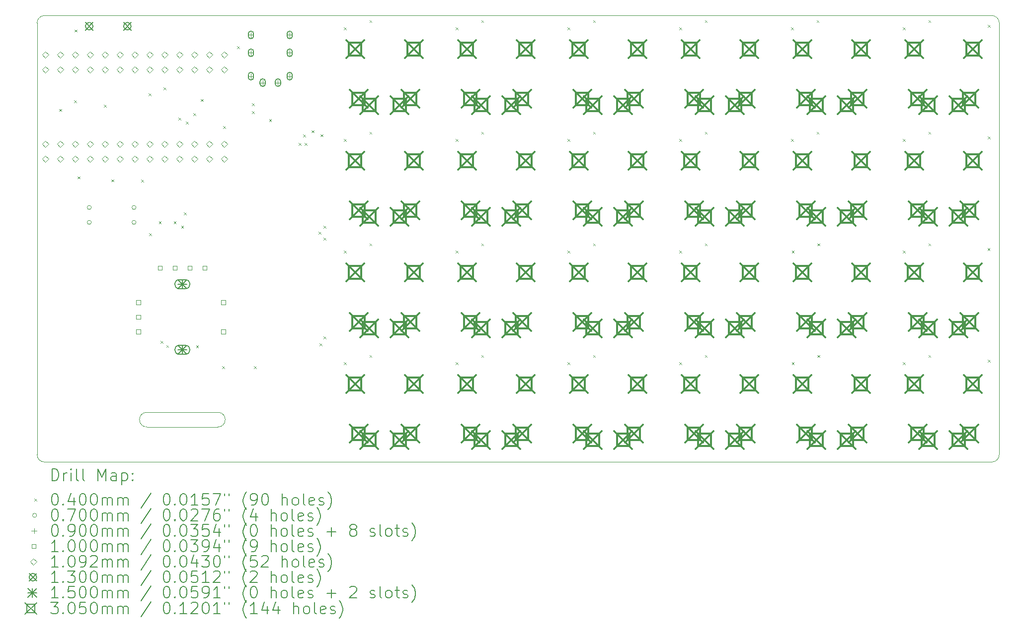
<source format=gbr>
%TF.GenerationSoftware,KiCad,Pcbnew,7.0.5*%
%TF.CreationDate,2024-08-02T09:59:57+08:00*%
%TF.ProjectId,TPS,5450532e-6b69-4636-9164-5f7063625858,rev?*%
%TF.SameCoordinates,Original*%
%TF.FileFunction,Drillmap*%
%TF.FilePolarity,Positive*%
%FSLAX45Y45*%
G04 Gerber Fmt 4.5, Leading zero omitted, Abs format (unit mm)*
G04 Created by KiCad (PCBNEW 7.0.5) date 2024-08-02 09:59:57*
%MOMM*%
%LPD*%
G01*
G04 APERTURE LIST*
%ADD10C,0.100000*%
%ADD11C,0.120000*%
%ADD12C,0.200000*%
%ADD13C,0.040000*%
%ADD14C,0.070000*%
%ADD15C,0.090000*%
%ADD16C,0.109220*%
%ADD17C,0.130000*%
%ADD18C,0.150000*%
%ADD19C,0.305000*%
G04 APERTURE END LIST*
D10*
X6927100Y-9921300D02*
X5716800Y-9921300D01*
D11*
X20115500Y-2900000D02*
X3973100Y-2900000D01*
X3846100Y-10393000D02*
G75*
G03*
X3973100Y-10520000I127000J0D01*
G01*
X3973100Y-2900000D02*
G75*
G03*
X3846100Y-3027000I0J-127000D01*
G01*
X20242500Y-10393000D02*
X20242500Y-3027000D01*
D10*
X6927100Y-9921300D02*
G75*
G03*
X6927100Y-9671300I0J125000D01*
G01*
D11*
X20115500Y-10520000D02*
X3973100Y-10520000D01*
X3846100Y-3027000D02*
X3846100Y-10393000D01*
X20115500Y-10520000D02*
G75*
G03*
X20242500Y-10393000I0J127000D01*
G01*
D10*
X5716800Y-9671300D02*
G75*
G03*
X5716800Y-9921300I0J-125000D01*
G01*
D11*
X20242500Y-3027000D02*
G75*
G03*
X20115500Y-2900000I-127000J0D01*
G01*
D10*
X6927100Y-9671300D02*
X5716800Y-9671300D01*
D12*
D13*
X4222100Y-4495000D02*
X4262100Y-4535000D01*
X4262100Y-4495000D02*
X4222100Y-4535000D01*
X4476100Y-4344000D02*
X4516100Y-4384000D01*
X4516100Y-4344000D02*
X4476100Y-4384000D01*
X4483000Y-3141000D02*
X4523000Y-3181000D01*
X4523000Y-3141000D02*
X4483000Y-3181000D01*
X4539000Y-5645000D02*
X4579000Y-5685000D01*
X4579000Y-5645000D02*
X4539000Y-5685000D01*
X4984100Y-4421000D02*
X5024100Y-4461000D01*
X5024100Y-4421000D02*
X4984100Y-4461000D01*
X5112000Y-5697000D02*
X5152000Y-5737000D01*
X5152000Y-5697000D02*
X5112000Y-5737000D01*
X5618000Y-5699000D02*
X5658000Y-5739000D01*
X5658000Y-5699000D02*
X5618000Y-5739000D01*
X5746100Y-4225000D02*
X5786100Y-4265000D01*
X5786100Y-4225000D02*
X5746100Y-4265000D01*
X5754000Y-6614000D02*
X5794000Y-6654000D01*
X5794000Y-6614000D02*
X5754000Y-6654000D01*
X5920750Y-6409300D02*
X5960750Y-6449300D01*
X5960750Y-6409300D02*
X5920750Y-6449300D01*
X5952000Y-8452000D02*
X5992000Y-8492000D01*
X5992000Y-8452000D02*
X5952000Y-8492000D01*
X6000100Y-4126000D02*
X6040100Y-4166000D01*
X6040100Y-4126000D02*
X6000100Y-4166000D01*
X6047000Y-8525000D02*
X6087000Y-8565000D01*
X6087000Y-8525000D02*
X6047000Y-8565000D01*
X6174750Y-6409300D02*
X6214750Y-6449300D01*
X6214750Y-6409300D02*
X6174750Y-6449300D01*
X6254100Y-4641000D02*
X6294100Y-4681000D01*
X6294100Y-4641000D02*
X6254100Y-4681000D01*
X6302000Y-6486000D02*
X6342000Y-6526000D01*
X6342000Y-6486000D02*
X6302000Y-6526000D01*
X6348000Y-6262000D02*
X6388000Y-6302000D01*
X6388000Y-6262000D02*
X6348000Y-6302000D01*
X6381000Y-4713450D02*
X6421000Y-4753450D01*
X6421000Y-4713450D02*
X6381000Y-4753450D01*
X6508100Y-4568000D02*
X6548100Y-4608000D01*
X6548100Y-4568000D02*
X6508100Y-4608000D01*
X6556000Y-8526000D02*
X6596000Y-8566000D01*
X6596000Y-8526000D02*
X6556000Y-8566000D01*
X6634000Y-4325000D02*
X6674000Y-4365000D01*
X6674000Y-4325000D02*
X6634000Y-4365000D01*
X7001800Y-8887500D02*
X7041800Y-8927500D01*
X7041800Y-8887500D02*
X7001800Y-8927500D01*
X7016100Y-4787000D02*
X7056100Y-4827000D01*
X7056100Y-4787000D02*
X7016100Y-4827000D01*
X7253000Y-3421000D02*
X7293000Y-3461000D01*
X7293000Y-3421000D02*
X7253000Y-3461000D01*
X7508000Y-4400000D02*
X7548000Y-4440000D01*
X7548000Y-4400000D02*
X7508000Y-4440000D01*
X7508000Y-4530000D02*
X7548000Y-4570000D01*
X7548000Y-4530000D02*
X7508000Y-4570000D01*
X7542100Y-8887500D02*
X7582100Y-8927500D01*
X7582100Y-8887500D02*
X7542100Y-8927500D01*
X7801400Y-4671000D02*
X7841400Y-4711000D01*
X7841400Y-4671000D02*
X7801400Y-4711000D01*
X8303000Y-5072000D02*
X8343000Y-5112000D01*
X8343000Y-5072000D02*
X8303000Y-5112000D01*
X8378000Y-4931450D02*
X8418000Y-4971450D01*
X8418000Y-4931450D02*
X8378000Y-4971450D01*
X8406000Y-5072000D02*
X8446000Y-5112000D01*
X8446000Y-5072000D02*
X8406000Y-5112000D01*
X8526000Y-4859000D02*
X8566000Y-4899000D01*
X8566000Y-4859000D02*
X8526000Y-4899000D01*
X8644000Y-6592000D02*
X8684000Y-6632000D01*
X8684000Y-6592000D02*
X8644000Y-6632000D01*
X8661000Y-8497000D02*
X8701000Y-8537000D01*
X8701000Y-8497000D02*
X8661000Y-8537000D01*
X8679000Y-4926000D02*
X8719000Y-4966000D01*
X8719000Y-4926000D02*
X8679000Y-4966000D01*
X8725500Y-8379500D02*
X8765500Y-8419500D01*
X8765500Y-8379500D02*
X8725500Y-8419500D01*
X8728000Y-6488000D02*
X8768000Y-6528000D01*
X8768000Y-6488000D02*
X8728000Y-6528000D01*
X8728000Y-6690000D02*
X8768000Y-6730000D01*
X8768000Y-6690000D02*
X8728000Y-6730000D01*
X9075000Y-3100000D02*
X9115000Y-3140000D01*
X9115000Y-3100000D02*
X9075000Y-3140000D01*
X9075000Y-5005000D02*
X9115000Y-5045000D01*
X9115000Y-5005000D02*
X9075000Y-5045000D01*
X9075000Y-6910000D02*
X9115000Y-6950000D01*
X9115000Y-6910000D02*
X9075000Y-6950000D01*
X9075000Y-8815000D02*
X9115000Y-8855000D01*
X9115000Y-8815000D02*
X9075000Y-8855000D01*
X9510000Y-2980000D02*
X9550000Y-3020000D01*
X9550000Y-2980000D02*
X9510000Y-3020000D01*
X9510000Y-4885000D02*
X9550000Y-4925000D01*
X9550000Y-4885000D02*
X9510000Y-4925000D01*
X9510000Y-6790000D02*
X9550000Y-6830000D01*
X9550000Y-6790000D02*
X9510000Y-6830000D01*
X9510000Y-8695000D02*
X9550000Y-8735000D01*
X9550000Y-8695000D02*
X9510000Y-8735000D01*
X10980000Y-3100000D02*
X11020000Y-3140000D01*
X11020000Y-3100000D02*
X10980000Y-3140000D01*
X10980000Y-5005000D02*
X11020000Y-5045000D01*
X11020000Y-5005000D02*
X10980000Y-5045000D01*
X10980000Y-6910000D02*
X11020000Y-6950000D01*
X11020000Y-6910000D02*
X10980000Y-6950000D01*
X10980000Y-8815000D02*
X11020000Y-8855000D01*
X11020000Y-8815000D02*
X10980000Y-8855000D01*
X11415000Y-2980000D02*
X11455000Y-3020000D01*
X11455000Y-2980000D02*
X11415000Y-3020000D01*
X11415000Y-4885000D02*
X11455000Y-4925000D01*
X11455000Y-4885000D02*
X11415000Y-4925000D01*
X11415000Y-6790000D02*
X11455000Y-6830000D01*
X11455000Y-6790000D02*
X11415000Y-6830000D01*
X11415000Y-8695000D02*
X11455000Y-8735000D01*
X11455000Y-8695000D02*
X11415000Y-8735000D01*
X12885000Y-3101000D02*
X12925000Y-3141000D01*
X12925000Y-3101000D02*
X12885000Y-3141000D01*
X12885000Y-5005000D02*
X12925000Y-5045000D01*
X12925000Y-5005000D02*
X12885000Y-5045000D01*
X12885000Y-6910000D02*
X12925000Y-6950000D01*
X12925000Y-6910000D02*
X12885000Y-6950000D01*
X12885000Y-8815000D02*
X12925000Y-8855000D01*
X12925000Y-8815000D02*
X12885000Y-8855000D01*
X13320000Y-2980000D02*
X13360000Y-3020000D01*
X13360000Y-2980000D02*
X13320000Y-3020000D01*
X13320000Y-4885000D02*
X13360000Y-4925000D01*
X13360000Y-4885000D02*
X13320000Y-4925000D01*
X13320000Y-6790000D02*
X13360000Y-6830000D01*
X13360000Y-6790000D02*
X13320000Y-6830000D01*
X13320000Y-8695000D02*
X13360000Y-8735000D01*
X13360000Y-8695000D02*
X13320000Y-8735000D01*
X14789000Y-5005000D02*
X14829000Y-5045000D01*
X14829000Y-5005000D02*
X14789000Y-5045000D01*
X14790000Y-3100000D02*
X14830000Y-3140000D01*
X14830000Y-3100000D02*
X14790000Y-3140000D01*
X14790000Y-6910000D02*
X14830000Y-6950000D01*
X14830000Y-6910000D02*
X14790000Y-6950000D01*
X14790000Y-8815000D02*
X14830000Y-8855000D01*
X14830000Y-8815000D02*
X14790000Y-8855000D01*
X15225000Y-2980000D02*
X15265000Y-3020000D01*
X15265000Y-2980000D02*
X15225000Y-3020000D01*
X15225000Y-4885000D02*
X15265000Y-4925000D01*
X15265000Y-4885000D02*
X15225000Y-4925000D01*
X15225000Y-6790000D02*
X15265000Y-6830000D01*
X15265000Y-6790000D02*
X15225000Y-6830000D01*
X15225000Y-8695000D02*
X15265000Y-8735000D01*
X15265000Y-8695000D02*
X15225000Y-8735000D01*
X16695000Y-3100000D02*
X16735000Y-3140000D01*
X16735000Y-3100000D02*
X16695000Y-3140000D01*
X16695000Y-5005000D02*
X16735000Y-5045000D01*
X16735000Y-5005000D02*
X16695000Y-5045000D01*
X16708000Y-6910000D02*
X16748000Y-6950000D01*
X16748000Y-6910000D02*
X16708000Y-6950000D01*
X16708000Y-8815000D02*
X16748000Y-8855000D01*
X16748000Y-8815000D02*
X16708000Y-8855000D01*
X17130000Y-2980000D02*
X17170000Y-3020000D01*
X17170000Y-2980000D02*
X17130000Y-3020000D01*
X17130000Y-4885000D02*
X17170000Y-4925000D01*
X17170000Y-4885000D02*
X17130000Y-4925000D01*
X17143000Y-6790000D02*
X17183000Y-6830000D01*
X17183000Y-6790000D02*
X17143000Y-6830000D01*
X17143000Y-8695000D02*
X17183000Y-8735000D01*
X17183000Y-8695000D02*
X17143000Y-8735000D01*
X18600000Y-3100000D02*
X18640000Y-3140000D01*
X18640000Y-3100000D02*
X18600000Y-3140000D01*
X18600000Y-5005000D02*
X18640000Y-5045000D01*
X18640000Y-5005000D02*
X18600000Y-5045000D01*
X18600000Y-6910000D02*
X18640000Y-6950000D01*
X18640000Y-6910000D02*
X18600000Y-6950000D01*
X18600000Y-8815000D02*
X18640000Y-8855000D01*
X18640000Y-8815000D02*
X18600000Y-8855000D01*
X19035000Y-2980000D02*
X19075000Y-3020000D01*
X19075000Y-2980000D02*
X19035000Y-3020000D01*
X19035000Y-4885000D02*
X19075000Y-4925000D01*
X19075000Y-4885000D02*
X19035000Y-4925000D01*
X19035000Y-6790000D02*
X19075000Y-6830000D01*
X19075000Y-6790000D02*
X19035000Y-6830000D01*
X19035000Y-8695000D02*
X19075000Y-8735000D01*
X19075000Y-8695000D02*
X19035000Y-8735000D01*
X20044000Y-6868000D02*
X20084000Y-6908000D01*
X20084000Y-6868000D02*
X20044000Y-6908000D01*
X20045000Y-3058000D02*
X20085000Y-3098000D01*
X20085000Y-3058000D02*
X20045000Y-3098000D01*
X20045000Y-4963000D02*
X20085000Y-5003000D01*
X20085000Y-4963000D02*
X20045000Y-5003000D01*
X20046000Y-8772000D02*
X20086000Y-8812000D01*
X20086000Y-8772000D02*
X20046000Y-8812000D01*
D14*
X4770100Y-6175300D02*
G75*
G03*
X4770100Y-6175300I-35000J0D01*
G01*
X4770100Y-6429300D02*
G75*
G03*
X4770100Y-6429300I-35000J0D01*
G01*
X5532100Y-6175300D02*
G75*
G03*
X5532100Y-6175300I-35000J0D01*
G01*
X5532100Y-6429300D02*
G75*
G03*
X5532100Y-6429300I-35000J0D01*
G01*
D15*
X7491400Y-3185200D02*
X7491400Y-3275200D01*
X7446400Y-3230200D02*
X7536400Y-3230200D01*
D12*
X7446400Y-3210200D02*
X7446400Y-3250200D01*
X7446400Y-3250200D02*
G75*
G03*
X7536400Y-3250200I45000J0D01*
G01*
X7536400Y-3250200D02*
X7536400Y-3210200D01*
X7536400Y-3210200D02*
G75*
G03*
X7446400Y-3210200I-45000J0D01*
G01*
D15*
X7491400Y-3490000D02*
X7491400Y-3580000D01*
X7446400Y-3535000D02*
X7536400Y-3535000D01*
D12*
X7446400Y-3515000D02*
X7446400Y-3555000D01*
X7446400Y-3555000D02*
G75*
G03*
X7536400Y-3555000I45000J0D01*
G01*
X7536400Y-3555000D02*
X7536400Y-3515000D01*
X7536400Y-3515000D02*
G75*
G03*
X7446400Y-3515000I-45000J0D01*
G01*
D15*
X7491400Y-3890000D02*
X7491400Y-3980000D01*
X7446400Y-3935000D02*
X7536400Y-3935000D01*
D12*
X7446400Y-3915000D02*
X7446400Y-3955000D01*
X7446400Y-3955000D02*
G75*
G03*
X7536400Y-3955000I45000J0D01*
G01*
X7536400Y-3955000D02*
X7536400Y-3915000D01*
X7536400Y-3915000D02*
G75*
G03*
X7446400Y-3915000I-45000J0D01*
G01*
D15*
X7691400Y-4000000D02*
X7691400Y-4090000D01*
X7646400Y-4045000D02*
X7736400Y-4045000D01*
D12*
X7646400Y-4025000D02*
X7646400Y-4065000D01*
X7646400Y-4065000D02*
G75*
G03*
X7736400Y-4065000I45000J0D01*
G01*
X7736400Y-4065000D02*
X7736400Y-4025000D01*
X7736400Y-4025000D02*
G75*
G03*
X7646400Y-4025000I-45000J0D01*
G01*
D15*
X7951400Y-4000000D02*
X7951400Y-4090000D01*
X7906400Y-4045000D02*
X7996400Y-4045000D01*
D12*
X7906400Y-4025000D02*
X7906400Y-4065000D01*
X7906400Y-4065000D02*
G75*
G03*
X7996400Y-4065000I45000J0D01*
G01*
X7996400Y-4065000D02*
X7996400Y-4025000D01*
X7996400Y-4025000D02*
G75*
G03*
X7906400Y-4025000I-45000J0D01*
G01*
D15*
X8151400Y-3185200D02*
X8151400Y-3275200D01*
X8106400Y-3230200D02*
X8196400Y-3230200D01*
D12*
X8106400Y-3210200D02*
X8106400Y-3250200D01*
X8106400Y-3250200D02*
G75*
G03*
X8196400Y-3250200I45000J0D01*
G01*
X8196400Y-3250200D02*
X8196400Y-3210200D01*
X8196400Y-3210200D02*
G75*
G03*
X8106400Y-3210200I-45000J0D01*
G01*
D15*
X8151400Y-3490000D02*
X8151400Y-3580000D01*
X8106400Y-3535000D02*
X8196400Y-3535000D01*
D12*
X8106400Y-3515000D02*
X8106400Y-3555000D01*
X8106400Y-3555000D02*
G75*
G03*
X8196400Y-3555000I45000J0D01*
G01*
X8196400Y-3555000D02*
X8196400Y-3515000D01*
X8196400Y-3515000D02*
G75*
G03*
X8106400Y-3515000I-45000J0D01*
G01*
D15*
X8151400Y-3890000D02*
X8151400Y-3980000D01*
X8106400Y-3935000D02*
X8196400Y-3935000D01*
D12*
X8106400Y-3915000D02*
X8106400Y-3955000D01*
X8106400Y-3955000D02*
G75*
G03*
X8196400Y-3955000I45000J0D01*
G01*
X8196400Y-3955000D02*
X8196400Y-3915000D01*
X8196400Y-3915000D02*
G75*
G03*
X8106400Y-3915000I-45000J0D01*
G01*
D10*
X5607156Y-7829656D02*
X5607156Y-7758944D01*
X5536444Y-7758944D01*
X5536444Y-7829656D01*
X5607156Y-7829656D01*
X5607156Y-8079656D02*
X5607156Y-8008944D01*
X5536444Y-8008944D01*
X5536444Y-8079656D01*
X5607156Y-8079656D01*
X5607156Y-8329656D02*
X5607156Y-8258944D01*
X5536444Y-8258944D01*
X5536444Y-8329656D01*
X5607156Y-8329656D01*
X5976106Y-7242656D02*
X5976106Y-7171944D01*
X5905394Y-7171944D01*
X5905394Y-7242656D01*
X5976106Y-7242656D01*
X6230106Y-7242656D02*
X6230106Y-7171944D01*
X6159394Y-7171944D01*
X6159394Y-7242656D01*
X6230106Y-7242656D01*
X6484106Y-7242656D02*
X6484106Y-7171944D01*
X6413394Y-7171944D01*
X6413394Y-7242656D01*
X6484106Y-7242656D01*
X6738106Y-7242656D02*
X6738106Y-7171944D01*
X6667394Y-7171944D01*
X6667394Y-7242656D01*
X6738106Y-7242656D01*
X7057156Y-7829656D02*
X7057156Y-7758944D01*
X6986444Y-7758944D01*
X6986444Y-7829656D01*
X7057156Y-7829656D01*
X7057156Y-8329656D02*
X7057156Y-8258944D01*
X6986444Y-8258944D01*
X6986444Y-8329656D01*
X7057156Y-8329656D01*
D16*
X3988100Y-3622710D02*
X4042710Y-3568100D01*
X3988100Y-3513490D01*
X3933490Y-3568100D01*
X3988100Y-3622710D01*
X3988100Y-3876710D02*
X4042710Y-3822100D01*
X3988100Y-3767490D01*
X3933490Y-3822100D01*
X3988100Y-3876710D01*
X3988100Y-5146710D02*
X4042710Y-5092100D01*
X3988100Y-5037490D01*
X3933490Y-5092100D01*
X3988100Y-5146710D01*
X3988100Y-5400710D02*
X4042710Y-5346100D01*
X3988100Y-5291490D01*
X3933490Y-5346100D01*
X3988100Y-5400710D01*
X4242100Y-3622710D02*
X4296710Y-3568100D01*
X4242100Y-3513490D01*
X4187490Y-3568100D01*
X4242100Y-3622710D01*
X4242100Y-3876710D02*
X4296710Y-3822100D01*
X4242100Y-3767490D01*
X4187490Y-3822100D01*
X4242100Y-3876710D01*
X4242100Y-5146710D02*
X4296710Y-5092100D01*
X4242100Y-5037490D01*
X4187490Y-5092100D01*
X4242100Y-5146710D01*
X4242100Y-5400710D02*
X4296710Y-5346100D01*
X4242100Y-5291490D01*
X4187490Y-5346100D01*
X4242100Y-5400710D01*
X4496100Y-3622710D02*
X4550710Y-3568100D01*
X4496100Y-3513490D01*
X4441490Y-3568100D01*
X4496100Y-3622710D01*
X4496100Y-3876710D02*
X4550710Y-3822100D01*
X4496100Y-3767490D01*
X4441490Y-3822100D01*
X4496100Y-3876710D01*
X4496100Y-5146710D02*
X4550710Y-5092100D01*
X4496100Y-5037490D01*
X4441490Y-5092100D01*
X4496100Y-5146710D01*
X4496100Y-5400710D02*
X4550710Y-5346100D01*
X4496100Y-5291490D01*
X4441490Y-5346100D01*
X4496100Y-5400710D01*
X4750100Y-3622710D02*
X4804710Y-3568100D01*
X4750100Y-3513490D01*
X4695490Y-3568100D01*
X4750100Y-3622710D01*
X4750100Y-3876710D02*
X4804710Y-3822100D01*
X4750100Y-3767490D01*
X4695490Y-3822100D01*
X4750100Y-3876710D01*
X4750100Y-5146710D02*
X4804710Y-5092100D01*
X4750100Y-5037490D01*
X4695490Y-5092100D01*
X4750100Y-5146710D01*
X4750100Y-5400710D02*
X4804710Y-5346100D01*
X4750100Y-5291490D01*
X4695490Y-5346100D01*
X4750100Y-5400710D01*
X5004100Y-3622710D02*
X5058710Y-3568100D01*
X5004100Y-3513490D01*
X4949490Y-3568100D01*
X5004100Y-3622710D01*
X5004100Y-3876710D02*
X5058710Y-3822100D01*
X5004100Y-3767490D01*
X4949490Y-3822100D01*
X5004100Y-3876710D01*
X5004100Y-5146710D02*
X5058710Y-5092100D01*
X5004100Y-5037490D01*
X4949490Y-5092100D01*
X5004100Y-5146710D01*
X5004100Y-5400710D02*
X5058710Y-5346100D01*
X5004100Y-5291490D01*
X4949490Y-5346100D01*
X5004100Y-5400710D01*
X5258100Y-3622710D02*
X5312710Y-3568100D01*
X5258100Y-3513490D01*
X5203490Y-3568100D01*
X5258100Y-3622710D01*
X5258100Y-3876710D02*
X5312710Y-3822100D01*
X5258100Y-3767490D01*
X5203490Y-3822100D01*
X5258100Y-3876710D01*
X5258100Y-5146710D02*
X5312710Y-5092100D01*
X5258100Y-5037490D01*
X5203490Y-5092100D01*
X5258100Y-5146710D01*
X5258100Y-5400710D02*
X5312710Y-5346100D01*
X5258100Y-5291490D01*
X5203490Y-5346100D01*
X5258100Y-5400710D01*
X5512100Y-3622710D02*
X5566710Y-3568100D01*
X5512100Y-3513490D01*
X5457490Y-3568100D01*
X5512100Y-3622710D01*
X5512100Y-3876710D02*
X5566710Y-3822100D01*
X5512100Y-3767490D01*
X5457490Y-3822100D01*
X5512100Y-3876710D01*
X5512100Y-5146710D02*
X5566710Y-5092100D01*
X5512100Y-5037490D01*
X5457490Y-5092100D01*
X5512100Y-5146710D01*
X5512100Y-5400710D02*
X5566710Y-5346100D01*
X5512100Y-5291490D01*
X5457490Y-5346100D01*
X5512100Y-5400710D01*
X5766100Y-3622710D02*
X5820710Y-3568100D01*
X5766100Y-3513490D01*
X5711490Y-3568100D01*
X5766100Y-3622710D01*
X5766100Y-3876710D02*
X5820710Y-3822100D01*
X5766100Y-3767490D01*
X5711490Y-3822100D01*
X5766100Y-3876710D01*
X5766100Y-5146710D02*
X5820710Y-5092100D01*
X5766100Y-5037490D01*
X5711490Y-5092100D01*
X5766100Y-5146710D01*
X5766100Y-5400710D02*
X5820710Y-5346100D01*
X5766100Y-5291490D01*
X5711490Y-5346100D01*
X5766100Y-5400710D01*
X6020100Y-3622710D02*
X6074710Y-3568100D01*
X6020100Y-3513490D01*
X5965490Y-3568100D01*
X6020100Y-3622710D01*
X6020100Y-3876710D02*
X6074710Y-3822100D01*
X6020100Y-3767490D01*
X5965490Y-3822100D01*
X6020100Y-3876710D01*
X6020100Y-5146710D02*
X6074710Y-5092100D01*
X6020100Y-5037490D01*
X5965490Y-5092100D01*
X6020100Y-5146710D01*
X6020100Y-5400710D02*
X6074710Y-5346100D01*
X6020100Y-5291490D01*
X5965490Y-5346100D01*
X6020100Y-5400710D01*
X6274100Y-3622710D02*
X6328710Y-3568100D01*
X6274100Y-3513490D01*
X6219490Y-3568100D01*
X6274100Y-3622710D01*
X6274100Y-3876710D02*
X6328710Y-3822100D01*
X6274100Y-3767490D01*
X6219490Y-3822100D01*
X6274100Y-3876710D01*
X6274100Y-5146710D02*
X6328710Y-5092100D01*
X6274100Y-5037490D01*
X6219490Y-5092100D01*
X6274100Y-5146710D01*
X6274100Y-5400710D02*
X6328710Y-5346100D01*
X6274100Y-5291490D01*
X6219490Y-5346100D01*
X6274100Y-5400710D01*
X6528100Y-3622710D02*
X6582710Y-3568100D01*
X6528100Y-3513490D01*
X6473490Y-3568100D01*
X6528100Y-3622710D01*
X6528100Y-3876710D02*
X6582710Y-3822100D01*
X6528100Y-3767490D01*
X6473490Y-3822100D01*
X6528100Y-3876710D01*
X6528100Y-5146710D02*
X6582710Y-5092100D01*
X6528100Y-5037490D01*
X6473490Y-5092100D01*
X6528100Y-5146710D01*
X6528100Y-5400710D02*
X6582710Y-5346100D01*
X6528100Y-5291490D01*
X6473490Y-5346100D01*
X6528100Y-5400710D01*
X6782100Y-3622710D02*
X6836710Y-3568100D01*
X6782100Y-3513490D01*
X6727490Y-3568100D01*
X6782100Y-3622710D01*
X6782100Y-3876710D02*
X6836710Y-3822100D01*
X6782100Y-3767490D01*
X6727490Y-3822100D01*
X6782100Y-3876710D01*
X6782100Y-5146710D02*
X6836710Y-5092100D01*
X6782100Y-5037490D01*
X6727490Y-5092100D01*
X6782100Y-5146710D01*
X6782100Y-5400710D02*
X6836710Y-5346100D01*
X6782100Y-5291490D01*
X6727490Y-5346100D01*
X6782100Y-5400710D01*
X7036100Y-3622710D02*
X7090710Y-3568100D01*
X7036100Y-3513490D01*
X6981490Y-3568100D01*
X7036100Y-3622710D01*
X7036100Y-3876710D02*
X7090710Y-3822100D01*
X7036100Y-3767490D01*
X6981490Y-3822100D01*
X7036100Y-3876710D01*
X7036100Y-5146710D02*
X7090710Y-5092100D01*
X7036100Y-5037490D01*
X6981490Y-5092100D01*
X7036100Y-5146710D01*
X7036100Y-5400710D02*
X7090710Y-5346100D01*
X7036100Y-5291490D01*
X6981490Y-5346100D01*
X7036100Y-5400710D01*
D17*
X4670100Y-3017300D02*
X4800100Y-3147300D01*
X4800100Y-3017300D02*
X4670100Y-3147300D01*
X4800100Y-3082300D02*
G75*
G03*
X4800100Y-3082300I-65000J0D01*
G01*
X5320100Y-3017300D02*
X5450100Y-3147300D01*
X5450100Y-3017300D02*
X5320100Y-3147300D01*
X5450100Y-3082300D02*
G75*
G03*
X5450100Y-3082300I-65000J0D01*
G01*
D18*
X6246800Y-7409300D02*
X6396800Y-7559300D01*
X6396800Y-7409300D02*
X6246800Y-7559300D01*
X6321800Y-7409300D02*
X6321800Y-7559300D01*
X6246800Y-7484300D02*
X6396800Y-7484300D01*
D12*
X6266800Y-7559300D02*
X6376800Y-7559300D01*
X6376800Y-7559300D02*
G75*
G03*
X6376800Y-7409300I0J75000D01*
G01*
X6376800Y-7409300D02*
X6266800Y-7409300D01*
X6266800Y-7409300D02*
G75*
G03*
X6266800Y-7559300I0J-75000D01*
G01*
D18*
X6246800Y-8529300D02*
X6396800Y-8679300D01*
X6396800Y-8529300D02*
X6246800Y-8679300D01*
X6321800Y-8529300D02*
X6321800Y-8679300D01*
X6246800Y-8604300D02*
X6396800Y-8604300D01*
D12*
X6266800Y-8679300D02*
X6376800Y-8679300D01*
X6376800Y-8679300D02*
G75*
G03*
X6376800Y-8529300I0J75000D01*
G01*
X6376800Y-8529300D02*
X6266800Y-8529300D01*
X6266800Y-8529300D02*
G75*
G03*
X6266800Y-8679300I0J-75000D01*
G01*
D19*
X9112500Y-3320000D02*
X9417500Y-3625000D01*
X9417500Y-3320000D02*
X9112500Y-3625000D01*
X9372835Y-3580335D02*
X9372835Y-3364665D01*
X9157165Y-3364665D01*
X9157165Y-3580335D01*
X9372835Y-3580335D01*
X9112500Y-5225000D02*
X9417500Y-5530000D01*
X9417500Y-5225000D02*
X9112500Y-5530000D01*
X9372835Y-5485335D02*
X9372835Y-5269665D01*
X9157165Y-5269665D01*
X9157165Y-5485335D01*
X9372835Y-5485335D01*
X9112500Y-7130000D02*
X9417500Y-7435000D01*
X9417500Y-7130000D02*
X9112500Y-7435000D01*
X9372835Y-7390335D02*
X9372835Y-7174665D01*
X9157165Y-7174665D01*
X9157165Y-7390335D01*
X9372835Y-7390335D01*
X9112500Y-9035000D02*
X9417500Y-9340000D01*
X9417500Y-9035000D02*
X9112500Y-9340000D01*
X9372835Y-9295335D02*
X9372835Y-9079665D01*
X9157165Y-9079665D01*
X9157165Y-9295335D01*
X9372835Y-9295335D01*
X9172500Y-4170000D02*
X9477500Y-4475000D01*
X9477500Y-4170000D02*
X9172500Y-4475000D01*
X9432835Y-4430335D02*
X9432835Y-4214665D01*
X9217165Y-4214665D01*
X9217165Y-4430335D01*
X9432835Y-4430335D01*
X9172500Y-6075000D02*
X9477500Y-6380000D01*
X9477500Y-6075000D02*
X9172500Y-6380000D01*
X9432835Y-6335335D02*
X9432835Y-6119665D01*
X9217165Y-6119665D01*
X9217165Y-6335335D01*
X9432835Y-6335335D01*
X9172500Y-7980000D02*
X9477500Y-8285000D01*
X9477500Y-7980000D02*
X9172500Y-8285000D01*
X9432835Y-8240335D02*
X9432835Y-8024665D01*
X9217165Y-8024665D01*
X9217165Y-8240335D01*
X9432835Y-8240335D01*
X9172500Y-9885000D02*
X9477500Y-10190000D01*
X9477500Y-9885000D02*
X9172500Y-10190000D01*
X9432835Y-10145335D02*
X9432835Y-9929665D01*
X9217165Y-9929665D01*
X9217165Y-10145335D01*
X9432835Y-10145335D01*
X9352500Y-4275000D02*
X9657500Y-4580000D01*
X9657500Y-4275000D02*
X9352500Y-4580000D01*
X9612835Y-4535335D02*
X9612835Y-4319665D01*
X9397165Y-4319665D01*
X9397165Y-4535335D01*
X9612835Y-4535335D01*
X9352500Y-6180000D02*
X9657500Y-6485000D01*
X9657500Y-6180000D02*
X9352500Y-6485000D01*
X9612835Y-6440335D02*
X9612835Y-6224665D01*
X9397165Y-6224665D01*
X9397165Y-6440335D01*
X9612835Y-6440335D01*
X9352500Y-8085000D02*
X9657500Y-8390000D01*
X9657500Y-8085000D02*
X9352500Y-8390000D01*
X9612835Y-8345335D02*
X9612835Y-8129665D01*
X9397165Y-8129665D01*
X9397165Y-8345335D01*
X9612835Y-8345335D01*
X9352500Y-9990000D02*
X9657500Y-10295000D01*
X9657500Y-9990000D02*
X9352500Y-10295000D01*
X9612835Y-10250335D02*
X9612835Y-10034665D01*
X9397165Y-10034665D01*
X9397165Y-10250335D01*
X9612835Y-10250335D01*
X9872500Y-4275000D02*
X10177500Y-4580000D01*
X10177500Y-4275000D02*
X9872500Y-4580000D01*
X10132835Y-4535335D02*
X10132835Y-4319665D01*
X9917165Y-4319665D01*
X9917165Y-4535335D01*
X10132835Y-4535335D01*
X9872500Y-6180000D02*
X10177500Y-6485000D01*
X10177500Y-6180000D02*
X9872500Y-6485000D01*
X10132835Y-6440335D02*
X10132835Y-6224665D01*
X9917165Y-6224665D01*
X9917165Y-6440335D01*
X10132835Y-6440335D01*
X9872500Y-8085000D02*
X10177500Y-8390000D01*
X10177500Y-8085000D02*
X9872500Y-8390000D01*
X10132835Y-8345335D02*
X10132835Y-8129665D01*
X9917165Y-8129665D01*
X9917165Y-8345335D01*
X10132835Y-8345335D01*
X9872500Y-9990000D02*
X10177500Y-10295000D01*
X10177500Y-9990000D02*
X9872500Y-10295000D01*
X10132835Y-10250335D02*
X10132835Y-10034665D01*
X9917165Y-10034665D01*
X9917165Y-10250335D01*
X10132835Y-10250335D01*
X10052500Y-4170000D02*
X10357500Y-4475000D01*
X10357500Y-4170000D02*
X10052500Y-4475000D01*
X10312835Y-4430335D02*
X10312835Y-4214665D01*
X10097165Y-4214665D01*
X10097165Y-4430335D01*
X10312835Y-4430335D01*
X10052500Y-6075000D02*
X10357500Y-6380000D01*
X10357500Y-6075000D02*
X10052500Y-6380000D01*
X10312835Y-6335335D02*
X10312835Y-6119665D01*
X10097165Y-6119665D01*
X10097165Y-6335335D01*
X10312835Y-6335335D01*
X10052500Y-7980000D02*
X10357500Y-8285000D01*
X10357500Y-7980000D02*
X10052500Y-8285000D01*
X10312835Y-8240335D02*
X10312835Y-8024665D01*
X10097165Y-8024665D01*
X10097165Y-8240335D01*
X10312835Y-8240335D01*
X10052500Y-9885000D02*
X10357500Y-10190000D01*
X10357500Y-9885000D02*
X10052500Y-10190000D01*
X10312835Y-10145335D02*
X10312835Y-9929665D01*
X10097165Y-9929665D01*
X10097165Y-10145335D01*
X10312835Y-10145335D01*
X10112500Y-3320000D02*
X10417500Y-3625000D01*
X10417500Y-3320000D02*
X10112500Y-3625000D01*
X10372835Y-3580335D02*
X10372835Y-3364665D01*
X10157165Y-3364665D01*
X10157165Y-3580335D01*
X10372835Y-3580335D01*
X10112500Y-5225000D02*
X10417500Y-5530000D01*
X10417500Y-5225000D02*
X10112500Y-5530000D01*
X10372835Y-5485335D02*
X10372835Y-5269665D01*
X10157165Y-5269665D01*
X10157165Y-5485335D01*
X10372835Y-5485335D01*
X10112500Y-7130000D02*
X10417500Y-7435000D01*
X10417500Y-7130000D02*
X10112500Y-7435000D01*
X10372835Y-7390335D02*
X10372835Y-7174665D01*
X10157165Y-7174665D01*
X10157165Y-7390335D01*
X10372835Y-7390335D01*
X10112500Y-9035000D02*
X10417500Y-9340000D01*
X10417500Y-9035000D02*
X10112500Y-9340000D01*
X10372835Y-9295335D02*
X10372835Y-9079665D01*
X10157165Y-9079665D01*
X10157165Y-9295335D01*
X10372835Y-9295335D01*
X11017500Y-3320000D02*
X11322500Y-3625000D01*
X11322500Y-3320000D02*
X11017500Y-3625000D01*
X11277835Y-3580335D02*
X11277835Y-3364665D01*
X11062165Y-3364665D01*
X11062165Y-3580335D01*
X11277835Y-3580335D01*
X11017500Y-5225000D02*
X11322500Y-5530000D01*
X11322500Y-5225000D02*
X11017500Y-5530000D01*
X11277835Y-5485335D02*
X11277835Y-5269665D01*
X11062165Y-5269665D01*
X11062165Y-5485335D01*
X11277835Y-5485335D01*
X11017500Y-7130000D02*
X11322500Y-7435000D01*
X11322500Y-7130000D02*
X11017500Y-7435000D01*
X11277835Y-7390335D02*
X11277835Y-7174665D01*
X11062165Y-7174665D01*
X11062165Y-7390335D01*
X11277835Y-7390335D01*
X11017500Y-9035000D02*
X11322500Y-9340000D01*
X11322500Y-9035000D02*
X11017500Y-9340000D01*
X11277835Y-9295335D02*
X11277835Y-9079665D01*
X11062165Y-9079665D01*
X11062165Y-9295335D01*
X11277835Y-9295335D01*
X11077500Y-4170000D02*
X11382500Y-4475000D01*
X11382500Y-4170000D02*
X11077500Y-4475000D01*
X11337835Y-4430335D02*
X11337835Y-4214665D01*
X11122165Y-4214665D01*
X11122165Y-4430335D01*
X11337835Y-4430335D01*
X11077500Y-6075000D02*
X11382500Y-6380000D01*
X11382500Y-6075000D02*
X11077500Y-6380000D01*
X11337835Y-6335335D02*
X11337835Y-6119665D01*
X11122165Y-6119665D01*
X11122165Y-6335335D01*
X11337835Y-6335335D01*
X11077500Y-7980000D02*
X11382500Y-8285000D01*
X11382500Y-7980000D02*
X11077500Y-8285000D01*
X11337835Y-8240335D02*
X11337835Y-8024665D01*
X11122165Y-8024665D01*
X11122165Y-8240335D01*
X11337835Y-8240335D01*
X11077500Y-9885000D02*
X11382500Y-10190000D01*
X11382500Y-9885000D02*
X11077500Y-10190000D01*
X11337835Y-10145335D02*
X11337835Y-9929665D01*
X11122165Y-9929665D01*
X11122165Y-10145335D01*
X11337835Y-10145335D01*
X11257500Y-4275000D02*
X11562500Y-4580000D01*
X11562500Y-4275000D02*
X11257500Y-4580000D01*
X11517835Y-4535335D02*
X11517835Y-4319665D01*
X11302165Y-4319665D01*
X11302165Y-4535335D01*
X11517835Y-4535335D01*
X11257500Y-6180000D02*
X11562500Y-6485000D01*
X11562500Y-6180000D02*
X11257500Y-6485000D01*
X11517835Y-6440335D02*
X11517835Y-6224665D01*
X11302165Y-6224665D01*
X11302165Y-6440335D01*
X11517835Y-6440335D01*
X11257500Y-8085000D02*
X11562500Y-8390000D01*
X11562500Y-8085000D02*
X11257500Y-8390000D01*
X11517835Y-8345335D02*
X11517835Y-8129665D01*
X11302165Y-8129665D01*
X11302165Y-8345335D01*
X11517835Y-8345335D01*
X11257500Y-9990000D02*
X11562500Y-10295000D01*
X11562500Y-9990000D02*
X11257500Y-10295000D01*
X11517835Y-10250335D02*
X11517835Y-10034665D01*
X11302165Y-10034665D01*
X11302165Y-10250335D01*
X11517835Y-10250335D01*
X11777500Y-4275000D02*
X12082500Y-4580000D01*
X12082500Y-4275000D02*
X11777500Y-4580000D01*
X12037835Y-4535335D02*
X12037835Y-4319665D01*
X11822165Y-4319665D01*
X11822165Y-4535335D01*
X12037835Y-4535335D01*
X11777500Y-6180000D02*
X12082500Y-6485000D01*
X12082500Y-6180000D02*
X11777500Y-6485000D01*
X12037835Y-6440335D02*
X12037835Y-6224665D01*
X11822165Y-6224665D01*
X11822165Y-6440335D01*
X12037835Y-6440335D01*
X11777500Y-8085000D02*
X12082500Y-8390000D01*
X12082500Y-8085000D02*
X11777500Y-8390000D01*
X12037835Y-8345335D02*
X12037835Y-8129665D01*
X11822165Y-8129665D01*
X11822165Y-8345335D01*
X12037835Y-8345335D01*
X11777500Y-9990000D02*
X12082500Y-10295000D01*
X12082500Y-9990000D02*
X11777500Y-10295000D01*
X12037835Y-10250335D02*
X12037835Y-10034665D01*
X11822165Y-10034665D01*
X11822165Y-10250335D01*
X12037835Y-10250335D01*
X11957500Y-4170000D02*
X12262500Y-4475000D01*
X12262500Y-4170000D02*
X11957500Y-4475000D01*
X12217835Y-4430335D02*
X12217835Y-4214665D01*
X12002165Y-4214665D01*
X12002165Y-4430335D01*
X12217835Y-4430335D01*
X11957500Y-6075000D02*
X12262500Y-6380000D01*
X12262500Y-6075000D02*
X11957500Y-6380000D01*
X12217835Y-6335335D02*
X12217835Y-6119665D01*
X12002165Y-6119665D01*
X12002165Y-6335335D01*
X12217835Y-6335335D01*
X11957500Y-7980000D02*
X12262500Y-8285000D01*
X12262500Y-7980000D02*
X11957500Y-8285000D01*
X12217835Y-8240335D02*
X12217835Y-8024665D01*
X12002165Y-8024665D01*
X12002165Y-8240335D01*
X12217835Y-8240335D01*
X11957500Y-9885000D02*
X12262500Y-10190000D01*
X12262500Y-9885000D02*
X11957500Y-10190000D01*
X12217835Y-10145335D02*
X12217835Y-9929665D01*
X12002165Y-9929665D01*
X12002165Y-10145335D01*
X12217835Y-10145335D01*
X12017500Y-3320000D02*
X12322500Y-3625000D01*
X12322500Y-3320000D02*
X12017500Y-3625000D01*
X12277835Y-3580335D02*
X12277835Y-3364665D01*
X12062165Y-3364665D01*
X12062165Y-3580335D01*
X12277835Y-3580335D01*
X12017500Y-5225000D02*
X12322500Y-5530000D01*
X12322500Y-5225000D02*
X12017500Y-5530000D01*
X12277835Y-5485335D02*
X12277835Y-5269665D01*
X12062165Y-5269665D01*
X12062165Y-5485335D01*
X12277835Y-5485335D01*
X12017500Y-7130000D02*
X12322500Y-7435000D01*
X12322500Y-7130000D02*
X12017500Y-7435000D01*
X12277835Y-7390335D02*
X12277835Y-7174665D01*
X12062165Y-7174665D01*
X12062165Y-7390335D01*
X12277835Y-7390335D01*
X12017500Y-9035000D02*
X12322500Y-9340000D01*
X12322500Y-9035000D02*
X12017500Y-9340000D01*
X12277835Y-9295335D02*
X12277835Y-9079665D01*
X12062165Y-9079665D01*
X12062165Y-9295335D01*
X12277835Y-9295335D01*
X12922500Y-3320000D02*
X13227500Y-3625000D01*
X13227500Y-3320000D02*
X12922500Y-3625000D01*
X13182835Y-3580335D02*
X13182835Y-3364665D01*
X12967165Y-3364665D01*
X12967165Y-3580335D01*
X13182835Y-3580335D01*
X12922500Y-5225000D02*
X13227500Y-5530000D01*
X13227500Y-5225000D02*
X12922500Y-5530000D01*
X13182835Y-5485335D02*
X13182835Y-5269665D01*
X12967165Y-5269665D01*
X12967165Y-5485335D01*
X13182835Y-5485335D01*
X12922500Y-7130000D02*
X13227500Y-7435000D01*
X13227500Y-7130000D02*
X12922500Y-7435000D01*
X13182835Y-7390335D02*
X13182835Y-7174665D01*
X12967165Y-7174665D01*
X12967165Y-7390335D01*
X13182835Y-7390335D01*
X12922500Y-9035000D02*
X13227500Y-9340000D01*
X13227500Y-9035000D02*
X12922500Y-9340000D01*
X13182835Y-9295335D02*
X13182835Y-9079665D01*
X12967165Y-9079665D01*
X12967165Y-9295335D01*
X13182835Y-9295335D01*
X12982500Y-4170000D02*
X13287500Y-4475000D01*
X13287500Y-4170000D02*
X12982500Y-4475000D01*
X13242835Y-4430335D02*
X13242835Y-4214665D01*
X13027165Y-4214665D01*
X13027165Y-4430335D01*
X13242835Y-4430335D01*
X12982500Y-6075000D02*
X13287500Y-6380000D01*
X13287500Y-6075000D02*
X12982500Y-6380000D01*
X13242835Y-6335335D02*
X13242835Y-6119665D01*
X13027165Y-6119665D01*
X13027165Y-6335335D01*
X13242835Y-6335335D01*
X12982500Y-7980000D02*
X13287500Y-8285000D01*
X13287500Y-7980000D02*
X12982500Y-8285000D01*
X13242835Y-8240335D02*
X13242835Y-8024665D01*
X13027165Y-8024665D01*
X13027165Y-8240335D01*
X13242835Y-8240335D01*
X12982500Y-9885000D02*
X13287500Y-10190000D01*
X13287500Y-9885000D02*
X12982500Y-10190000D01*
X13242835Y-10145335D02*
X13242835Y-9929665D01*
X13027165Y-9929665D01*
X13027165Y-10145335D01*
X13242835Y-10145335D01*
X13162500Y-4275000D02*
X13467500Y-4580000D01*
X13467500Y-4275000D02*
X13162500Y-4580000D01*
X13422835Y-4535335D02*
X13422835Y-4319665D01*
X13207165Y-4319665D01*
X13207165Y-4535335D01*
X13422835Y-4535335D01*
X13162500Y-6180000D02*
X13467500Y-6485000D01*
X13467500Y-6180000D02*
X13162500Y-6485000D01*
X13422835Y-6440335D02*
X13422835Y-6224665D01*
X13207165Y-6224665D01*
X13207165Y-6440335D01*
X13422835Y-6440335D01*
X13162500Y-8085000D02*
X13467500Y-8390000D01*
X13467500Y-8085000D02*
X13162500Y-8390000D01*
X13422835Y-8345335D02*
X13422835Y-8129665D01*
X13207165Y-8129665D01*
X13207165Y-8345335D01*
X13422835Y-8345335D01*
X13162500Y-9990000D02*
X13467500Y-10295000D01*
X13467500Y-9990000D02*
X13162500Y-10295000D01*
X13422835Y-10250335D02*
X13422835Y-10034665D01*
X13207165Y-10034665D01*
X13207165Y-10250335D01*
X13422835Y-10250335D01*
X13682500Y-4275000D02*
X13987500Y-4580000D01*
X13987500Y-4275000D02*
X13682500Y-4580000D01*
X13942835Y-4535335D02*
X13942835Y-4319665D01*
X13727165Y-4319665D01*
X13727165Y-4535335D01*
X13942835Y-4535335D01*
X13682500Y-6180000D02*
X13987500Y-6485000D01*
X13987500Y-6180000D02*
X13682500Y-6485000D01*
X13942835Y-6440335D02*
X13942835Y-6224665D01*
X13727165Y-6224665D01*
X13727165Y-6440335D01*
X13942835Y-6440335D01*
X13682500Y-8085000D02*
X13987500Y-8390000D01*
X13987500Y-8085000D02*
X13682500Y-8390000D01*
X13942835Y-8345335D02*
X13942835Y-8129665D01*
X13727165Y-8129665D01*
X13727165Y-8345335D01*
X13942835Y-8345335D01*
X13682500Y-9990000D02*
X13987500Y-10295000D01*
X13987500Y-9990000D02*
X13682500Y-10295000D01*
X13942835Y-10250335D02*
X13942835Y-10034665D01*
X13727165Y-10034665D01*
X13727165Y-10250335D01*
X13942835Y-10250335D01*
X13862500Y-4170000D02*
X14167500Y-4475000D01*
X14167500Y-4170000D02*
X13862500Y-4475000D01*
X14122835Y-4430335D02*
X14122835Y-4214665D01*
X13907165Y-4214665D01*
X13907165Y-4430335D01*
X14122835Y-4430335D01*
X13862500Y-6075000D02*
X14167500Y-6380000D01*
X14167500Y-6075000D02*
X13862500Y-6380000D01*
X14122835Y-6335335D02*
X14122835Y-6119665D01*
X13907165Y-6119665D01*
X13907165Y-6335335D01*
X14122835Y-6335335D01*
X13862500Y-7980000D02*
X14167500Y-8285000D01*
X14167500Y-7980000D02*
X13862500Y-8285000D01*
X14122835Y-8240335D02*
X14122835Y-8024665D01*
X13907165Y-8024665D01*
X13907165Y-8240335D01*
X14122835Y-8240335D01*
X13862500Y-9885000D02*
X14167500Y-10190000D01*
X14167500Y-9885000D02*
X13862500Y-10190000D01*
X14122835Y-10145335D02*
X14122835Y-9929665D01*
X13907165Y-9929665D01*
X13907165Y-10145335D01*
X14122835Y-10145335D01*
X13922500Y-3320000D02*
X14227500Y-3625000D01*
X14227500Y-3320000D02*
X13922500Y-3625000D01*
X14182835Y-3580335D02*
X14182835Y-3364665D01*
X13967165Y-3364665D01*
X13967165Y-3580335D01*
X14182835Y-3580335D01*
X13922500Y-5225000D02*
X14227500Y-5530000D01*
X14227500Y-5225000D02*
X13922500Y-5530000D01*
X14182835Y-5485335D02*
X14182835Y-5269665D01*
X13967165Y-5269665D01*
X13967165Y-5485335D01*
X14182835Y-5485335D01*
X13922500Y-7130000D02*
X14227500Y-7435000D01*
X14227500Y-7130000D02*
X13922500Y-7435000D01*
X14182835Y-7390335D02*
X14182835Y-7174665D01*
X13967165Y-7174665D01*
X13967165Y-7390335D01*
X14182835Y-7390335D01*
X13922500Y-9035000D02*
X14227500Y-9340000D01*
X14227500Y-9035000D02*
X13922500Y-9340000D01*
X14182835Y-9295335D02*
X14182835Y-9079665D01*
X13967165Y-9079665D01*
X13967165Y-9295335D01*
X14182835Y-9295335D01*
X14827500Y-3320000D02*
X15132500Y-3625000D01*
X15132500Y-3320000D02*
X14827500Y-3625000D01*
X15087835Y-3580335D02*
X15087835Y-3364665D01*
X14872165Y-3364665D01*
X14872165Y-3580335D01*
X15087835Y-3580335D01*
X14827500Y-5225000D02*
X15132500Y-5530000D01*
X15132500Y-5225000D02*
X14827500Y-5530000D01*
X15087835Y-5485335D02*
X15087835Y-5269665D01*
X14872165Y-5269665D01*
X14872165Y-5485335D01*
X15087835Y-5485335D01*
X14827500Y-7130000D02*
X15132500Y-7435000D01*
X15132500Y-7130000D02*
X14827500Y-7435000D01*
X15087835Y-7390335D02*
X15087835Y-7174665D01*
X14872165Y-7174665D01*
X14872165Y-7390335D01*
X15087835Y-7390335D01*
X14827500Y-9035000D02*
X15132500Y-9340000D01*
X15132500Y-9035000D02*
X14827500Y-9340000D01*
X15087835Y-9295335D02*
X15087835Y-9079665D01*
X14872165Y-9079665D01*
X14872165Y-9295335D01*
X15087835Y-9295335D01*
X14887500Y-4170000D02*
X15192500Y-4475000D01*
X15192500Y-4170000D02*
X14887500Y-4475000D01*
X15147835Y-4430335D02*
X15147835Y-4214665D01*
X14932165Y-4214665D01*
X14932165Y-4430335D01*
X15147835Y-4430335D01*
X14887500Y-6075000D02*
X15192500Y-6380000D01*
X15192500Y-6075000D02*
X14887500Y-6380000D01*
X15147835Y-6335335D02*
X15147835Y-6119665D01*
X14932165Y-6119665D01*
X14932165Y-6335335D01*
X15147835Y-6335335D01*
X14887500Y-7980000D02*
X15192500Y-8285000D01*
X15192500Y-7980000D02*
X14887500Y-8285000D01*
X15147835Y-8240335D02*
X15147835Y-8024665D01*
X14932165Y-8024665D01*
X14932165Y-8240335D01*
X15147835Y-8240335D01*
X14887500Y-9885000D02*
X15192500Y-10190000D01*
X15192500Y-9885000D02*
X14887500Y-10190000D01*
X15147835Y-10145335D02*
X15147835Y-9929665D01*
X14932165Y-9929665D01*
X14932165Y-10145335D01*
X15147835Y-10145335D01*
X15067500Y-4275000D02*
X15372500Y-4580000D01*
X15372500Y-4275000D02*
X15067500Y-4580000D01*
X15327835Y-4535335D02*
X15327835Y-4319665D01*
X15112165Y-4319665D01*
X15112165Y-4535335D01*
X15327835Y-4535335D01*
X15067500Y-6180000D02*
X15372500Y-6485000D01*
X15372500Y-6180000D02*
X15067500Y-6485000D01*
X15327835Y-6440335D02*
X15327835Y-6224665D01*
X15112165Y-6224665D01*
X15112165Y-6440335D01*
X15327835Y-6440335D01*
X15067500Y-8085000D02*
X15372500Y-8390000D01*
X15372500Y-8085000D02*
X15067500Y-8390000D01*
X15327835Y-8345335D02*
X15327835Y-8129665D01*
X15112165Y-8129665D01*
X15112165Y-8345335D01*
X15327835Y-8345335D01*
X15067500Y-9990000D02*
X15372500Y-10295000D01*
X15372500Y-9990000D02*
X15067500Y-10295000D01*
X15327835Y-10250335D02*
X15327835Y-10034665D01*
X15112165Y-10034665D01*
X15112165Y-10250335D01*
X15327835Y-10250335D01*
X15587500Y-4275000D02*
X15892500Y-4580000D01*
X15892500Y-4275000D02*
X15587500Y-4580000D01*
X15847835Y-4535335D02*
X15847835Y-4319665D01*
X15632165Y-4319665D01*
X15632165Y-4535335D01*
X15847835Y-4535335D01*
X15587500Y-6180000D02*
X15892500Y-6485000D01*
X15892500Y-6180000D02*
X15587500Y-6485000D01*
X15847835Y-6440335D02*
X15847835Y-6224665D01*
X15632165Y-6224665D01*
X15632165Y-6440335D01*
X15847835Y-6440335D01*
X15587500Y-8085000D02*
X15892500Y-8390000D01*
X15892500Y-8085000D02*
X15587500Y-8390000D01*
X15847835Y-8345335D02*
X15847835Y-8129665D01*
X15632165Y-8129665D01*
X15632165Y-8345335D01*
X15847835Y-8345335D01*
X15587500Y-9990000D02*
X15892500Y-10295000D01*
X15892500Y-9990000D02*
X15587500Y-10295000D01*
X15847835Y-10250335D02*
X15847835Y-10034665D01*
X15632165Y-10034665D01*
X15632165Y-10250335D01*
X15847835Y-10250335D01*
X15767500Y-4170000D02*
X16072500Y-4475000D01*
X16072500Y-4170000D02*
X15767500Y-4475000D01*
X16027835Y-4430335D02*
X16027835Y-4214665D01*
X15812165Y-4214665D01*
X15812165Y-4430335D01*
X16027835Y-4430335D01*
X15767500Y-6075000D02*
X16072500Y-6380000D01*
X16072500Y-6075000D02*
X15767500Y-6380000D01*
X16027835Y-6335335D02*
X16027835Y-6119665D01*
X15812165Y-6119665D01*
X15812165Y-6335335D01*
X16027835Y-6335335D01*
X15767500Y-7980000D02*
X16072500Y-8285000D01*
X16072500Y-7980000D02*
X15767500Y-8285000D01*
X16027835Y-8240335D02*
X16027835Y-8024665D01*
X15812165Y-8024665D01*
X15812165Y-8240335D01*
X16027835Y-8240335D01*
X15767500Y-9885000D02*
X16072500Y-10190000D01*
X16072500Y-9885000D02*
X15767500Y-10190000D01*
X16027835Y-10145335D02*
X16027835Y-9929665D01*
X15812165Y-9929665D01*
X15812165Y-10145335D01*
X16027835Y-10145335D01*
X15827500Y-3320000D02*
X16132500Y-3625000D01*
X16132500Y-3320000D02*
X15827500Y-3625000D01*
X16087835Y-3580335D02*
X16087835Y-3364665D01*
X15872165Y-3364665D01*
X15872165Y-3580335D01*
X16087835Y-3580335D01*
X15827500Y-5225000D02*
X16132500Y-5530000D01*
X16132500Y-5225000D02*
X15827500Y-5530000D01*
X16087835Y-5485335D02*
X16087835Y-5269665D01*
X15872165Y-5269665D01*
X15872165Y-5485335D01*
X16087835Y-5485335D01*
X15827500Y-7130000D02*
X16132500Y-7435000D01*
X16132500Y-7130000D02*
X15827500Y-7435000D01*
X16087835Y-7390335D02*
X16087835Y-7174665D01*
X15872165Y-7174665D01*
X15872165Y-7390335D01*
X16087835Y-7390335D01*
X15827500Y-9035000D02*
X16132500Y-9340000D01*
X16132500Y-9035000D02*
X15827500Y-9340000D01*
X16087835Y-9295335D02*
X16087835Y-9079665D01*
X15872165Y-9079665D01*
X15872165Y-9295335D01*
X16087835Y-9295335D01*
X16732500Y-3320000D02*
X17037500Y-3625000D01*
X17037500Y-3320000D02*
X16732500Y-3625000D01*
X16992835Y-3580335D02*
X16992835Y-3364665D01*
X16777165Y-3364665D01*
X16777165Y-3580335D01*
X16992835Y-3580335D01*
X16732500Y-5225000D02*
X17037500Y-5530000D01*
X17037500Y-5225000D02*
X16732500Y-5530000D01*
X16992835Y-5485335D02*
X16992835Y-5269665D01*
X16777165Y-5269665D01*
X16777165Y-5485335D01*
X16992835Y-5485335D01*
X16732500Y-7130000D02*
X17037500Y-7435000D01*
X17037500Y-7130000D02*
X16732500Y-7435000D01*
X16992835Y-7390335D02*
X16992835Y-7174665D01*
X16777165Y-7174665D01*
X16777165Y-7390335D01*
X16992835Y-7390335D01*
X16732500Y-9035000D02*
X17037500Y-9340000D01*
X17037500Y-9035000D02*
X16732500Y-9340000D01*
X16992835Y-9295335D02*
X16992835Y-9079665D01*
X16777165Y-9079665D01*
X16777165Y-9295335D01*
X16992835Y-9295335D01*
X16792500Y-4170000D02*
X17097500Y-4475000D01*
X17097500Y-4170000D02*
X16792500Y-4475000D01*
X17052835Y-4430335D02*
X17052835Y-4214665D01*
X16837165Y-4214665D01*
X16837165Y-4430335D01*
X17052835Y-4430335D01*
X16792500Y-6075000D02*
X17097500Y-6380000D01*
X17097500Y-6075000D02*
X16792500Y-6380000D01*
X17052835Y-6335335D02*
X17052835Y-6119665D01*
X16837165Y-6119665D01*
X16837165Y-6335335D01*
X17052835Y-6335335D01*
X16792500Y-7980000D02*
X17097500Y-8285000D01*
X17097500Y-7980000D02*
X16792500Y-8285000D01*
X17052835Y-8240335D02*
X17052835Y-8024665D01*
X16837165Y-8024665D01*
X16837165Y-8240335D01*
X17052835Y-8240335D01*
X16792500Y-9885000D02*
X17097500Y-10190000D01*
X17097500Y-9885000D02*
X16792500Y-10190000D01*
X17052835Y-10145335D02*
X17052835Y-9929665D01*
X16837165Y-9929665D01*
X16837165Y-10145335D01*
X17052835Y-10145335D01*
X16972500Y-4275000D02*
X17277500Y-4580000D01*
X17277500Y-4275000D02*
X16972500Y-4580000D01*
X17232835Y-4535335D02*
X17232835Y-4319665D01*
X17017165Y-4319665D01*
X17017165Y-4535335D01*
X17232835Y-4535335D01*
X16972500Y-6180000D02*
X17277500Y-6485000D01*
X17277500Y-6180000D02*
X16972500Y-6485000D01*
X17232835Y-6440335D02*
X17232835Y-6224665D01*
X17017165Y-6224665D01*
X17017165Y-6440335D01*
X17232835Y-6440335D01*
X16972500Y-8085000D02*
X17277500Y-8390000D01*
X17277500Y-8085000D02*
X16972500Y-8390000D01*
X17232835Y-8345335D02*
X17232835Y-8129665D01*
X17017165Y-8129665D01*
X17017165Y-8345335D01*
X17232835Y-8345335D01*
X16972500Y-9990000D02*
X17277500Y-10295000D01*
X17277500Y-9990000D02*
X16972500Y-10295000D01*
X17232835Y-10250335D02*
X17232835Y-10034665D01*
X17017165Y-10034665D01*
X17017165Y-10250335D01*
X17232835Y-10250335D01*
X17492500Y-4275000D02*
X17797500Y-4580000D01*
X17797500Y-4275000D02*
X17492500Y-4580000D01*
X17752835Y-4535335D02*
X17752835Y-4319665D01*
X17537165Y-4319665D01*
X17537165Y-4535335D01*
X17752835Y-4535335D01*
X17492500Y-6180000D02*
X17797500Y-6485000D01*
X17797500Y-6180000D02*
X17492500Y-6485000D01*
X17752835Y-6440335D02*
X17752835Y-6224665D01*
X17537165Y-6224665D01*
X17537165Y-6440335D01*
X17752835Y-6440335D01*
X17492500Y-8085000D02*
X17797500Y-8390000D01*
X17797500Y-8085000D02*
X17492500Y-8390000D01*
X17752835Y-8345335D02*
X17752835Y-8129665D01*
X17537165Y-8129665D01*
X17537165Y-8345335D01*
X17752835Y-8345335D01*
X17492500Y-9990000D02*
X17797500Y-10295000D01*
X17797500Y-9990000D02*
X17492500Y-10295000D01*
X17752835Y-10250335D02*
X17752835Y-10034665D01*
X17537165Y-10034665D01*
X17537165Y-10250335D01*
X17752835Y-10250335D01*
X17672500Y-4170000D02*
X17977500Y-4475000D01*
X17977500Y-4170000D02*
X17672500Y-4475000D01*
X17932835Y-4430335D02*
X17932835Y-4214665D01*
X17717165Y-4214665D01*
X17717165Y-4430335D01*
X17932835Y-4430335D01*
X17672500Y-6075000D02*
X17977500Y-6380000D01*
X17977500Y-6075000D02*
X17672500Y-6380000D01*
X17932835Y-6335335D02*
X17932835Y-6119665D01*
X17717165Y-6119665D01*
X17717165Y-6335335D01*
X17932835Y-6335335D01*
X17672500Y-7980000D02*
X17977500Y-8285000D01*
X17977500Y-7980000D02*
X17672500Y-8285000D01*
X17932835Y-8240335D02*
X17932835Y-8024665D01*
X17717165Y-8024665D01*
X17717165Y-8240335D01*
X17932835Y-8240335D01*
X17672500Y-9885000D02*
X17977500Y-10190000D01*
X17977500Y-9885000D02*
X17672500Y-10190000D01*
X17932835Y-10145335D02*
X17932835Y-9929665D01*
X17717165Y-9929665D01*
X17717165Y-10145335D01*
X17932835Y-10145335D01*
X17732500Y-3320000D02*
X18037500Y-3625000D01*
X18037500Y-3320000D02*
X17732500Y-3625000D01*
X17992835Y-3580335D02*
X17992835Y-3364665D01*
X17777165Y-3364665D01*
X17777165Y-3580335D01*
X17992835Y-3580335D01*
X17732500Y-5225000D02*
X18037500Y-5530000D01*
X18037500Y-5225000D02*
X17732500Y-5530000D01*
X17992835Y-5485335D02*
X17992835Y-5269665D01*
X17777165Y-5269665D01*
X17777165Y-5485335D01*
X17992835Y-5485335D01*
X17732500Y-7130000D02*
X18037500Y-7435000D01*
X18037500Y-7130000D02*
X17732500Y-7435000D01*
X17992835Y-7390335D02*
X17992835Y-7174665D01*
X17777165Y-7174665D01*
X17777165Y-7390335D01*
X17992835Y-7390335D01*
X17732500Y-9035000D02*
X18037500Y-9340000D01*
X18037500Y-9035000D02*
X17732500Y-9340000D01*
X17992835Y-9295335D02*
X17992835Y-9079665D01*
X17777165Y-9079665D01*
X17777165Y-9295335D01*
X17992835Y-9295335D01*
X18637500Y-3320000D02*
X18942500Y-3625000D01*
X18942500Y-3320000D02*
X18637500Y-3625000D01*
X18897835Y-3580335D02*
X18897835Y-3364665D01*
X18682165Y-3364665D01*
X18682165Y-3580335D01*
X18897835Y-3580335D01*
X18637500Y-5225000D02*
X18942500Y-5530000D01*
X18942500Y-5225000D02*
X18637500Y-5530000D01*
X18897835Y-5485335D02*
X18897835Y-5269665D01*
X18682165Y-5269665D01*
X18682165Y-5485335D01*
X18897835Y-5485335D01*
X18637500Y-7130000D02*
X18942500Y-7435000D01*
X18942500Y-7130000D02*
X18637500Y-7435000D01*
X18897835Y-7390335D02*
X18897835Y-7174665D01*
X18682165Y-7174665D01*
X18682165Y-7390335D01*
X18897835Y-7390335D01*
X18637500Y-9035000D02*
X18942500Y-9340000D01*
X18942500Y-9035000D02*
X18637500Y-9340000D01*
X18897835Y-9295335D02*
X18897835Y-9079665D01*
X18682165Y-9079665D01*
X18682165Y-9295335D01*
X18897835Y-9295335D01*
X18697500Y-4170000D02*
X19002500Y-4475000D01*
X19002500Y-4170000D02*
X18697500Y-4475000D01*
X18957835Y-4430335D02*
X18957835Y-4214665D01*
X18742165Y-4214665D01*
X18742165Y-4430335D01*
X18957835Y-4430335D01*
X18697500Y-6075000D02*
X19002500Y-6380000D01*
X19002500Y-6075000D02*
X18697500Y-6380000D01*
X18957835Y-6335335D02*
X18957835Y-6119665D01*
X18742165Y-6119665D01*
X18742165Y-6335335D01*
X18957835Y-6335335D01*
X18697500Y-7980000D02*
X19002500Y-8285000D01*
X19002500Y-7980000D02*
X18697500Y-8285000D01*
X18957835Y-8240335D02*
X18957835Y-8024665D01*
X18742165Y-8024665D01*
X18742165Y-8240335D01*
X18957835Y-8240335D01*
X18697500Y-9885000D02*
X19002500Y-10190000D01*
X19002500Y-9885000D02*
X18697500Y-10190000D01*
X18957835Y-10145335D02*
X18957835Y-9929665D01*
X18742165Y-9929665D01*
X18742165Y-10145335D01*
X18957835Y-10145335D01*
X18877500Y-4275000D02*
X19182500Y-4580000D01*
X19182500Y-4275000D02*
X18877500Y-4580000D01*
X19137835Y-4535335D02*
X19137835Y-4319665D01*
X18922165Y-4319665D01*
X18922165Y-4535335D01*
X19137835Y-4535335D01*
X18877500Y-6180000D02*
X19182500Y-6485000D01*
X19182500Y-6180000D02*
X18877500Y-6485000D01*
X19137835Y-6440335D02*
X19137835Y-6224665D01*
X18922165Y-6224665D01*
X18922165Y-6440335D01*
X19137835Y-6440335D01*
X18877500Y-8085000D02*
X19182500Y-8390000D01*
X19182500Y-8085000D02*
X18877500Y-8390000D01*
X19137835Y-8345335D02*
X19137835Y-8129665D01*
X18922165Y-8129665D01*
X18922165Y-8345335D01*
X19137835Y-8345335D01*
X18877500Y-9990000D02*
X19182500Y-10295000D01*
X19182500Y-9990000D02*
X18877500Y-10295000D01*
X19137835Y-10250335D02*
X19137835Y-10034665D01*
X18922165Y-10034665D01*
X18922165Y-10250335D01*
X19137835Y-10250335D01*
X19397500Y-4275000D02*
X19702500Y-4580000D01*
X19702500Y-4275000D02*
X19397500Y-4580000D01*
X19657835Y-4535335D02*
X19657835Y-4319665D01*
X19442165Y-4319665D01*
X19442165Y-4535335D01*
X19657835Y-4535335D01*
X19397500Y-6180000D02*
X19702500Y-6485000D01*
X19702500Y-6180000D02*
X19397500Y-6485000D01*
X19657835Y-6440335D02*
X19657835Y-6224665D01*
X19442165Y-6224665D01*
X19442165Y-6440335D01*
X19657835Y-6440335D01*
X19397500Y-8085000D02*
X19702500Y-8390000D01*
X19702500Y-8085000D02*
X19397500Y-8390000D01*
X19657835Y-8345335D02*
X19657835Y-8129665D01*
X19442165Y-8129665D01*
X19442165Y-8345335D01*
X19657835Y-8345335D01*
X19397500Y-9990000D02*
X19702500Y-10295000D01*
X19702500Y-9990000D02*
X19397500Y-10295000D01*
X19657835Y-10250335D02*
X19657835Y-10034665D01*
X19442165Y-10034665D01*
X19442165Y-10250335D01*
X19657835Y-10250335D01*
X19577500Y-4170000D02*
X19882500Y-4475000D01*
X19882500Y-4170000D02*
X19577500Y-4475000D01*
X19837835Y-4430335D02*
X19837835Y-4214665D01*
X19622165Y-4214665D01*
X19622165Y-4430335D01*
X19837835Y-4430335D01*
X19577500Y-6075000D02*
X19882500Y-6380000D01*
X19882500Y-6075000D02*
X19577500Y-6380000D01*
X19837835Y-6335335D02*
X19837835Y-6119665D01*
X19622165Y-6119665D01*
X19622165Y-6335335D01*
X19837835Y-6335335D01*
X19577500Y-7980000D02*
X19882500Y-8285000D01*
X19882500Y-7980000D02*
X19577500Y-8285000D01*
X19837835Y-8240335D02*
X19837835Y-8024665D01*
X19622165Y-8024665D01*
X19622165Y-8240335D01*
X19837835Y-8240335D01*
X19577500Y-9885000D02*
X19882500Y-10190000D01*
X19882500Y-9885000D02*
X19577500Y-10190000D01*
X19837835Y-10145335D02*
X19837835Y-9929665D01*
X19622165Y-9929665D01*
X19622165Y-10145335D01*
X19837835Y-10145335D01*
X19637500Y-3320000D02*
X19942500Y-3625000D01*
X19942500Y-3320000D02*
X19637500Y-3625000D01*
X19897835Y-3580335D02*
X19897835Y-3364665D01*
X19682165Y-3364665D01*
X19682165Y-3580335D01*
X19897835Y-3580335D01*
X19637500Y-5225000D02*
X19942500Y-5530000D01*
X19942500Y-5225000D02*
X19637500Y-5530000D01*
X19897835Y-5485335D02*
X19897835Y-5269665D01*
X19682165Y-5269665D01*
X19682165Y-5485335D01*
X19897835Y-5485335D01*
X19637500Y-7130000D02*
X19942500Y-7435000D01*
X19942500Y-7130000D02*
X19637500Y-7435000D01*
X19897835Y-7390335D02*
X19897835Y-7174665D01*
X19682165Y-7174665D01*
X19682165Y-7390335D01*
X19897835Y-7390335D01*
X19637500Y-9035000D02*
X19942500Y-9340000D01*
X19942500Y-9035000D02*
X19637500Y-9340000D01*
X19897835Y-9295335D02*
X19897835Y-9079665D01*
X19682165Y-9079665D01*
X19682165Y-9295335D01*
X19897835Y-9295335D01*
D12*
X4100877Y-10837484D02*
X4100877Y-10637484D01*
X4100877Y-10637484D02*
X4148496Y-10637484D01*
X4148496Y-10637484D02*
X4177067Y-10647008D01*
X4177067Y-10647008D02*
X4196115Y-10666055D01*
X4196115Y-10666055D02*
X4205639Y-10685103D01*
X4205639Y-10685103D02*
X4215163Y-10723198D01*
X4215163Y-10723198D02*
X4215163Y-10751770D01*
X4215163Y-10751770D02*
X4205639Y-10789865D01*
X4205639Y-10789865D02*
X4196115Y-10808912D01*
X4196115Y-10808912D02*
X4177067Y-10827960D01*
X4177067Y-10827960D02*
X4148496Y-10837484D01*
X4148496Y-10837484D02*
X4100877Y-10837484D01*
X4300877Y-10837484D02*
X4300877Y-10704150D01*
X4300877Y-10742246D02*
X4310401Y-10723198D01*
X4310401Y-10723198D02*
X4319924Y-10713674D01*
X4319924Y-10713674D02*
X4338972Y-10704150D01*
X4338972Y-10704150D02*
X4358020Y-10704150D01*
X4424686Y-10837484D02*
X4424686Y-10704150D01*
X4424686Y-10637484D02*
X4415163Y-10647008D01*
X4415163Y-10647008D02*
X4424686Y-10656531D01*
X4424686Y-10656531D02*
X4434210Y-10647008D01*
X4434210Y-10647008D02*
X4424686Y-10637484D01*
X4424686Y-10637484D02*
X4424686Y-10656531D01*
X4548496Y-10837484D02*
X4529448Y-10827960D01*
X4529448Y-10827960D02*
X4519924Y-10808912D01*
X4519924Y-10808912D02*
X4519924Y-10637484D01*
X4653258Y-10837484D02*
X4634210Y-10827960D01*
X4634210Y-10827960D02*
X4624686Y-10808912D01*
X4624686Y-10808912D02*
X4624686Y-10637484D01*
X4881829Y-10837484D02*
X4881829Y-10637484D01*
X4881829Y-10637484D02*
X4948496Y-10780341D01*
X4948496Y-10780341D02*
X5015163Y-10637484D01*
X5015163Y-10637484D02*
X5015163Y-10837484D01*
X5196115Y-10837484D02*
X5196115Y-10732722D01*
X5196115Y-10732722D02*
X5186591Y-10713674D01*
X5186591Y-10713674D02*
X5167544Y-10704150D01*
X5167544Y-10704150D02*
X5129448Y-10704150D01*
X5129448Y-10704150D02*
X5110401Y-10713674D01*
X5196115Y-10827960D02*
X5177067Y-10837484D01*
X5177067Y-10837484D02*
X5129448Y-10837484D01*
X5129448Y-10837484D02*
X5110401Y-10827960D01*
X5110401Y-10827960D02*
X5100877Y-10808912D01*
X5100877Y-10808912D02*
X5100877Y-10789865D01*
X5100877Y-10789865D02*
X5110401Y-10770817D01*
X5110401Y-10770817D02*
X5129448Y-10761293D01*
X5129448Y-10761293D02*
X5177067Y-10761293D01*
X5177067Y-10761293D02*
X5196115Y-10751770D01*
X5291353Y-10704150D02*
X5291353Y-10904150D01*
X5291353Y-10713674D02*
X5310401Y-10704150D01*
X5310401Y-10704150D02*
X5348496Y-10704150D01*
X5348496Y-10704150D02*
X5367544Y-10713674D01*
X5367544Y-10713674D02*
X5377067Y-10723198D01*
X5377067Y-10723198D02*
X5386591Y-10742246D01*
X5386591Y-10742246D02*
X5386591Y-10799389D01*
X5386591Y-10799389D02*
X5377067Y-10818436D01*
X5377067Y-10818436D02*
X5367544Y-10827960D01*
X5367544Y-10827960D02*
X5348496Y-10837484D01*
X5348496Y-10837484D02*
X5310401Y-10837484D01*
X5310401Y-10837484D02*
X5291353Y-10827960D01*
X5472305Y-10818436D02*
X5481829Y-10827960D01*
X5481829Y-10827960D02*
X5472305Y-10837484D01*
X5472305Y-10837484D02*
X5462782Y-10827960D01*
X5462782Y-10827960D02*
X5472305Y-10818436D01*
X5472305Y-10818436D02*
X5472305Y-10837484D01*
X5472305Y-10713674D02*
X5481829Y-10723198D01*
X5481829Y-10723198D02*
X5472305Y-10732722D01*
X5472305Y-10732722D02*
X5462782Y-10723198D01*
X5462782Y-10723198D02*
X5472305Y-10713674D01*
X5472305Y-10713674D02*
X5472305Y-10732722D01*
D13*
X3800100Y-11146000D02*
X3840100Y-11186000D01*
X3840100Y-11146000D02*
X3800100Y-11186000D01*
D12*
X4138972Y-11057484D02*
X4158020Y-11057484D01*
X4158020Y-11057484D02*
X4177067Y-11067008D01*
X4177067Y-11067008D02*
X4186591Y-11076531D01*
X4186591Y-11076531D02*
X4196115Y-11095579D01*
X4196115Y-11095579D02*
X4205639Y-11133674D01*
X4205639Y-11133674D02*
X4205639Y-11181293D01*
X4205639Y-11181293D02*
X4196115Y-11219388D01*
X4196115Y-11219388D02*
X4186591Y-11238436D01*
X4186591Y-11238436D02*
X4177067Y-11247960D01*
X4177067Y-11247960D02*
X4158020Y-11257484D01*
X4158020Y-11257484D02*
X4138972Y-11257484D01*
X4138972Y-11257484D02*
X4119924Y-11247960D01*
X4119924Y-11247960D02*
X4110401Y-11238436D01*
X4110401Y-11238436D02*
X4100877Y-11219388D01*
X4100877Y-11219388D02*
X4091353Y-11181293D01*
X4091353Y-11181293D02*
X4091353Y-11133674D01*
X4091353Y-11133674D02*
X4100877Y-11095579D01*
X4100877Y-11095579D02*
X4110401Y-11076531D01*
X4110401Y-11076531D02*
X4119924Y-11067008D01*
X4119924Y-11067008D02*
X4138972Y-11057484D01*
X4291353Y-11238436D02*
X4300877Y-11247960D01*
X4300877Y-11247960D02*
X4291353Y-11257484D01*
X4291353Y-11257484D02*
X4281829Y-11247960D01*
X4281829Y-11247960D02*
X4291353Y-11238436D01*
X4291353Y-11238436D02*
X4291353Y-11257484D01*
X4472305Y-11124150D02*
X4472305Y-11257484D01*
X4424686Y-11047960D02*
X4377067Y-11190817D01*
X4377067Y-11190817D02*
X4500877Y-11190817D01*
X4615163Y-11057484D02*
X4634210Y-11057484D01*
X4634210Y-11057484D02*
X4653258Y-11067008D01*
X4653258Y-11067008D02*
X4662782Y-11076531D01*
X4662782Y-11076531D02*
X4672305Y-11095579D01*
X4672305Y-11095579D02*
X4681829Y-11133674D01*
X4681829Y-11133674D02*
X4681829Y-11181293D01*
X4681829Y-11181293D02*
X4672305Y-11219388D01*
X4672305Y-11219388D02*
X4662782Y-11238436D01*
X4662782Y-11238436D02*
X4653258Y-11247960D01*
X4653258Y-11247960D02*
X4634210Y-11257484D01*
X4634210Y-11257484D02*
X4615163Y-11257484D01*
X4615163Y-11257484D02*
X4596115Y-11247960D01*
X4596115Y-11247960D02*
X4586591Y-11238436D01*
X4586591Y-11238436D02*
X4577067Y-11219388D01*
X4577067Y-11219388D02*
X4567544Y-11181293D01*
X4567544Y-11181293D02*
X4567544Y-11133674D01*
X4567544Y-11133674D02*
X4577067Y-11095579D01*
X4577067Y-11095579D02*
X4586591Y-11076531D01*
X4586591Y-11076531D02*
X4596115Y-11067008D01*
X4596115Y-11067008D02*
X4615163Y-11057484D01*
X4805639Y-11057484D02*
X4824686Y-11057484D01*
X4824686Y-11057484D02*
X4843734Y-11067008D01*
X4843734Y-11067008D02*
X4853258Y-11076531D01*
X4853258Y-11076531D02*
X4862782Y-11095579D01*
X4862782Y-11095579D02*
X4872305Y-11133674D01*
X4872305Y-11133674D02*
X4872305Y-11181293D01*
X4872305Y-11181293D02*
X4862782Y-11219388D01*
X4862782Y-11219388D02*
X4853258Y-11238436D01*
X4853258Y-11238436D02*
X4843734Y-11247960D01*
X4843734Y-11247960D02*
X4824686Y-11257484D01*
X4824686Y-11257484D02*
X4805639Y-11257484D01*
X4805639Y-11257484D02*
X4786591Y-11247960D01*
X4786591Y-11247960D02*
X4777067Y-11238436D01*
X4777067Y-11238436D02*
X4767544Y-11219388D01*
X4767544Y-11219388D02*
X4758020Y-11181293D01*
X4758020Y-11181293D02*
X4758020Y-11133674D01*
X4758020Y-11133674D02*
X4767544Y-11095579D01*
X4767544Y-11095579D02*
X4777067Y-11076531D01*
X4777067Y-11076531D02*
X4786591Y-11067008D01*
X4786591Y-11067008D02*
X4805639Y-11057484D01*
X4958020Y-11257484D02*
X4958020Y-11124150D01*
X4958020Y-11143198D02*
X4967544Y-11133674D01*
X4967544Y-11133674D02*
X4986591Y-11124150D01*
X4986591Y-11124150D02*
X5015163Y-11124150D01*
X5015163Y-11124150D02*
X5034210Y-11133674D01*
X5034210Y-11133674D02*
X5043734Y-11152722D01*
X5043734Y-11152722D02*
X5043734Y-11257484D01*
X5043734Y-11152722D02*
X5053258Y-11133674D01*
X5053258Y-11133674D02*
X5072305Y-11124150D01*
X5072305Y-11124150D02*
X5100877Y-11124150D01*
X5100877Y-11124150D02*
X5119925Y-11133674D01*
X5119925Y-11133674D02*
X5129448Y-11152722D01*
X5129448Y-11152722D02*
X5129448Y-11257484D01*
X5224686Y-11257484D02*
X5224686Y-11124150D01*
X5224686Y-11143198D02*
X5234210Y-11133674D01*
X5234210Y-11133674D02*
X5253258Y-11124150D01*
X5253258Y-11124150D02*
X5281829Y-11124150D01*
X5281829Y-11124150D02*
X5300877Y-11133674D01*
X5300877Y-11133674D02*
X5310401Y-11152722D01*
X5310401Y-11152722D02*
X5310401Y-11257484D01*
X5310401Y-11152722D02*
X5319925Y-11133674D01*
X5319925Y-11133674D02*
X5338972Y-11124150D01*
X5338972Y-11124150D02*
X5367544Y-11124150D01*
X5367544Y-11124150D02*
X5386591Y-11133674D01*
X5386591Y-11133674D02*
X5396115Y-11152722D01*
X5396115Y-11152722D02*
X5396115Y-11257484D01*
X5786591Y-11047960D02*
X5615163Y-11305103D01*
X6043734Y-11057484D02*
X6062782Y-11057484D01*
X6062782Y-11057484D02*
X6081829Y-11067008D01*
X6081829Y-11067008D02*
X6091353Y-11076531D01*
X6091353Y-11076531D02*
X6100877Y-11095579D01*
X6100877Y-11095579D02*
X6110401Y-11133674D01*
X6110401Y-11133674D02*
X6110401Y-11181293D01*
X6110401Y-11181293D02*
X6100877Y-11219388D01*
X6100877Y-11219388D02*
X6091353Y-11238436D01*
X6091353Y-11238436D02*
X6081829Y-11247960D01*
X6081829Y-11247960D02*
X6062782Y-11257484D01*
X6062782Y-11257484D02*
X6043734Y-11257484D01*
X6043734Y-11257484D02*
X6024686Y-11247960D01*
X6024686Y-11247960D02*
X6015163Y-11238436D01*
X6015163Y-11238436D02*
X6005639Y-11219388D01*
X6005639Y-11219388D02*
X5996115Y-11181293D01*
X5996115Y-11181293D02*
X5996115Y-11133674D01*
X5996115Y-11133674D02*
X6005639Y-11095579D01*
X6005639Y-11095579D02*
X6015163Y-11076531D01*
X6015163Y-11076531D02*
X6024686Y-11067008D01*
X6024686Y-11067008D02*
X6043734Y-11057484D01*
X6196115Y-11238436D02*
X6205639Y-11247960D01*
X6205639Y-11247960D02*
X6196115Y-11257484D01*
X6196115Y-11257484D02*
X6186591Y-11247960D01*
X6186591Y-11247960D02*
X6196115Y-11238436D01*
X6196115Y-11238436D02*
X6196115Y-11257484D01*
X6329448Y-11057484D02*
X6348496Y-11057484D01*
X6348496Y-11057484D02*
X6367544Y-11067008D01*
X6367544Y-11067008D02*
X6377067Y-11076531D01*
X6377067Y-11076531D02*
X6386591Y-11095579D01*
X6386591Y-11095579D02*
X6396115Y-11133674D01*
X6396115Y-11133674D02*
X6396115Y-11181293D01*
X6396115Y-11181293D02*
X6386591Y-11219388D01*
X6386591Y-11219388D02*
X6377067Y-11238436D01*
X6377067Y-11238436D02*
X6367544Y-11247960D01*
X6367544Y-11247960D02*
X6348496Y-11257484D01*
X6348496Y-11257484D02*
X6329448Y-11257484D01*
X6329448Y-11257484D02*
X6310401Y-11247960D01*
X6310401Y-11247960D02*
X6300877Y-11238436D01*
X6300877Y-11238436D02*
X6291353Y-11219388D01*
X6291353Y-11219388D02*
X6281829Y-11181293D01*
X6281829Y-11181293D02*
X6281829Y-11133674D01*
X6281829Y-11133674D02*
X6291353Y-11095579D01*
X6291353Y-11095579D02*
X6300877Y-11076531D01*
X6300877Y-11076531D02*
X6310401Y-11067008D01*
X6310401Y-11067008D02*
X6329448Y-11057484D01*
X6586591Y-11257484D02*
X6472306Y-11257484D01*
X6529448Y-11257484D02*
X6529448Y-11057484D01*
X6529448Y-11057484D02*
X6510401Y-11086055D01*
X6510401Y-11086055D02*
X6491353Y-11105103D01*
X6491353Y-11105103D02*
X6472306Y-11114627D01*
X6767544Y-11057484D02*
X6672306Y-11057484D01*
X6672306Y-11057484D02*
X6662782Y-11152722D01*
X6662782Y-11152722D02*
X6672306Y-11143198D01*
X6672306Y-11143198D02*
X6691353Y-11133674D01*
X6691353Y-11133674D02*
X6738972Y-11133674D01*
X6738972Y-11133674D02*
X6758020Y-11143198D01*
X6758020Y-11143198D02*
X6767544Y-11152722D01*
X6767544Y-11152722D02*
X6777067Y-11171770D01*
X6777067Y-11171770D02*
X6777067Y-11219388D01*
X6777067Y-11219388D02*
X6767544Y-11238436D01*
X6767544Y-11238436D02*
X6758020Y-11247960D01*
X6758020Y-11247960D02*
X6738972Y-11257484D01*
X6738972Y-11257484D02*
X6691353Y-11257484D01*
X6691353Y-11257484D02*
X6672306Y-11247960D01*
X6672306Y-11247960D02*
X6662782Y-11238436D01*
X6843734Y-11057484D02*
X6977067Y-11057484D01*
X6977067Y-11057484D02*
X6891353Y-11257484D01*
X7043734Y-11057484D02*
X7043734Y-11095579D01*
X7119925Y-11057484D02*
X7119925Y-11095579D01*
X7415163Y-11333674D02*
X7405639Y-11324150D01*
X7405639Y-11324150D02*
X7386591Y-11295579D01*
X7386591Y-11295579D02*
X7377068Y-11276531D01*
X7377068Y-11276531D02*
X7367544Y-11247960D01*
X7367544Y-11247960D02*
X7358020Y-11200341D01*
X7358020Y-11200341D02*
X7358020Y-11162246D01*
X7358020Y-11162246D02*
X7367544Y-11114627D01*
X7367544Y-11114627D02*
X7377068Y-11086055D01*
X7377068Y-11086055D02*
X7386591Y-11067008D01*
X7386591Y-11067008D02*
X7405639Y-11038436D01*
X7405639Y-11038436D02*
X7415163Y-11028912D01*
X7500877Y-11257484D02*
X7538972Y-11257484D01*
X7538972Y-11257484D02*
X7558020Y-11247960D01*
X7558020Y-11247960D02*
X7567544Y-11238436D01*
X7567544Y-11238436D02*
X7586591Y-11209865D01*
X7586591Y-11209865D02*
X7596115Y-11171770D01*
X7596115Y-11171770D02*
X7596115Y-11095579D01*
X7596115Y-11095579D02*
X7586591Y-11076531D01*
X7586591Y-11076531D02*
X7577068Y-11067008D01*
X7577068Y-11067008D02*
X7558020Y-11057484D01*
X7558020Y-11057484D02*
X7519925Y-11057484D01*
X7519925Y-11057484D02*
X7500877Y-11067008D01*
X7500877Y-11067008D02*
X7491353Y-11076531D01*
X7491353Y-11076531D02*
X7481829Y-11095579D01*
X7481829Y-11095579D02*
X7481829Y-11143198D01*
X7481829Y-11143198D02*
X7491353Y-11162246D01*
X7491353Y-11162246D02*
X7500877Y-11171770D01*
X7500877Y-11171770D02*
X7519925Y-11181293D01*
X7519925Y-11181293D02*
X7558020Y-11181293D01*
X7558020Y-11181293D02*
X7577068Y-11171770D01*
X7577068Y-11171770D02*
X7586591Y-11162246D01*
X7586591Y-11162246D02*
X7596115Y-11143198D01*
X7719925Y-11057484D02*
X7738972Y-11057484D01*
X7738972Y-11057484D02*
X7758020Y-11067008D01*
X7758020Y-11067008D02*
X7767544Y-11076531D01*
X7767544Y-11076531D02*
X7777068Y-11095579D01*
X7777068Y-11095579D02*
X7786591Y-11133674D01*
X7786591Y-11133674D02*
X7786591Y-11181293D01*
X7786591Y-11181293D02*
X7777068Y-11219388D01*
X7777068Y-11219388D02*
X7767544Y-11238436D01*
X7767544Y-11238436D02*
X7758020Y-11247960D01*
X7758020Y-11247960D02*
X7738972Y-11257484D01*
X7738972Y-11257484D02*
X7719925Y-11257484D01*
X7719925Y-11257484D02*
X7700877Y-11247960D01*
X7700877Y-11247960D02*
X7691353Y-11238436D01*
X7691353Y-11238436D02*
X7681829Y-11219388D01*
X7681829Y-11219388D02*
X7672306Y-11181293D01*
X7672306Y-11181293D02*
X7672306Y-11133674D01*
X7672306Y-11133674D02*
X7681829Y-11095579D01*
X7681829Y-11095579D02*
X7691353Y-11076531D01*
X7691353Y-11076531D02*
X7700877Y-11067008D01*
X7700877Y-11067008D02*
X7719925Y-11057484D01*
X8024687Y-11257484D02*
X8024687Y-11057484D01*
X8110401Y-11257484D02*
X8110401Y-11152722D01*
X8110401Y-11152722D02*
X8100877Y-11133674D01*
X8100877Y-11133674D02*
X8081830Y-11124150D01*
X8081830Y-11124150D02*
X8053258Y-11124150D01*
X8053258Y-11124150D02*
X8034210Y-11133674D01*
X8034210Y-11133674D02*
X8024687Y-11143198D01*
X8234210Y-11257484D02*
X8215163Y-11247960D01*
X8215163Y-11247960D02*
X8205639Y-11238436D01*
X8205639Y-11238436D02*
X8196115Y-11219388D01*
X8196115Y-11219388D02*
X8196115Y-11162246D01*
X8196115Y-11162246D02*
X8205639Y-11143198D01*
X8205639Y-11143198D02*
X8215163Y-11133674D01*
X8215163Y-11133674D02*
X8234210Y-11124150D01*
X8234210Y-11124150D02*
X8262782Y-11124150D01*
X8262782Y-11124150D02*
X8281830Y-11133674D01*
X8281830Y-11133674D02*
X8291353Y-11143198D01*
X8291353Y-11143198D02*
X8300877Y-11162246D01*
X8300877Y-11162246D02*
X8300877Y-11219388D01*
X8300877Y-11219388D02*
X8291353Y-11238436D01*
X8291353Y-11238436D02*
X8281830Y-11247960D01*
X8281830Y-11247960D02*
X8262782Y-11257484D01*
X8262782Y-11257484D02*
X8234210Y-11257484D01*
X8415163Y-11257484D02*
X8396115Y-11247960D01*
X8396115Y-11247960D02*
X8386591Y-11228912D01*
X8386591Y-11228912D02*
X8386591Y-11057484D01*
X8567544Y-11247960D02*
X8548496Y-11257484D01*
X8548496Y-11257484D02*
X8510401Y-11257484D01*
X8510401Y-11257484D02*
X8491353Y-11247960D01*
X8491353Y-11247960D02*
X8481830Y-11228912D01*
X8481830Y-11228912D02*
X8481830Y-11152722D01*
X8481830Y-11152722D02*
X8491353Y-11133674D01*
X8491353Y-11133674D02*
X8510401Y-11124150D01*
X8510401Y-11124150D02*
X8548496Y-11124150D01*
X8548496Y-11124150D02*
X8567544Y-11133674D01*
X8567544Y-11133674D02*
X8577068Y-11152722D01*
X8577068Y-11152722D02*
X8577068Y-11171770D01*
X8577068Y-11171770D02*
X8481830Y-11190817D01*
X8653258Y-11247960D02*
X8672306Y-11257484D01*
X8672306Y-11257484D02*
X8710401Y-11257484D01*
X8710401Y-11257484D02*
X8729449Y-11247960D01*
X8729449Y-11247960D02*
X8738973Y-11228912D01*
X8738973Y-11228912D02*
X8738973Y-11219388D01*
X8738973Y-11219388D02*
X8729449Y-11200341D01*
X8729449Y-11200341D02*
X8710401Y-11190817D01*
X8710401Y-11190817D02*
X8681830Y-11190817D01*
X8681830Y-11190817D02*
X8662782Y-11181293D01*
X8662782Y-11181293D02*
X8653258Y-11162246D01*
X8653258Y-11162246D02*
X8653258Y-11152722D01*
X8653258Y-11152722D02*
X8662782Y-11133674D01*
X8662782Y-11133674D02*
X8681830Y-11124150D01*
X8681830Y-11124150D02*
X8710401Y-11124150D01*
X8710401Y-11124150D02*
X8729449Y-11133674D01*
X8805639Y-11333674D02*
X8815163Y-11324150D01*
X8815163Y-11324150D02*
X8834211Y-11295579D01*
X8834211Y-11295579D02*
X8843734Y-11276531D01*
X8843734Y-11276531D02*
X8853258Y-11247960D01*
X8853258Y-11247960D02*
X8862782Y-11200341D01*
X8862782Y-11200341D02*
X8862782Y-11162246D01*
X8862782Y-11162246D02*
X8853258Y-11114627D01*
X8853258Y-11114627D02*
X8843734Y-11086055D01*
X8843734Y-11086055D02*
X8834211Y-11067008D01*
X8834211Y-11067008D02*
X8815163Y-11038436D01*
X8815163Y-11038436D02*
X8805639Y-11028912D01*
D14*
X3840100Y-11430000D02*
G75*
G03*
X3840100Y-11430000I-35000J0D01*
G01*
D12*
X4138972Y-11321484D02*
X4158020Y-11321484D01*
X4158020Y-11321484D02*
X4177067Y-11331008D01*
X4177067Y-11331008D02*
X4186591Y-11340531D01*
X4186591Y-11340531D02*
X4196115Y-11359579D01*
X4196115Y-11359579D02*
X4205639Y-11397674D01*
X4205639Y-11397674D02*
X4205639Y-11445293D01*
X4205639Y-11445293D02*
X4196115Y-11483388D01*
X4196115Y-11483388D02*
X4186591Y-11502436D01*
X4186591Y-11502436D02*
X4177067Y-11511960D01*
X4177067Y-11511960D02*
X4158020Y-11521484D01*
X4158020Y-11521484D02*
X4138972Y-11521484D01*
X4138972Y-11521484D02*
X4119924Y-11511960D01*
X4119924Y-11511960D02*
X4110401Y-11502436D01*
X4110401Y-11502436D02*
X4100877Y-11483388D01*
X4100877Y-11483388D02*
X4091353Y-11445293D01*
X4091353Y-11445293D02*
X4091353Y-11397674D01*
X4091353Y-11397674D02*
X4100877Y-11359579D01*
X4100877Y-11359579D02*
X4110401Y-11340531D01*
X4110401Y-11340531D02*
X4119924Y-11331008D01*
X4119924Y-11331008D02*
X4138972Y-11321484D01*
X4291353Y-11502436D02*
X4300877Y-11511960D01*
X4300877Y-11511960D02*
X4291353Y-11521484D01*
X4291353Y-11521484D02*
X4281829Y-11511960D01*
X4281829Y-11511960D02*
X4291353Y-11502436D01*
X4291353Y-11502436D02*
X4291353Y-11521484D01*
X4367544Y-11321484D02*
X4500877Y-11321484D01*
X4500877Y-11321484D02*
X4415163Y-11521484D01*
X4615163Y-11321484D02*
X4634210Y-11321484D01*
X4634210Y-11321484D02*
X4653258Y-11331008D01*
X4653258Y-11331008D02*
X4662782Y-11340531D01*
X4662782Y-11340531D02*
X4672305Y-11359579D01*
X4672305Y-11359579D02*
X4681829Y-11397674D01*
X4681829Y-11397674D02*
X4681829Y-11445293D01*
X4681829Y-11445293D02*
X4672305Y-11483388D01*
X4672305Y-11483388D02*
X4662782Y-11502436D01*
X4662782Y-11502436D02*
X4653258Y-11511960D01*
X4653258Y-11511960D02*
X4634210Y-11521484D01*
X4634210Y-11521484D02*
X4615163Y-11521484D01*
X4615163Y-11521484D02*
X4596115Y-11511960D01*
X4596115Y-11511960D02*
X4586591Y-11502436D01*
X4586591Y-11502436D02*
X4577067Y-11483388D01*
X4577067Y-11483388D02*
X4567544Y-11445293D01*
X4567544Y-11445293D02*
X4567544Y-11397674D01*
X4567544Y-11397674D02*
X4577067Y-11359579D01*
X4577067Y-11359579D02*
X4586591Y-11340531D01*
X4586591Y-11340531D02*
X4596115Y-11331008D01*
X4596115Y-11331008D02*
X4615163Y-11321484D01*
X4805639Y-11321484D02*
X4824686Y-11321484D01*
X4824686Y-11321484D02*
X4843734Y-11331008D01*
X4843734Y-11331008D02*
X4853258Y-11340531D01*
X4853258Y-11340531D02*
X4862782Y-11359579D01*
X4862782Y-11359579D02*
X4872305Y-11397674D01*
X4872305Y-11397674D02*
X4872305Y-11445293D01*
X4872305Y-11445293D02*
X4862782Y-11483388D01*
X4862782Y-11483388D02*
X4853258Y-11502436D01*
X4853258Y-11502436D02*
X4843734Y-11511960D01*
X4843734Y-11511960D02*
X4824686Y-11521484D01*
X4824686Y-11521484D02*
X4805639Y-11521484D01*
X4805639Y-11521484D02*
X4786591Y-11511960D01*
X4786591Y-11511960D02*
X4777067Y-11502436D01*
X4777067Y-11502436D02*
X4767544Y-11483388D01*
X4767544Y-11483388D02*
X4758020Y-11445293D01*
X4758020Y-11445293D02*
X4758020Y-11397674D01*
X4758020Y-11397674D02*
X4767544Y-11359579D01*
X4767544Y-11359579D02*
X4777067Y-11340531D01*
X4777067Y-11340531D02*
X4786591Y-11331008D01*
X4786591Y-11331008D02*
X4805639Y-11321484D01*
X4958020Y-11521484D02*
X4958020Y-11388150D01*
X4958020Y-11407198D02*
X4967544Y-11397674D01*
X4967544Y-11397674D02*
X4986591Y-11388150D01*
X4986591Y-11388150D02*
X5015163Y-11388150D01*
X5015163Y-11388150D02*
X5034210Y-11397674D01*
X5034210Y-11397674D02*
X5043734Y-11416722D01*
X5043734Y-11416722D02*
X5043734Y-11521484D01*
X5043734Y-11416722D02*
X5053258Y-11397674D01*
X5053258Y-11397674D02*
X5072305Y-11388150D01*
X5072305Y-11388150D02*
X5100877Y-11388150D01*
X5100877Y-11388150D02*
X5119925Y-11397674D01*
X5119925Y-11397674D02*
X5129448Y-11416722D01*
X5129448Y-11416722D02*
X5129448Y-11521484D01*
X5224686Y-11521484D02*
X5224686Y-11388150D01*
X5224686Y-11407198D02*
X5234210Y-11397674D01*
X5234210Y-11397674D02*
X5253258Y-11388150D01*
X5253258Y-11388150D02*
X5281829Y-11388150D01*
X5281829Y-11388150D02*
X5300877Y-11397674D01*
X5300877Y-11397674D02*
X5310401Y-11416722D01*
X5310401Y-11416722D02*
X5310401Y-11521484D01*
X5310401Y-11416722D02*
X5319925Y-11397674D01*
X5319925Y-11397674D02*
X5338972Y-11388150D01*
X5338972Y-11388150D02*
X5367544Y-11388150D01*
X5367544Y-11388150D02*
X5386591Y-11397674D01*
X5386591Y-11397674D02*
X5396115Y-11416722D01*
X5396115Y-11416722D02*
X5396115Y-11521484D01*
X5786591Y-11311960D02*
X5615163Y-11569103D01*
X6043734Y-11321484D02*
X6062782Y-11321484D01*
X6062782Y-11321484D02*
X6081829Y-11331008D01*
X6081829Y-11331008D02*
X6091353Y-11340531D01*
X6091353Y-11340531D02*
X6100877Y-11359579D01*
X6100877Y-11359579D02*
X6110401Y-11397674D01*
X6110401Y-11397674D02*
X6110401Y-11445293D01*
X6110401Y-11445293D02*
X6100877Y-11483388D01*
X6100877Y-11483388D02*
X6091353Y-11502436D01*
X6091353Y-11502436D02*
X6081829Y-11511960D01*
X6081829Y-11511960D02*
X6062782Y-11521484D01*
X6062782Y-11521484D02*
X6043734Y-11521484D01*
X6043734Y-11521484D02*
X6024686Y-11511960D01*
X6024686Y-11511960D02*
X6015163Y-11502436D01*
X6015163Y-11502436D02*
X6005639Y-11483388D01*
X6005639Y-11483388D02*
X5996115Y-11445293D01*
X5996115Y-11445293D02*
X5996115Y-11397674D01*
X5996115Y-11397674D02*
X6005639Y-11359579D01*
X6005639Y-11359579D02*
X6015163Y-11340531D01*
X6015163Y-11340531D02*
X6024686Y-11331008D01*
X6024686Y-11331008D02*
X6043734Y-11321484D01*
X6196115Y-11502436D02*
X6205639Y-11511960D01*
X6205639Y-11511960D02*
X6196115Y-11521484D01*
X6196115Y-11521484D02*
X6186591Y-11511960D01*
X6186591Y-11511960D02*
X6196115Y-11502436D01*
X6196115Y-11502436D02*
X6196115Y-11521484D01*
X6329448Y-11321484D02*
X6348496Y-11321484D01*
X6348496Y-11321484D02*
X6367544Y-11331008D01*
X6367544Y-11331008D02*
X6377067Y-11340531D01*
X6377067Y-11340531D02*
X6386591Y-11359579D01*
X6386591Y-11359579D02*
X6396115Y-11397674D01*
X6396115Y-11397674D02*
X6396115Y-11445293D01*
X6396115Y-11445293D02*
X6386591Y-11483388D01*
X6386591Y-11483388D02*
X6377067Y-11502436D01*
X6377067Y-11502436D02*
X6367544Y-11511960D01*
X6367544Y-11511960D02*
X6348496Y-11521484D01*
X6348496Y-11521484D02*
X6329448Y-11521484D01*
X6329448Y-11521484D02*
X6310401Y-11511960D01*
X6310401Y-11511960D02*
X6300877Y-11502436D01*
X6300877Y-11502436D02*
X6291353Y-11483388D01*
X6291353Y-11483388D02*
X6281829Y-11445293D01*
X6281829Y-11445293D02*
X6281829Y-11397674D01*
X6281829Y-11397674D02*
X6291353Y-11359579D01*
X6291353Y-11359579D02*
X6300877Y-11340531D01*
X6300877Y-11340531D02*
X6310401Y-11331008D01*
X6310401Y-11331008D02*
X6329448Y-11321484D01*
X6472306Y-11340531D02*
X6481829Y-11331008D01*
X6481829Y-11331008D02*
X6500877Y-11321484D01*
X6500877Y-11321484D02*
X6548496Y-11321484D01*
X6548496Y-11321484D02*
X6567544Y-11331008D01*
X6567544Y-11331008D02*
X6577067Y-11340531D01*
X6577067Y-11340531D02*
X6586591Y-11359579D01*
X6586591Y-11359579D02*
X6586591Y-11378627D01*
X6586591Y-11378627D02*
X6577067Y-11407198D01*
X6577067Y-11407198D02*
X6462782Y-11521484D01*
X6462782Y-11521484D02*
X6586591Y-11521484D01*
X6653258Y-11321484D02*
X6786591Y-11321484D01*
X6786591Y-11321484D02*
X6700877Y-11521484D01*
X6948496Y-11321484D02*
X6910401Y-11321484D01*
X6910401Y-11321484D02*
X6891353Y-11331008D01*
X6891353Y-11331008D02*
X6881829Y-11340531D01*
X6881829Y-11340531D02*
X6862782Y-11369103D01*
X6862782Y-11369103D02*
X6853258Y-11407198D01*
X6853258Y-11407198D02*
X6853258Y-11483388D01*
X6853258Y-11483388D02*
X6862782Y-11502436D01*
X6862782Y-11502436D02*
X6872306Y-11511960D01*
X6872306Y-11511960D02*
X6891353Y-11521484D01*
X6891353Y-11521484D02*
X6929448Y-11521484D01*
X6929448Y-11521484D02*
X6948496Y-11511960D01*
X6948496Y-11511960D02*
X6958020Y-11502436D01*
X6958020Y-11502436D02*
X6967544Y-11483388D01*
X6967544Y-11483388D02*
X6967544Y-11435769D01*
X6967544Y-11435769D02*
X6958020Y-11416722D01*
X6958020Y-11416722D02*
X6948496Y-11407198D01*
X6948496Y-11407198D02*
X6929448Y-11397674D01*
X6929448Y-11397674D02*
X6891353Y-11397674D01*
X6891353Y-11397674D02*
X6872306Y-11407198D01*
X6872306Y-11407198D02*
X6862782Y-11416722D01*
X6862782Y-11416722D02*
X6853258Y-11435769D01*
X7043734Y-11321484D02*
X7043734Y-11359579D01*
X7119925Y-11321484D02*
X7119925Y-11359579D01*
X7415163Y-11597674D02*
X7405639Y-11588150D01*
X7405639Y-11588150D02*
X7386591Y-11559579D01*
X7386591Y-11559579D02*
X7377068Y-11540531D01*
X7377068Y-11540531D02*
X7367544Y-11511960D01*
X7367544Y-11511960D02*
X7358020Y-11464341D01*
X7358020Y-11464341D02*
X7358020Y-11426246D01*
X7358020Y-11426246D02*
X7367544Y-11378627D01*
X7367544Y-11378627D02*
X7377068Y-11350055D01*
X7377068Y-11350055D02*
X7386591Y-11331008D01*
X7386591Y-11331008D02*
X7405639Y-11302436D01*
X7405639Y-11302436D02*
X7415163Y-11292912D01*
X7577068Y-11388150D02*
X7577068Y-11521484D01*
X7529448Y-11311960D02*
X7481829Y-11454817D01*
X7481829Y-11454817D02*
X7605639Y-11454817D01*
X7834210Y-11521484D02*
X7834210Y-11321484D01*
X7919925Y-11521484D02*
X7919925Y-11416722D01*
X7919925Y-11416722D02*
X7910401Y-11397674D01*
X7910401Y-11397674D02*
X7891353Y-11388150D01*
X7891353Y-11388150D02*
X7862782Y-11388150D01*
X7862782Y-11388150D02*
X7843734Y-11397674D01*
X7843734Y-11397674D02*
X7834210Y-11407198D01*
X8043734Y-11521484D02*
X8024687Y-11511960D01*
X8024687Y-11511960D02*
X8015163Y-11502436D01*
X8015163Y-11502436D02*
X8005639Y-11483388D01*
X8005639Y-11483388D02*
X8005639Y-11426246D01*
X8005639Y-11426246D02*
X8015163Y-11407198D01*
X8015163Y-11407198D02*
X8024687Y-11397674D01*
X8024687Y-11397674D02*
X8043734Y-11388150D01*
X8043734Y-11388150D02*
X8072306Y-11388150D01*
X8072306Y-11388150D02*
X8091353Y-11397674D01*
X8091353Y-11397674D02*
X8100877Y-11407198D01*
X8100877Y-11407198D02*
X8110401Y-11426246D01*
X8110401Y-11426246D02*
X8110401Y-11483388D01*
X8110401Y-11483388D02*
X8100877Y-11502436D01*
X8100877Y-11502436D02*
X8091353Y-11511960D01*
X8091353Y-11511960D02*
X8072306Y-11521484D01*
X8072306Y-11521484D02*
X8043734Y-11521484D01*
X8224687Y-11521484D02*
X8205639Y-11511960D01*
X8205639Y-11511960D02*
X8196115Y-11492912D01*
X8196115Y-11492912D02*
X8196115Y-11321484D01*
X8377068Y-11511960D02*
X8358020Y-11521484D01*
X8358020Y-11521484D02*
X8319925Y-11521484D01*
X8319925Y-11521484D02*
X8300877Y-11511960D01*
X8300877Y-11511960D02*
X8291353Y-11492912D01*
X8291353Y-11492912D02*
X8291353Y-11416722D01*
X8291353Y-11416722D02*
X8300877Y-11397674D01*
X8300877Y-11397674D02*
X8319925Y-11388150D01*
X8319925Y-11388150D02*
X8358020Y-11388150D01*
X8358020Y-11388150D02*
X8377068Y-11397674D01*
X8377068Y-11397674D02*
X8386591Y-11416722D01*
X8386591Y-11416722D02*
X8386591Y-11435769D01*
X8386591Y-11435769D02*
X8291353Y-11454817D01*
X8462782Y-11511960D02*
X8481830Y-11521484D01*
X8481830Y-11521484D02*
X8519925Y-11521484D01*
X8519925Y-11521484D02*
X8538973Y-11511960D01*
X8538973Y-11511960D02*
X8548496Y-11492912D01*
X8548496Y-11492912D02*
X8548496Y-11483388D01*
X8548496Y-11483388D02*
X8538973Y-11464341D01*
X8538973Y-11464341D02*
X8519925Y-11454817D01*
X8519925Y-11454817D02*
X8491353Y-11454817D01*
X8491353Y-11454817D02*
X8472306Y-11445293D01*
X8472306Y-11445293D02*
X8462782Y-11426246D01*
X8462782Y-11426246D02*
X8462782Y-11416722D01*
X8462782Y-11416722D02*
X8472306Y-11397674D01*
X8472306Y-11397674D02*
X8491353Y-11388150D01*
X8491353Y-11388150D02*
X8519925Y-11388150D01*
X8519925Y-11388150D02*
X8538973Y-11397674D01*
X8615163Y-11597674D02*
X8624687Y-11588150D01*
X8624687Y-11588150D02*
X8643734Y-11559579D01*
X8643734Y-11559579D02*
X8653258Y-11540531D01*
X8653258Y-11540531D02*
X8662782Y-11511960D01*
X8662782Y-11511960D02*
X8672306Y-11464341D01*
X8672306Y-11464341D02*
X8672306Y-11426246D01*
X8672306Y-11426246D02*
X8662782Y-11378627D01*
X8662782Y-11378627D02*
X8653258Y-11350055D01*
X8653258Y-11350055D02*
X8643734Y-11331008D01*
X8643734Y-11331008D02*
X8624687Y-11302436D01*
X8624687Y-11302436D02*
X8615163Y-11292912D01*
D15*
X3795100Y-11649000D02*
X3795100Y-11739000D01*
X3750100Y-11694000D02*
X3840100Y-11694000D01*
D12*
X4138972Y-11585484D02*
X4158020Y-11585484D01*
X4158020Y-11585484D02*
X4177067Y-11595008D01*
X4177067Y-11595008D02*
X4186591Y-11604531D01*
X4186591Y-11604531D02*
X4196115Y-11623579D01*
X4196115Y-11623579D02*
X4205639Y-11661674D01*
X4205639Y-11661674D02*
X4205639Y-11709293D01*
X4205639Y-11709293D02*
X4196115Y-11747388D01*
X4196115Y-11747388D02*
X4186591Y-11766436D01*
X4186591Y-11766436D02*
X4177067Y-11775960D01*
X4177067Y-11775960D02*
X4158020Y-11785484D01*
X4158020Y-11785484D02*
X4138972Y-11785484D01*
X4138972Y-11785484D02*
X4119924Y-11775960D01*
X4119924Y-11775960D02*
X4110401Y-11766436D01*
X4110401Y-11766436D02*
X4100877Y-11747388D01*
X4100877Y-11747388D02*
X4091353Y-11709293D01*
X4091353Y-11709293D02*
X4091353Y-11661674D01*
X4091353Y-11661674D02*
X4100877Y-11623579D01*
X4100877Y-11623579D02*
X4110401Y-11604531D01*
X4110401Y-11604531D02*
X4119924Y-11595008D01*
X4119924Y-11595008D02*
X4138972Y-11585484D01*
X4291353Y-11766436D02*
X4300877Y-11775960D01*
X4300877Y-11775960D02*
X4291353Y-11785484D01*
X4291353Y-11785484D02*
X4281829Y-11775960D01*
X4281829Y-11775960D02*
X4291353Y-11766436D01*
X4291353Y-11766436D02*
X4291353Y-11785484D01*
X4396115Y-11785484D02*
X4434210Y-11785484D01*
X4434210Y-11785484D02*
X4453258Y-11775960D01*
X4453258Y-11775960D02*
X4462782Y-11766436D01*
X4462782Y-11766436D02*
X4481829Y-11737865D01*
X4481829Y-11737865D02*
X4491353Y-11699769D01*
X4491353Y-11699769D02*
X4491353Y-11623579D01*
X4491353Y-11623579D02*
X4481829Y-11604531D01*
X4481829Y-11604531D02*
X4472305Y-11595008D01*
X4472305Y-11595008D02*
X4453258Y-11585484D01*
X4453258Y-11585484D02*
X4415163Y-11585484D01*
X4415163Y-11585484D02*
X4396115Y-11595008D01*
X4396115Y-11595008D02*
X4386591Y-11604531D01*
X4386591Y-11604531D02*
X4377067Y-11623579D01*
X4377067Y-11623579D02*
X4377067Y-11671198D01*
X4377067Y-11671198D02*
X4386591Y-11690246D01*
X4386591Y-11690246D02*
X4396115Y-11699769D01*
X4396115Y-11699769D02*
X4415163Y-11709293D01*
X4415163Y-11709293D02*
X4453258Y-11709293D01*
X4453258Y-11709293D02*
X4472305Y-11699769D01*
X4472305Y-11699769D02*
X4481829Y-11690246D01*
X4481829Y-11690246D02*
X4491353Y-11671198D01*
X4615163Y-11585484D02*
X4634210Y-11585484D01*
X4634210Y-11585484D02*
X4653258Y-11595008D01*
X4653258Y-11595008D02*
X4662782Y-11604531D01*
X4662782Y-11604531D02*
X4672305Y-11623579D01*
X4672305Y-11623579D02*
X4681829Y-11661674D01*
X4681829Y-11661674D02*
X4681829Y-11709293D01*
X4681829Y-11709293D02*
X4672305Y-11747388D01*
X4672305Y-11747388D02*
X4662782Y-11766436D01*
X4662782Y-11766436D02*
X4653258Y-11775960D01*
X4653258Y-11775960D02*
X4634210Y-11785484D01*
X4634210Y-11785484D02*
X4615163Y-11785484D01*
X4615163Y-11785484D02*
X4596115Y-11775960D01*
X4596115Y-11775960D02*
X4586591Y-11766436D01*
X4586591Y-11766436D02*
X4577067Y-11747388D01*
X4577067Y-11747388D02*
X4567544Y-11709293D01*
X4567544Y-11709293D02*
X4567544Y-11661674D01*
X4567544Y-11661674D02*
X4577067Y-11623579D01*
X4577067Y-11623579D02*
X4586591Y-11604531D01*
X4586591Y-11604531D02*
X4596115Y-11595008D01*
X4596115Y-11595008D02*
X4615163Y-11585484D01*
X4805639Y-11585484D02*
X4824686Y-11585484D01*
X4824686Y-11585484D02*
X4843734Y-11595008D01*
X4843734Y-11595008D02*
X4853258Y-11604531D01*
X4853258Y-11604531D02*
X4862782Y-11623579D01*
X4862782Y-11623579D02*
X4872305Y-11661674D01*
X4872305Y-11661674D02*
X4872305Y-11709293D01*
X4872305Y-11709293D02*
X4862782Y-11747388D01*
X4862782Y-11747388D02*
X4853258Y-11766436D01*
X4853258Y-11766436D02*
X4843734Y-11775960D01*
X4843734Y-11775960D02*
X4824686Y-11785484D01*
X4824686Y-11785484D02*
X4805639Y-11785484D01*
X4805639Y-11785484D02*
X4786591Y-11775960D01*
X4786591Y-11775960D02*
X4777067Y-11766436D01*
X4777067Y-11766436D02*
X4767544Y-11747388D01*
X4767544Y-11747388D02*
X4758020Y-11709293D01*
X4758020Y-11709293D02*
X4758020Y-11661674D01*
X4758020Y-11661674D02*
X4767544Y-11623579D01*
X4767544Y-11623579D02*
X4777067Y-11604531D01*
X4777067Y-11604531D02*
X4786591Y-11595008D01*
X4786591Y-11595008D02*
X4805639Y-11585484D01*
X4958020Y-11785484D02*
X4958020Y-11652150D01*
X4958020Y-11671198D02*
X4967544Y-11661674D01*
X4967544Y-11661674D02*
X4986591Y-11652150D01*
X4986591Y-11652150D02*
X5015163Y-11652150D01*
X5015163Y-11652150D02*
X5034210Y-11661674D01*
X5034210Y-11661674D02*
X5043734Y-11680722D01*
X5043734Y-11680722D02*
X5043734Y-11785484D01*
X5043734Y-11680722D02*
X5053258Y-11661674D01*
X5053258Y-11661674D02*
X5072305Y-11652150D01*
X5072305Y-11652150D02*
X5100877Y-11652150D01*
X5100877Y-11652150D02*
X5119925Y-11661674D01*
X5119925Y-11661674D02*
X5129448Y-11680722D01*
X5129448Y-11680722D02*
X5129448Y-11785484D01*
X5224686Y-11785484D02*
X5224686Y-11652150D01*
X5224686Y-11671198D02*
X5234210Y-11661674D01*
X5234210Y-11661674D02*
X5253258Y-11652150D01*
X5253258Y-11652150D02*
X5281829Y-11652150D01*
X5281829Y-11652150D02*
X5300877Y-11661674D01*
X5300877Y-11661674D02*
X5310401Y-11680722D01*
X5310401Y-11680722D02*
X5310401Y-11785484D01*
X5310401Y-11680722D02*
X5319925Y-11661674D01*
X5319925Y-11661674D02*
X5338972Y-11652150D01*
X5338972Y-11652150D02*
X5367544Y-11652150D01*
X5367544Y-11652150D02*
X5386591Y-11661674D01*
X5386591Y-11661674D02*
X5396115Y-11680722D01*
X5396115Y-11680722D02*
X5396115Y-11785484D01*
X5786591Y-11575960D02*
X5615163Y-11833103D01*
X6043734Y-11585484D02*
X6062782Y-11585484D01*
X6062782Y-11585484D02*
X6081829Y-11595008D01*
X6081829Y-11595008D02*
X6091353Y-11604531D01*
X6091353Y-11604531D02*
X6100877Y-11623579D01*
X6100877Y-11623579D02*
X6110401Y-11661674D01*
X6110401Y-11661674D02*
X6110401Y-11709293D01*
X6110401Y-11709293D02*
X6100877Y-11747388D01*
X6100877Y-11747388D02*
X6091353Y-11766436D01*
X6091353Y-11766436D02*
X6081829Y-11775960D01*
X6081829Y-11775960D02*
X6062782Y-11785484D01*
X6062782Y-11785484D02*
X6043734Y-11785484D01*
X6043734Y-11785484D02*
X6024686Y-11775960D01*
X6024686Y-11775960D02*
X6015163Y-11766436D01*
X6015163Y-11766436D02*
X6005639Y-11747388D01*
X6005639Y-11747388D02*
X5996115Y-11709293D01*
X5996115Y-11709293D02*
X5996115Y-11661674D01*
X5996115Y-11661674D02*
X6005639Y-11623579D01*
X6005639Y-11623579D02*
X6015163Y-11604531D01*
X6015163Y-11604531D02*
X6024686Y-11595008D01*
X6024686Y-11595008D02*
X6043734Y-11585484D01*
X6196115Y-11766436D02*
X6205639Y-11775960D01*
X6205639Y-11775960D02*
X6196115Y-11785484D01*
X6196115Y-11785484D02*
X6186591Y-11775960D01*
X6186591Y-11775960D02*
X6196115Y-11766436D01*
X6196115Y-11766436D02*
X6196115Y-11785484D01*
X6329448Y-11585484D02*
X6348496Y-11585484D01*
X6348496Y-11585484D02*
X6367544Y-11595008D01*
X6367544Y-11595008D02*
X6377067Y-11604531D01*
X6377067Y-11604531D02*
X6386591Y-11623579D01*
X6386591Y-11623579D02*
X6396115Y-11661674D01*
X6396115Y-11661674D02*
X6396115Y-11709293D01*
X6396115Y-11709293D02*
X6386591Y-11747388D01*
X6386591Y-11747388D02*
X6377067Y-11766436D01*
X6377067Y-11766436D02*
X6367544Y-11775960D01*
X6367544Y-11775960D02*
X6348496Y-11785484D01*
X6348496Y-11785484D02*
X6329448Y-11785484D01*
X6329448Y-11785484D02*
X6310401Y-11775960D01*
X6310401Y-11775960D02*
X6300877Y-11766436D01*
X6300877Y-11766436D02*
X6291353Y-11747388D01*
X6291353Y-11747388D02*
X6281829Y-11709293D01*
X6281829Y-11709293D02*
X6281829Y-11661674D01*
X6281829Y-11661674D02*
X6291353Y-11623579D01*
X6291353Y-11623579D02*
X6300877Y-11604531D01*
X6300877Y-11604531D02*
X6310401Y-11595008D01*
X6310401Y-11595008D02*
X6329448Y-11585484D01*
X6462782Y-11585484D02*
X6586591Y-11585484D01*
X6586591Y-11585484D02*
X6519925Y-11661674D01*
X6519925Y-11661674D02*
X6548496Y-11661674D01*
X6548496Y-11661674D02*
X6567544Y-11671198D01*
X6567544Y-11671198D02*
X6577067Y-11680722D01*
X6577067Y-11680722D02*
X6586591Y-11699769D01*
X6586591Y-11699769D02*
X6586591Y-11747388D01*
X6586591Y-11747388D02*
X6577067Y-11766436D01*
X6577067Y-11766436D02*
X6567544Y-11775960D01*
X6567544Y-11775960D02*
X6548496Y-11785484D01*
X6548496Y-11785484D02*
X6491353Y-11785484D01*
X6491353Y-11785484D02*
X6472306Y-11775960D01*
X6472306Y-11775960D02*
X6462782Y-11766436D01*
X6767544Y-11585484D02*
X6672306Y-11585484D01*
X6672306Y-11585484D02*
X6662782Y-11680722D01*
X6662782Y-11680722D02*
X6672306Y-11671198D01*
X6672306Y-11671198D02*
X6691353Y-11661674D01*
X6691353Y-11661674D02*
X6738972Y-11661674D01*
X6738972Y-11661674D02*
X6758020Y-11671198D01*
X6758020Y-11671198D02*
X6767544Y-11680722D01*
X6767544Y-11680722D02*
X6777067Y-11699769D01*
X6777067Y-11699769D02*
X6777067Y-11747388D01*
X6777067Y-11747388D02*
X6767544Y-11766436D01*
X6767544Y-11766436D02*
X6758020Y-11775960D01*
X6758020Y-11775960D02*
X6738972Y-11785484D01*
X6738972Y-11785484D02*
X6691353Y-11785484D01*
X6691353Y-11785484D02*
X6672306Y-11775960D01*
X6672306Y-11775960D02*
X6662782Y-11766436D01*
X6948496Y-11652150D02*
X6948496Y-11785484D01*
X6900877Y-11575960D02*
X6853258Y-11718817D01*
X6853258Y-11718817D02*
X6977067Y-11718817D01*
X7043734Y-11585484D02*
X7043734Y-11623579D01*
X7119925Y-11585484D02*
X7119925Y-11623579D01*
X7415163Y-11861674D02*
X7405639Y-11852150D01*
X7405639Y-11852150D02*
X7386591Y-11823579D01*
X7386591Y-11823579D02*
X7377068Y-11804531D01*
X7377068Y-11804531D02*
X7367544Y-11775960D01*
X7367544Y-11775960D02*
X7358020Y-11728341D01*
X7358020Y-11728341D02*
X7358020Y-11690246D01*
X7358020Y-11690246D02*
X7367544Y-11642627D01*
X7367544Y-11642627D02*
X7377068Y-11614055D01*
X7377068Y-11614055D02*
X7386591Y-11595008D01*
X7386591Y-11595008D02*
X7405639Y-11566436D01*
X7405639Y-11566436D02*
X7415163Y-11556912D01*
X7529448Y-11585484D02*
X7548496Y-11585484D01*
X7548496Y-11585484D02*
X7567544Y-11595008D01*
X7567544Y-11595008D02*
X7577068Y-11604531D01*
X7577068Y-11604531D02*
X7586591Y-11623579D01*
X7586591Y-11623579D02*
X7596115Y-11661674D01*
X7596115Y-11661674D02*
X7596115Y-11709293D01*
X7596115Y-11709293D02*
X7586591Y-11747388D01*
X7586591Y-11747388D02*
X7577068Y-11766436D01*
X7577068Y-11766436D02*
X7567544Y-11775960D01*
X7567544Y-11775960D02*
X7548496Y-11785484D01*
X7548496Y-11785484D02*
X7529448Y-11785484D01*
X7529448Y-11785484D02*
X7510401Y-11775960D01*
X7510401Y-11775960D02*
X7500877Y-11766436D01*
X7500877Y-11766436D02*
X7491353Y-11747388D01*
X7491353Y-11747388D02*
X7481829Y-11709293D01*
X7481829Y-11709293D02*
X7481829Y-11661674D01*
X7481829Y-11661674D02*
X7491353Y-11623579D01*
X7491353Y-11623579D02*
X7500877Y-11604531D01*
X7500877Y-11604531D02*
X7510401Y-11595008D01*
X7510401Y-11595008D02*
X7529448Y-11585484D01*
X7834210Y-11785484D02*
X7834210Y-11585484D01*
X7919925Y-11785484D02*
X7919925Y-11680722D01*
X7919925Y-11680722D02*
X7910401Y-11661674D01*
X7910401Y-11661674D02*
X7891353Y-11652150D01*
X7891353Y-11652150D02*
X7862782Y-11652150D01*
X7862782Y-11652150D02*
X7843734Y-11661674D01*
X7843734Y-11661674D02*
X7834210Y-11671198D01*
X8043734Y-11785484D02*
X8024687Y-11775960D01*
X8024687Y-11775960D02*
X8015163Y-11766436D01*
X8015163Y-11766436D02*
X8005639Y-11747388D01*
X8005639Y-11747388D02*
X8005639Y-11690246D01*
X8005639Y-11690246D02*
X8015163Y-11671198D01*
X8015163Y-11671198D02*
X8024687Y-11661674D01*
X8024687Y-11661674D02*
X8043734Y-11652150D01*
X8043734Y-11652150D02*
X8072306Y-11652150D01*
X8072306Y-11652150D02*
X8091353Y-11661674D01*
X8091353Y-11661674D02*
X8100877Y-11671198D01*
X8100877Y-11671198D02*
X8110401Y-11690246D01*
X8110401Y-11690246D02*
X8110401Y-11747388D01*
X8110401Y-11747388D02*
X8100877Y-11766436D01*
X8100877Y-11766436D02*
X8091353Y-11775960D01*
X8091353Y-11775960D02*
X8072306Y-11785484D01*
X8072306Y-11785484D02*
X8043734Y-11785484D01*
X8224687Y-11785484D02*
X8205639Y-11775960D01*
X8205639Y-11775960D02*
X8196115Y-11756912D01*
X8196115Y-11756912D02*
X8196115Y-11585484D01*
X8377068Y-11775960D02*
X8358020Y-11785484D01*
X8358020Y-11785484D02*
X8319925Y-11785484D01*
X8319925Y-11785484D02*
X8300877Y-11775960D01*
X8300877Y-11775960D02*
X8291353Y-11756912D01*
X8291353Y-11756912D02*
X8291353Y-11680722D01*
X8291353Y-11680722D02*
X8300877Y-11661674D01*
X8300877Y-11661674D02*
X8319925Y-11652150D01*
X8319925Y-11652150D02*
X8358020Y-11652150D01*
X8358020Y-11652150D02*
X8377068Y-11661674D01*
X8377068Y-11661674D02*
X8386591Y-11680722D01*
X8386591Y-11680722D02*
X8386591Y-11699769D01*
X8386591Y-11699769D02*
X8291353Y-11718817D01*
X8462782Y-11775960D02*
X8481830Y-11785484D01*
X8481830Y-11785484D02*
X8519925Y-11785484D01*
X8519925Y-11785484D02*
X8538973Y-11775960D01*
X8538973Y-11775960D02*
X8548496Y-11756912D01*
X8548496Y-11756912D02*
X8548496Y-11747388D01*
X8548496Y-11747388D02*
X8538973Y-11728341D01*
X8538973Y-11728341D02*
X8519925Y-11718817D01*
X8519925Y-11718817D02*
X8491353Y-11718817D01*
X8491353Y-11718817D02*
X8472306Y-11709293D01*
X8472306Y-11709293D02*
X8462782Y-11690246D01*
X8462782Y-11690246D02*
X8462782Y-11680722D01*
X8462782Y-11680722D02*
X8472306Y-11661674D01*
X8472306Y-11661674D02*
X8491353Y-11652150D01*
X8491353Y-11652150D02*
X8519925Y-11652150D01*
X8519925Y-11652150D02*
X8538973Y-11661674D01*
X8786592Y-11709293D02*
X8938973Y-11709293D01*
X8862782Y-11785484D02*
X8862782Y-11633103D01*
X9215163Y-11671198D02*
X9196115Y-11661674D01*
X9196115Y-11661674D02*
X9186592Y-11652150D01*
X9186592Y-11652150D02*
X9177068Y-11633103D01*
X9177068Y-11633103D02*
X9177068Y-11623579D01*
X9177068Y-11623579D02*
X9186592Y-11604531D01*
X9186592Y-11604531D02*
X9196115Y-11595008D01*
X9196115Y-11595008D02*
X9215163Y-11585484D01*
X9215163Y-11585484D02*
X9253258Y-11585484D01*
X9253258Y-11585484D02*
X9272306Y-11595008D01*
X9272306Y-11595008D02*
X9281830Y-11604531D01*
X9281830Y-11604531D02*
X9291354Y-11623579D01*
X9291354Y-11623579D02*
X9291354Y-11633103D01*
X9291354Y-11633103D02*
X9281830Y-11652150D01*
X9281830Y-11652150D02*
X9272306Y-11661674D01*
X9272306Y-11661674D02*
X9253258Y-11671198D01*
X9253258Y-11671198D02*
X9215163Y-11671198D01*
X9215163Y-11671198D02*
X9196115Y-11680722D01*
X9196115Y-11680722D02*
X9186592Y-11690246D01*
X9186592Y-11690246D02*
X9177068Y-11709293D01*
X9177068Y-11709293D02*
X9177068Y-11747388D01*
X9177068Y-11747388D02*
X9186592Y-11766436D01*
X9186592Y-11766436D02*
X9196115Y-11775960D01*
X9196115Y-11775960D02*
X9215163Y-11785484D01*
X9215163Y-11785484D02*
X9253258Y-11785484D01*
X9253258Y-11785484D02*
X9272306Y-11775960D01*
X9272306Y-11775960D02*
X9281830Y-11766436D01*
X9281830Y-11766436D02*
X9291354Y-11747388D01*
X9291354Y-11747388D02*
X9291354Y-11709293D01*
X9291354Y-11709293D02*
X9281830Y-11690246D01*
X9281830Y-11690246D02*
X9272306Y-11680722D01*
X9272306Y-11680722D02*
X9253258Y-11671198D01*
X9519925Y-11775960D02*
X9538973Y-11785484D01*
X9538973Y-11785484D02*
X9577068Y-11785484D01*
X9577068Y-11785484D02*
X9596116Y-11775960D01*
X9596116Y-11775960D02*
X9605639Y-11756912D01*
X9605639Y-11756912D02*
X9605639Y-11747388D01*
X9605639Y-11747388D02*
X9596116Y-11728341D01*
X9596116Y-11728341D02*
X9577068Y-11718817D01*
X9577068Y-11718817D02*
X9548496Y-11718817D01*
X9548496Y-11718817D02*
X9529449Y-11709293D01*
X9529449Y-11709293D02*
X9519925Y-11690246D01*
X9519925Y-11690246D02*
X9519925Y-11680722D01*
X9519925Y-11680722D02*
X9529449Y-11661674D01*
X9529449Y-11661674D02*
X9548496Y-11652150D01*
X9548496Y-11652150D02*
X9577068Y-11652150D01*
X9577068Y-11652150D02*
X9596116Y-11661674D01*
X9719925Y-11785484D02*
X9700877Y-11775960D01*
X9700877Y-11775960D02*
X9691354Y-11756912D01*
X9691354Y-11756912D02*
X9691354Y-11585484D01*
X9824687Y-11785484D02*
X9805639Y-11775960D01*
X9805639Y-11775960D02*
X9796116Y-11766436D01*
X9796116Y-11766436D02*
X9786592Y-11747388D01*
X9786592Y-11747388D02*
X9786592Y-11690246D01*
X9786592Y-11690246D02*
X9796116Y-11671198D01*
X9796116Y-11671198D02*
X9805639Y-11661674D01*
X9805639Y-11661674D02*
X9824687Y-11652150D01*
X9824687Y-11652150D02*
X9853258Y-11652150D01*
X9853258Y-11652150D02*
X9872306Y-11661674D01*
X9872306Y-11661674D02*
X9881830Y-11671198D01*
X9881830Y-11671198D02*
X9891354Y-11690246D01*
X9891354Y-11690246D02*
X9891354Y-11747388D01*
X9891354Y-11747388D02*
X9881830Y-11766436D01*
X9881830Y-11766436D02*
X9872306Y-11775960D01*
X9872306Y-11775960D02*
X9853258Y-11785484D01*
X9853258Y-11785484D02*
X9824687Y-11785484D01*
X9948497Y-11652150D02*
X10024687Y-11652150D01*
X9977068Y-11585484D02*
X9977068Y-11756912D01*
X9977068Y-11756912D02*
X9986592Y-11775960D01*
X9986592Y-11775960D02*
X10005639Y-11785484D01*
X10005639Y-11785484D02*
X10024687Y-11785484D01*
X10081830Y-11775960D02*
X10100877Y-11785484D01*
X10100877Y-11785484D02*
X10138973Y-11785484D01*
X10138973Y-11785484D02*
X10158020Y-11775960D01*
X10158020Y-11775960D02*
X10167544Y-11756912D01*
X10167544Y-11756912D02*
X10167544Y-11747388D01*
X10167544Y-11747388D02*
X10158020Y-11728341D01*
X10158020Y-11728341D02*
X10138973Y-11718817D01*
X10138973Y-11718817D02*
X10110401Y-11718817D01*
X10110401Y-11718817D02*
X10091354Y-11709293D01*
X10091354Y-11709293D02*
X10081830Y-11690246D01*
X10081830Y-11690246D02*
X10081830Y-11680722D01*
X10081830Y-11680722D02*
X10091354Y-11661674D01*
X10091354Y-11661674D02*
X10110401Y-11652150D01*
X10110401Y-11652150D02*
X10138973Y-11652150D01*
X10138973Y-11652150D02*
X10158020Y-11661674D01*
X10234211Y-11861674D02*
X10243735Y-11852150D01*
X10243735Y-11852150D02*
X10262782Y-11823579D01*
X10262782Y-11823579D02*
X10272306Y-11804531D01*
X10272306Y-11804531D02*
X10281830Y-11775960D01*
X10281830Y-11775960D02*
X10291354Y-11728341D01*
X10291354Y-11728341D02*
X10291354Y-11690246D01*
X10291354Y-11690246D02*
X10281830Y-11642627D01*
X10281830Y-11642627D02*
X10272306Y-11614055D01*
X10272306Y-11614055D02*
X10262782Y-11595008D01*
X10262782Y-11595008D02*
X10243735Y-11566436D01*
X10243735Y-11566436D02*
X10234211Y-11556912D01*
D10*
X3825456Y-11993356D02*
X3825456Y-11922644D01*
X3754744Y-11922644D01*
X3754744Y-11993356D01*
X3825456Y-11993356D01*
D12*
X4205639Y-12049484D02*
X4091353Y-12049484D01*
X4148496Y-12049484D02*
X4148496Y-11849484D01*
X4148496Y-11849484D02*
X4129448Y-11878055D01*
X4129448Y-11878055D02*
X4110401Y-11897103D01*
X4110401Y-11897103D02*
X4091353Y-11906627D01*
X4291353Y-12030436D02*
X4300877Y-12039960D01*
X4300877Y-12039960D02*
X4291353Y-12049484D01*
X4291353Y-12049484D02*
X4281829Y-12039960D01*
X4281829Y-12039960D02*
X4291353Y-12030436D01*
X4291353Y-12030436D02*
X4291353Y-12049484D01*
X4424686Y-11849484D02*
X4443734Y-11849484D01*
X4443734Y-11849484D02*
X4462782Y-11859008D01*
X4462782Y-11859008D02*
X4472305Y-11868531D01*
X4472305Y-11868531D02*
X4481829Y-11887579D01*
X4481829Y-11887579D02*
X4491353Y-11925674D01*
X4491353Y-11925674D02*
X4491353Y-11973293D01*
X4491353Y-11973293D02*
X4481829Y-12011388D01*
X4481829Y-12011388D02*
X4472305Y-12030436D01*
X4472305Y-12030436D02*
X4462782Y-12039960D01*
X4462782Y-12039960D02*
X4443734Y-12049484D01*
X4443734Y-12049484D02*
X4424686Y-12049484D01*
X4424686Y-12049484D02*
X4405639Y-12039960D01*
X4405639Y-12039960D02*
X4396115Y-12030436D01*
X4396115Y-12030436D02*
X4386591Y-12011388D01*
X4386591Y-12011388D02*
X4377067Y-11973293D01*
X4377067Y-11973293D02*
X4377067Y-11925674D01*
X4377067Y-11925674D02*
X4386591Y-11887579D01*
X4386591Y-11887579D02*
X4396115Y-11868531D01*
X4396115Y-11868531D02*
X4405639Y-11859008D01*
X4405639Y-11859008D02*
X4424686Y-11849484D01*
X4615163Y-11849484D02*
X4634210Y-11849484D01*
X4634210Y-11849484D02*
X4653258Y-11859008D01*
X4653258Y-11859008D02*
X4662782Y-11868531D01*
X4662782Y-11868531D02*
X4672305Y-11887579D01*
X4672305Y-11887579D02*
X4681829Y-11925674D01*
X4681829Y-11925674D02*
X4681829Y-11973293D01*
X4681829Y-11973293D02*
X4672305Y-12011388D01*
X4672305Y-12011388D02*
X4662782Y-12030436D01*
X4662782Y-12030436D02*
X4653258Y-12039960D01*
X4653258Y-12039960D02*
X4634210Y-12049484D01*
X4634210Y-12049484D02*
X4615163Y-12049484D01*
X4615163Y-12049484D02*
X4596115Y-12039960D01*
X4596115Y-12039960D02*
X4586591Y-12030436D01*
X4586591Y-12030436D02*
X4577067Y-12011388D01*
X4577067Y-12011388D02*
X4567544Y-11973293D01*
X4567544Y-11973293D02*
X4567544Y-11925674D01*
X4567544Y-11925674D02*
X4577067Y-11887579D01*
X4577067Y-11887579D02*
X4586591Y-11868531D01*
X4586591Y-11868531D02*
X4596115Y-11859008D01*
X4596115Y-11859008D02*
X4615163Y-11849484D01*
X4805639Y-11849484D02*
X4824686Y-11849484D01*
X4824686Y-11849484D02*
X4843734Y-11859008D01*
X4843734Y-11859008D02*
X4853258Y-11868531D01*
X4853258Y-11868531D02*
X4862782Y-11887579D01*
X4862782Y-11887579D02*
X4872305Y-11925674D01*
X4872305Y-11925674D02*
X4872305Y-11973293D01*
X4872305Y-11973293D02*
X4862782Y-12011388D01*
X4862782Y-12011388D02*
X4853258Y-12030436D01*
X4853258Y-12030436D02*
X4843734Y-12039960D01*
X4843734Y-12039960D02*
X4824686Y-12049484D01*
X4824686Y-12049484D02*
X4805639Y-12049484D01*
X4805639Y-12049484D02*
X4786591Y-12039960D01*
X4786591Y-12039960D02*
X4777067Y-12030436D01*
X4777067Y-12030436D02*
X4767544Y-12011388D01*
X4767544Y-12011388D02*
X4758020Y-11973293D01*
X4758020Y-11973293D02*
X4758020Y-11925674D01*
X4758020Y-11925674D02*
X4767544Y-11887579D01*
X4767544Y-11887579D02*
X4777067Y-11868531D01*
X4777067Y-11868531D02*
X4786591Y-11859008D01*
X4786591Y-11859008D02*
X4805639Y-11849484D01*
X4958020Y-12049484D02*
X4958020Y-11916150D01*
X4958020Y-11935198D02*
X4967544Y-11925674D01*
X4967544Y-11925674D02*
X4986591Y-11916150D01*
X4986591Y-11916150D02*
X5015163Y-11916150D01*
X5015163Y-11916150D02*
X5034210Y-11925674D01*
X5034210Y-11925674D02*
X5043734Y-11944722D01*
X5043734Y-11944722D02*
X5043734Y-12049484D01*
X5043734Y-11944722D02*
X5053258Y-11925674D01*
X5053258Y-11925674D02*
X5072305Y-11916150D01*
X5072305Y-11916150D02*
X5100877Y-11916150D01*
X5100877Y-11916150D02*
X5119925Y-11925674D01*
X5119925Y-11925674D02*
X5129448Y-11944722D01*
X5129448Y-11944722D02*
X5129448Y-12049484D01*
X5224686Y-12049484D02*
X5224686Y-11916150D01*
X5224686Y-11935198D02*
X5234210Y-11925674D01*
X5234210Y-11925674D02*
X5253258Y-11916150D01*
X5253258Y-11916150D02*
X5281829Y-11916150D01*
X5281829Y-11916150D02*
X5300877Y-11925674D01*
X5300877Y-11925674D02*
X5310401Y-11944722D01*
X5310401Y-11944722D02*
X5310401Y-12049484D01*
X5310401Y-11944722D02*
X5319925Y-11925674D01*
X5319925Y-11925674D02*
X5338972Y-11916150D01*
X5338972Y-11916150D02*
X5367544Y-11916150D01*
X5367544Y-11916150D02*
X5386591Y-11925674D01*
X5386591Y-11925674D02*
X5396115Y-11944722D01*
X5396115Y-11944722D02*
X5396115Y-12049484D01*
X5786591Y-11839960D02*
X5615163Y-12097103D01*
X6043734Y-11849484D02*
X6062782Y-11849484D01*
X6062782Y-11849484D02*
X6081829Y-11859008D01*
X6081829Y-11859008D02*
X6091353Y-11868531D01*
X6091353Y-11868531D02*
X6100877Y-11887579D01*
X6100877Y-11887579D02*
X6110401Y-11925674D01*
X6110401Y-11925674D02*
X6110401Y-11973293D01*
X6110401Y-11973293D02*
X6100877Y-12011388D01*
X6100877Y-12011388D02*
X6091353Y-12030436D01*
X6091353Y-12030436D02*
X6081829Y-12039960D01*
X6081829Y-12039960D02*
X6062782Y-12049484D01*
X6062782Y-12049484D02*
X6043734Y-12049484D01*
X6043734Y-12049484D02*
X6024686Y-12039960D01*
X6024686Y-12039960D02*
X6015163Y-12030436D01*
X6015163Y-12030436D02*
X6005639Y-12011388D01*
X6005639Y-12011388D02*
X5996115Y-11973293D01*
X5996115Y-11973293D02*
X5996115Y-11925674D01*
X5996115Y-11925674D02*
X6005639Y-11887579D01*
X6005639Y-11887579D02*
X6015163Y-11868531D01*
X6015163Y-11868531D02*
X6024686Y-11859008D01*
X6024686Y-11859008D02*
X6043734Y-11849484D01*
X6196115Y-12030436D02*
X6205639Y-12039960D01*
X6205639Y-12039960D02*
X6196115Y-12049484D01*
X6196115Y-12049484D02*
X6186591Y-12039960D01*
X6186591Y-12039960D02*
X6196115Y-12030436D01*
X6196115Y-12030436D02*
X6196115Y-12049484D01*
X6329448Y-11849484D02*
X6348496Y-11849484D01*
X6348496Y-11849484D02*
X6367544Y-11859008D01*
X6367544Y-11859008D02*
X6377067Y-11868531D01*
X6377067Y-11868531D02*
X6386591Y-11887579D01*
X6386591Y-11887579D02*
X6396115Y-11925674D01*
X6396115Y-11925674D02*
X6396115Y-11973293D01*
X6396115Y-11973293D02*
X6386591Y-12011388D01*
X6386591Y-12011388D02*
X6377067Y-12030436D01*
X6377067Y-12030436D02*
X6367544Y-12039960D01*
X6367544Y-12039960D02*
X6348496Y-12049484D01*
X6348496Y-12049484D02*
X6329448Y-12049484D01*
X6329448Y-12049484D02*
X6310401Y-12039960D01*
X6310401Y-12039960D02*
X6300877Y-12030436D01*
X6300877Y-12030436D02*
X6291353Y-12011388D01*
X6291353Y-12011388D02*
X6281829Y-11973293D01*
X6281829Y-11973293D02*
X6281829Y-11925674D01*
X6281829Y-11925674D02*
X6291353Y-11887579D01*
X6291353Y-11887579D02*
X6300877Y-11868531D01*
X6300877Y-11868531D02*
X6310401Y-11859008D01*
X6310401Y-11859008D02*
X6329448Y-11849484D01*
X6462782Y-11849484D02*
X6586591Y-11849484D01*
X6586591Y-11849484D02*
X6519925Y-11925674D01*
X6519925Y-11925674D02*
X6548496Y-11925674D01*
X6548496Y-11925674D02*
X6567544Y-11935198D01*
X6567544Y-11935198D02*
X6577067Y-11944722D01*
X6577067Y-11944722D02*
X6586591Y-11963769D01*
X6586591Y-11963769D02*
X6586591Y-12011388D01*
X6586591Y-12011388D02*
X6577067Y-12030436D01*
X6577067Y-12030436D02*
X6567544Y-12039960D01*
X6567544Y-12039960D02*
X6548496Y-12049484D01*
X6548496Y-12049484D02*
X6491353Y-12049484D01*
X6491353Y-12049484D02*
X6472306Y-12039960D01*
X6472306Y-12039960D02*
X6462782Y-12030436D01*
X6681829Y-12049484D02*
X6719925Y-12049484D01*
X6719925Y-12049484D02*
X6738972Y-12039960D01*
X6738972Y-12039960D02*
X6748496Y-12030436D01*
X6748496Y-12030436D02*
X6767544Y-12001865D01*
X6767544Y-12001865D02*
X6777067Y-11963769D01*
X6777067Y-11963769D02*
X6777067Y-11887579D01*
X6777067Y-11887579D02*
X6767544Y-11868531D01*
X6767544Y-11868531D02*
X6758020Y-11859008D01*
X6758020Y-11859008D02*
X6738972Y-11849484D01*
X6738972Y-11849484D02*
X6700877Y-11849484D01*
X6700877Y-11849484D02*
X6681829Y-11859008D01*
X6681829Y-11859008D02*
X6672306Y-11868531D01*
X6672306Y-11868531D02*
X6662782Y-11887579D01*
X6662782Y-11887579D02*
X6662782Y-11935198D01*
X6662782Y-11935198D02*
X6672306Y-11954246D01*
X6672306Y-11954246D02*
X6681829Y-11963769D01*
X6681829Y-11963769D02*
X6700877Y-11973293D01*
X6700877Y-11973293D02*
X6738972Y-11973293D01*
X6738972Y-11973293D02*
X6758020Y-11963769D01*
X6758020Y-11963769D02*
X6767544Y-11954246D01*
X6767544Y-11954246D02*
X6777067Y-11935198D01*
X6948496Y-11916150D02*
X6948496Y-12049484D01*
X6900877Y-11839960D02*
X6853258Y-11982817D01*
X6853258Y-11982817D02*
X6977067Y-11982817D01*
X7043734Y-11849484D02*
X7043734Y-11887579D01*
X7119925Y-11849484D02*
X7119925Y-11887579D01*
X7415163Y-12125674D02*
X7405639Y-12116150D01*
X7405639Y-12116150D02*
X7386591Y-12087579D01*
X7386591Y-12087579D02*
X7377068Y-12068531D01*
X7377068Y-12068531D02*
X7367544Y-12039960D01*
X7367544Y-12039960D02*
X7358020Y-11992341D01*
X7358020Y-11992341D02*
X7358020Y-11954246D01*
X7358020Y-11954246D02*
X7367544Y-11906627D01*
X7367544Y-11906627D02*
X7377068Y-11878055D01*
X7377068Y-11878055D02*
X7386591Y-11859008D01*
X7386591Y-11859008D02*
X7405639Y-11830436D01*
X7405639Y-11830436D02*
X7415163Y-11820912D01*
X7500877Y-12049484D02*
X7538972Y-12049484D01*
X7538972Y-12049484D02*
X7558020Y-12039960D01*
X7558020Y-12039960D02*
X7567544Y-12030436D01*
X7567544Y-12030436D02*
X7586591Y-12001865D01*
X7586591Y-12001865D02*
X7596115Y-11963769D01*
X7596115Y-11963769D02*
X7596115Y-11887579D01*
X7596115Y-11887579D02*
X7586591Y-11868531D01*
X7586591Y-11868531D02*
X7577068Y-11859008D01*
X7577068Y-11859008D02*
X7558020Y-11849484D01*
X7558020Y-11849484D02*
X7519925Y-11849484D01*
X7519925Y-11849484D02*
X7500877Y-11859008D01*
X7500877Y-11859008D02*
X7491353Y-11868531D01*
X7491353Y-11868531D02*
X7481829Y-11887579D01*
X7481829Y-11887579D02*
X7481829Y-11935198D01*
X7481829Y-11935198D02*
X7491353Y-11954246D01*
X7491353Y-11954246D02*
X7500877Y-11963769D01*
X7500877Y-11963769D02*
X7519925Y-11973293D01*
X7519925Y-11973293D02*
X7558020Y-11973293D01*
X7558020Y-11973293D02*
X7577068Y-11963769D01*
X7577068Y-11963769D02*
X7586591Y-11954246D01*
X7586591Y-11954246D02*
X7596115Y-11935198D01*
X7834210Y-12049484D02*
X7834210Y-11849484D01*
X7919925Y-12049484D02*
X7919925Y-11944722D01*
X7919925Y-11944722D02*
X7910401Y-11925674D01*
X7910401Y-11925674D02*
X7891353Y-11916150D01*
X7891353Y-11916150D02*
X7862782Y-11916150D01*
X7862782Y-11916150D02*
X7843734Y-11925674D01*
X7843734Y-11925674D02*
X7834210Y-11935198D01*
X8043734Y-12049484D02*
X8024687Y-12039960D01*
X8024687Y-12039960D02*
X8015163Y-12030436D01*
X8015163Y-12030436D02*
X8005639Y-12011388D01*
X8005639Y-12011388D02*
X8005639Y-11954246D01*
X8005639Y-11954246D02*
X8015163Y-11935198D01*
X8015163Y-11935198D02*
X8024687Y-11925674D01*
X8024687Y-11925674D02*
X8043734Y-11916150D01*
X8043734Y-11916150D02*
X8072306Y-11916150D01*
X8072306Y-11916150D02*
X8091353Y-11925674D01*
X8091353Y-11925674D02*
X8100877Y-11935198D01*
X8100877Y-11935198D02*
X8110401Y-11954246D01*
X8110401Y-11954246D02*
X8110401Y-12011388D01*
X8110401Y-12011388D02*
X8100877Y-12030436D01*
X8100877Y-12030436D02*
X8091353Y-12039960D01*
X8091353Y-12039960D02*
X8072306Y-12049484D01*
X8072306Y-12049484D02*
X8043734Y-12049484D01*
X8224687Y-12049484D02*
X8205639Y-12039960D01*
X8205639Y-12039960D02*
X8196115Y-12020912D01*
X8196115Y-12020912D02*
X8196115Y-11849484D01*
X8377068Y-12039960D02*
X8358020Y-12049484D01*
X8358020Y-12049484D02*
X8319925Y-12049484D01*
X8319925Y-12049484D02*
X8300877Y-12039960D01*
X8300877Y-12039960D02*
X8291353Y-12020912D01*
X8291353Y-12020912D02*
X8291353Y-11944722D01*
X8291353Y-11944722D02*
X8300877Y-11925674D01*
X8300877Y-11925674D02*
X8319925Y-11916150D01*
X8319925Y-11916150D02*
X8358020Y-11916150D01*
X8358020Y-11916150D02*
X8377068Y-11925674D01*
X8377068Y-11925674D02*
X8386591Y-11944722D01*
X8386591Y-11944722D02*
X8386591Y-11963769D01*
X8386591Y-11963769D02*
X8291353Y-11982817D01*
X8462782Y-12039960D02*
X8481830Y-12049484D01*
X8481830Y-12049484D02*
X8519925Y-12049484D01*
X8519925Y-12049484D02*
X8538973Y-12039960D01*
X8538973Y-12039960D02*
X8548496Y-12020912D01*
X8548496Y-12020912D02*
X8548496Y-12011388D01*
X8548496Y-12011388D02*
X8538973Y-11992341D01*
X8538973Y-11992341D02*
X8519925Y-11982817D01*
X8519925Y-11982817D02*
X8491353Y-11982817D01*
X8491353Y-11982817D02*
X8472306Y-11973293D01*
X8472306Y-11973293D02*
X8462782Y-11954246D01*
X8462782Y-11954246D02*
X8462782Y-11944722D01*
X8462782Y-11944722D02*
X8472306Y-11925674D01*
X8472306Y-11925674D02*
X8491353Y-11916150D01*
X8491353Y-11916150D02*
X8519925Y-11916150D01*
X8519925Y-11916150D02*
X8538973Y-11925674D01*
X8615163Y-12125674D02*
X8624687Y-12116150D01*
X8624687Y-12116150D02*
X8643734Y-12087579D01*
X8643734Y-12087579D02*
X8653258Y-12068531D01*
X8653258Y-12068531D02*
X8662782Y-12039960D01*
X8662782Y-12039960D02*
X8672306Y-11992341D01*
X8672306Y-11992341D02*
X8672306Y-11954246D01*
X8672306Y-11954246D02*
X8662782Y-11906627D01*
X8662782Y-11906627D02*
X8653258Y-11878055D01*
X8653258Y-11878055D02*
X8643734Y-11859008D01*
X8643734Y-11859008D02*
X8624687Y-11830436D01*
X8624687Y-11830436D02*
X8615163Y-11820912D01*
D16*
X3785490Y-12276610D02*
X3840100Y-12222000D01*
X3785490Y-12167390D01*
X3730880Y-12222000D01*
X3785490Y-12276610D01*
D12*
X4205639Y-12313484D02*
X4091353Y-12313484D01*
X4148496Y-12313484D02*
X4148496Y-12113484D01*
X4148496Y-12113484D02*
X4129448Y-12142055D01*
X4129448Y-12142055D02*
X4110401Y-12161103D01*
X4110401Y-12161103D02*
X4091353Y-12170627D01*
X4291353Y-12294436D02*
X4300877Y-12303960D01*
X4300877Y-12303960D02*
X4291353Y-12313484D01*
X4291353Y-12313484D02*
X4281829Y-12303960D01*
X4281829Y-12303960D02*
X4291353Y-12294436D01*
X4291353Y-12294436D02*
X4291353Y-12313484D01*
X4424686Y-12113484D02*
X4443734Y-12113484D01*
X4443734Y-12113484D02*
X4462782Y-12123008D01*
X4462782Y-12123008D02*
X4472305Y-12132531D01*
X4472305Y-12132531D02*
X4481829Y-12151579D01*
X4481829Y-12151579D02*
X4491353Y-12189674D01*
X4491353Y-12189674D02*
X4491353Y-12237293D01*
X4491353Y-12237293D02*
X4481829Y-12275388D01*
X4481829Y-12275388D02*
X4472305Y-12294436D01*
X4472305Y-12294436D02*
X4462782Y-12303960D01*
X4462782Y-12303960D02*
X4443734Y-12313484D01*
X4443734Y-12313484D02*
X4424686Y-12313484D01*
X4424686Y-12313484D02*
X4405639Y-12303960D01*
X4405639Y-12303960D02*
X4396115Y-12294436D01*
X4396115Y-12294436D02*
X4386591Y-12275388D01*
X4386591Y-12275388D02*
X4377067Y-12237293D01*
X4377067Y-12237293D02*
X4377067Y-12189674D01*
X4377067Y-12189674D02*
X4386591Y-12151579D01*
X4386591Y-12151579D02*
X4396115Y-12132531D01*
X4396115Y-12132531D02*
X4405639Y-12123008D01*
X4405639Y-12123008D02*
X4424686Y-12113484D01*
X4586591Y-12313484D02*
X4624686Y-12313484D01*
X4624686Y-12313484D02*
X4643734Y-12303960D01*
X4643734Y-12303960D02*
X4653258Y-12294436D01*
X4653258Y-12294436D02*
X4672305Y-12265865D01*
X4672305Y-12265865D02*
X4681829Y-12227769D01*
X4681829Y-12227769D02*
X4681829Y-12151579D01*
X4681829Y-12151579D02*
X4672305Y-12132531D01*
X4672305Y-12132531D02*
X4662782Y-12123008D01*
X4662782Y-12123008D02*
X4643734Y-12113484D01*
X4643734Y-12113484D02*
X4605639Y-12113484D01*
X4605639Y-12113484D02*
X4586591Y-12123008D01*
X4586591Y-12123008D02*
X4577067Y-12132531D01*
X4577067Y-12132531D02*
X4567544Y-12151579D01*
X4567544Y-12151579D02*
X4567544Y-12199198D01*
X4567544Y-12199198D02*
X4577067Y-12218246D01*
X4577067Y-12218246D02*
X4586591Y-12227769D01*
X4586591Y-12227769D02*
X4605639Y-12237293D01*
X4605639Y-12237293D02*
X4643734Y-12237293D01*
X4643734Y-12237293D02*
X4662782Y-12227769D01*
X4662782Y-12227769D02*
X4672305Y-12218246D01*
X4672305Y-12218246D02*
X4681829Y-12199198D01*
X4758020Y-12132531D02*
X4767544Y-12123008D01*
X4767544Y-12123008D02*
X4786591Y-12113484D01*
X4786591Y-12113484D02*
X4834210Y-12113484D01*
X4834210Y-12113484D02*
X4853258Y-12123008D01*
X4853258Y-12123008D02*
X4862782Y-12132531D01*
X4862782Y-12132531D02*
X4872305Y-12151579D01*
X4872305Y-12151579D02*
X4872305Y-12170627D01*
X4872305Y-12170627D02*
X4862782Y-12199198D01*
X4862782Y-12199198D02*
X4748496Y-12313484D01*
X4748496Y-12313484D02*
X4872305Y-12313484D01*
X4958020Y-12313484D02*
X4958020Y-12180150D01*
X4958020Y-12199198D02*
X4967544Y-12189674D01*
X4967544Y-12189674D02*
X4986591Y-12180150D01*
X4986591Y-12180150D02*
X5015163Y-12180150D01*
X5015163Y-12180150D02*
X5034210Y-12189674D01*
X5034210Y-12189674D02*
X5043734Y-12208722D01*
X5043734Y-12208722D02*
X5043734Y-12313484D01*
X5043734Y-12208722D02*
X5053258Y-12189674D01*
X5053258Y-12189674D02*
X5072305Y-12180150D01*
X5072305Y-12180150D02*
X5100877Y-12180150D01*
X5100877Y-12180150D02*
X5119925Y-12189674D01*
X5119925Y-12189674D02*
X5129448Y-12208722D01*
X5129448Y-12208722D02*
X5129448Y-12313484D01*
X5224686Y-12313484D02*
X5224686Y-12180150D01*
X5224686Y-12199198D02*
X5234210Y-12189674D01*
X5234210Y-12189674D02*
X5253258Y-12180150D01*
X5253258Y-12180150D02*
X5281829Y-12180150D01*
X5281829Y-12180150D02*
X5300877Y-12189674D01*
X5300877Y-12189674D02*
X5310401Y-12208722D01*
X5310401Y-12208722D02*
X5310401Y-12313484D01*
X5310401Y-12208722D02*
X5319925Y-12189674D01*
X5319925Y-12189674D02*
X5338972Y-12180150D01*
X5338972Y-12180150D02*
X5367544Y-12180150D01*
X5367544Y-12180150D02*
X5386591Y-12189674D01*
X5386591Y-12189674D02*
X5396115Y-12208722D01*
X5396115Y-12208722D02*
X5396115Y-12313484D01*
X5786591Y-12103960D02*
X5615163Y-12361103D01*
X6043734Y-12113484D02*
X6062782Y-12113484D01*
X6062782Y-12113484D02*
X6081829Y-12123008D01*
X6081829Y-12123008D02*
X6091353Y-12132531D01*
X6091353Y-12132531D02*
X6100877Y-12151579D01*
X6100877Y-12151579D02*
X6110401Y-12189674D01*
X6110401Y-12189674D02*
X6110401Y-12237293D01*
X6110401Y-12237293D02*
X6100877Y-12275388D01*
X6100877Y-12275388D02*
X6091353Y-12294436D01*
X6091353Y-12294436D02*
X6081829Y-12303960D01*
X6081829Y-12303960D02*
X6062782Y-12313484D01*
X6062782Y-12313484D02*
X6043734Y-12313484D01*
X6043734Y-12313484D02*
X6024686Y-12303960D01*
X6024686Y-12303960D02*
X6015163Y-12294436D01*
X6015163Y-12294436D02*
X6005639Y-12275388D01*
X6005639Y-12275388D02*
X5996115Y-12237293D01*
X5996115Y-12237293D02*
X5996115Y-12189674D01*
X5996115Y-12189674D02*
X6005639Y-12151579D01*
X6005639Y-12151579D02*
X6015163Y-12132531D01*
X6015163Y-12132531D02*
X6024686Y-12123008D01*
X6024686Y-12123008D02*
X6043734Y-12113484D01*
X6196115Y-12294436D02*
X6205639Y-12303960D01*
X6205639Y-12303960D02*
X6196115Y-12313484D01*
X6196115Y-12313484D02*
X6186591Y-12303960D01*
X6186591Y-12303960D02*
X6196115Y-12294436D01*
X6196115Y-12294436D02*
X6196115Y-12313484D01*
X6329448Y-12113484D02*
X6348496Y-12113484D01*
X6348496Y-12113484D02*
X6367544Y-12123008D01*
X6367544Y-12123008D02*
X6377067Y-12132531D01*
X6377067Y-12132531D02*
X6386591Y-12151579D01*
X6386591Y-12151579D02*
X6396115Y-12189674D01*
X6396115Y-12189674D02*
X6396115Y-12237293D01*
X6396115Y-12237293D02*
X6386591Y-12275388D01*
X6386591Y-12275388D02*
X6377067Y-12294436D01*
X6377067Y-12294436D02*
X6367544Y-12303960D01*
X6367544Y-12303960D02*
X6348496Y-12313484D01*
X6348496Y-12313484D02*
X6329448Y-12313484D01*
X6329448Y-12313484D02*
X6310401Y-12303960D01*
X6310401Y-12303960D02*
X6300877Y-12294436D01*
X6300877Y-12294436D02*
X6291353Y-12275388D01*
X6291353Y-12275388D02*
X6281829Y-12237293D01*
X6281829Y-12237293D02*
X6281829Y-12189674D01*
X6281829Y-12189674D02*
X6291353Y-12151579D01*
X6291353Y-12151579D02*
X6300877Y-12132531D01*
X6300877Y-12132531D02*
X6310401Y-12123008D01*
X6310401Y-12123008D02*
X6329448Y-12113484D01*
X6567544Y-12180150D02*
X6567544Y-12313484D01*
X6519925Y-12103960D02*
X6472306Y-12246817D01*
X6472306Y-12246817D02*
X6596115Y-12246817D01*
X6653258Y-12113484D02*
X6777067Y-12113484D01*
X6777067Y-12113484D02*
X6710401Y-12189674D01*
X6710401Y-12189674D02*
X6738972Y-12189674D01*
X6738972Y-12189674D02*
X6758020Y-12199198D01*
X6758020Y-12199198D02*
X6767544Y-12208722D01*
X6767544Y-12208722D02*
X6777067Y-12227769D01*
X6777067Y-12227769D02*
X6777067Y-12275388D01*
X6777067Y-12275388D02*
X6767544Y-12294436D01*
X6767544Y-12294436D02*
X6758020Y-12303960D01*
X6758020Y-12303960D02*
X6738972Y-12313484D01*
X6738972Y-12313484D02*
X6681829Y-12313484D01*
X6681829Y-12313484D02*
X6662782Y-12303960D01*
X6662782Y-12303960D02*
X6653258Y-12294436D01*
X6900877Y-12113484D02*
X6919925Y-12113484D01*
X6919925Y-12113484D02*
X6938972Y-12123008D01*
X6938972Y-12123008D02*
X6948496Y-12132531D01*
X6948496Y-12132531D02*
X6958020Y-12151579D01*
X6958020Y-12151579D02*
X6967544Y-12189674D01*
X6967544Y-12189674D02*
X6967544Y-12237293D01*
X6967544Y-12237293D02*
X6958020Y-12275388D01*
X6958020Y-12275388D02*
X6948496Y-12294436D01*
X6948496Y-12294436D02*
X6938972Y-12303960D01*
X6938972Y-12303960D02*
X6919925Y-12313484D01*
X6919925Y-12313484D02*
X6900877Y-12313484D01*
X6900877Y-12313484D02*
X6881829Y-12303960D01*
X6881829Y-12303960D02*
X6872306Y-12294436D01*
X6872306Y-12294436D02*
X6862782Y-12275388D01*
X6862782Y-12275388D02*
X6853258Y-12237293D01*
X6853258Y-12237293D02*
X6853258Y-12189674D01*
X6853258Y-12189674D02*
X6862782Y-12151579D01*
X6862782Y-12151579D02*
X6872306Y-12132531D01*
X6872306Y-12132531D02*
X6881829Y-12123008D01*
X6881829Y-12123008D02*
X6900877Y-12113484D01*
X7043734Y-12113484D02*
X7043734Y-12151579D01*
X7119925Y-12113484D02*
X7119925Y-12151579D01*
X7415163Y-12389674D02*
X7405639Y-12380150D01*
X7405639Y-12380150D02*
X7386591Y-12351579D01*
X7386591Y-12351579D02*
X7377068Y-12332531D01*
X7377068Y-12332531D02*
X7367544Y-12303960D01*
X7367544Y-12303960D02*
X7358020Y-12256341D01*
X7358020Y-12256341D02*
X7358020Y-12218246D01*
X7358020Y-12218246D02*
X7367544Y-12170627D01*
X7367544Y-12170627D02*
X7377068Y-12142055D01*
X7377068Y-12142055D02*
X7386591Y-12123008D01*
X7386591Y-12123008D02*
X7405639Y-12094436D01*
X7405639Y-12094436D02*
X7415163Y-12084912D01*
X7586591Y-12113484D02*
X7491353Y-12113484D01*
X7491353Y-12113484D02*
X7481829Y-12208722D01*
X7481829Y-12208722D02*
X7491353Y-12199198D01*
X7491353Y-12199198D02*
X7510401Y-12189674D01*
X7510401Y-12189674D02*
X7558020Y-12189674D01*
X7558020Y-12189674D02*
X7577068Y-12199198D01*
X7577068Y-12199198D02*
X7586591Y-12208722D01*
X7586591Y-12208722D02*
X7596115Y-12227769D01*
X7596115Y-12227769D02*
X7596115Y-12275388D01*
X7596115Y-12275388D02*
X7586591Y-12294436D01*
X7586591Y-12294436D02*
X7577068Y-12303960D01*
X7577068Y-12303960D02*
X7558020Y-12313484D01*
X7558020Y-12313484D02*
X7510401Y-12313484D01*
X7510401Y-12313484D02*
X7491353Y-12303960D01*
X7491353Y-12303960D02*
X7481829Y-12294436D01*
X7672306Y-12132531D02*
X7681829Y-12123008D01*
X7681829Y-12123008D02*
X7700877Y-12113484D01*
X7700877Y-12113484D02*
X7748496Y-12113484D01*
X7748496Y-12113484D02*
X7767544Y-12123008D01*
X7767544Y-12123008D02*
X7777068Y-12132531D01*
X7777068Y-12132531D02*
X7786591Y-12151579D01*
X7786591Y-12151579D02*
X7786591Y-12170627D01*
X7786591Y-12170627D02*
X7777068Y-12199198D01*
X7777068Y-12199198D02*
X7662782Y-12313484D01*
X7662782Y-12313484D02*
X7786591Y-12313484D01*
X8024687Y-12313484D02*
X8024687Y-12113484D01*
X8110401Y-12313484D02*
X8110401Y-12208722D01*
X8110401Y-12208722D02*
X8100877Y-12189674D01*
X8100877Y-12189674D02*
X8081830Y-12180150D01*
X8081830Y-12180150D02*
X8053258Y-12180150D01*
X8053258Y-12180150D02*
X8034210Y-12189674D01*
X8034210Y-12189674D02*
X8024687Y-12199198D01*
X8234210Y-12313484D02*
X8215163Y-12303960D01*
X8215163Y-12303960D02*
X8205639Y-12294436D01*
X8205639Y-12294436D02*
X8196115Y-12275388D01*
X8196115Y-12275388D02*
X8196115Y-12218246D01*
X8196115Y-12218246D02*
X8205639Y-12199198D01*
X8205639Y-12199198D02*
X8215163Y-12189674D01*
X8215163Y-12189674D02*
X8234210Y-12180150D01*
X8234210Y-12180150D02*
X8262782Y-12180150D01*
X8262782Y-12180150D02*
X8281830Y-12189674D01*
X8281830Y-12189674D02*
X8291353Y-12199198D01*
X8291353Y-12199198D02*
X8300877Y-12218246D01*
X8300877Y-12218246D02*
X8300877Y-12275388D01*
X8300877Y-12275388D02*
X8291353Y-12294436D01*
X8291353Y-12294436D02*
X8281830Y-12303960D01*
X8281830Y-12303960D02*
X8262782Y-12313484D01*
X8262782Y-12313484D02*
X8234210Y-12313484D01*
X8415163Y-12313484D02*
X8396115Y-12303960D01*
X8396115Y-12303960D02*
X8386591Y-12284912D01*
X8386591Y-12284912D02*
X8386591Y-12113484D01*
X8567544Y-12303960D02*
X8548496Y-12313484D01*
X8548496Y-12313484D02*
X8510401Y-12313484D01*
X8510401Y-12313484D02*
X8491353Y-12303960D01*
X8491353Y-12303960D02*
X8481830Y-12284912D01*
X8481830Y-12284912D02*
X8481830Y-12208722D01*
X8481830Y-12208722D02*
X8491353Y-12189674D01*
X8491353Y-12189674D02*
X8510401Y-12180150D01*
X8510401Y-12180150D02*
X8548496Y-12180150D01*
X8548496Y-12180150D02*
X8567544Y-12189674D01*
X8567544Y-12189674D02*
X8577068Y-12208722D01*
X8577068Y-12208722D02*
X8577068Y-12227769D01*
X8577068Y-12227769D02*
X8481830Y-12246817D01*
X8653258Y-12303960D02*
X8672306Y-12313484D01*
X8672306Y-12313484D02*
X8710401Y-12313484D01*
X8710401Y-12313484D02*
X8729449Y-12303960D01*
X8729449Y-12303960D02*
X8738973Y-12284912D01*
X8738973Y-12284912D02*
X8738973Y-12275388D01*
X8738973Y-12275388D02*
X8729449Y-12256341D01*
X8729449Y-12256341D02*
X8710401Y-12246817D01*
X8710401Y-12246817D02*
X8681830Y-12246817D01*
X8681830Y-12246817D02*
X8662782Y-12237293D01*
X8662782Y-12237293D02*
X8653258Y-12218246D01*
X8653258Y-12218246D02*
X8653258Y-12208722D01*
X8653258Y-12208722D02*
X8662782Y-12189674D01*
X8662782Y-12189674D02*
X8681830Y-12180150D01*
X8681830Y-12180150D02*
X8710401Y-12180150D01*
X8710401Y-12180150D02*
X8729449Y-12189674D01*
X8805639Y-12389674D02*
X8815163Y-12380150D01*
X8815163Y-12380150D02*
X8834211Y-12351579D01*
X8834211Y-12351579D02*
X8843734Y-12332531D01*
X8843734Y-12332531D02*
X8853258Y-12303960D01*
X8853258Y-12303960D02*
X8862782Y-12256341D01*
X8862782Y-12256341D02*
X8862782Y-12218246D01*
X8862782Y-12218246D02*
X8853258Y-12170627D01*
X8853258Y-12170627D02*
X8843734Y-12142055D01*
X8843734Y-12142055D02*
X8834211Y-12123008D01*
X8834211Y-12123008D02*
X8815163Y-12094436D01*
X8815163Y-12094436D02*
X8805639Y-12084912D01*
D17*
X3710100Y-12421000D02*
X3840100Y-12551000D01*
X3840100Y-12421000D02*
X3710100Y-12551000D01*
X3840100Y-12486000D02*
G75*
G03*
X3840100Y-12486000I-65000J0D01*
G01*
D12*
X4205639Y-12577484D02*
X4091353Y-12577484D01*
X4148496Y-12577484D02*
X4148496Y-12377484D01*
X4148496Y-12377484D02*
X4129448Y-12406055D01*
X4129448Y-12406055D02*
X4110401Y-12425103D01*
X4110401Y-12425103D02*
X4091353Y-12434627D01*
X4291353Y-12558436D02*
X4300877Y-12567960D01*
X4300877Y-12567960D02*
X4291353Y-12577484D01*
X4291353Y-12577484D02*
X4281829Y-12567960D01*
X4281829Y-12567960D02*
X4291353Y-12558436D01*
X4291353Y-12558436D02*
X4291353Y-12577484D01*
X4367544Y-12377484D02*
X4491353Y-12377484D01*
X4491353Y-12377484D02*
X4424686Y-12453674D01*
X4424686Y-12453674D02*
X4453258Y-12453674D01*
X4453258Y-12453674D02*
X4472305Y-12463198D01*
X4472305Y-12463198D02*
X4481829Y-12472722D01*
X4481829Y-12472722D02*
X4491353Y-12491769D01*
X4491353Y-12491769D02*
X4491353Y-12539388D01*
X4491353Y-12539388D02*
X4481829Y-12558436D01*
X4481829Y-12558436D02*
X4472305Y-12567960D01*
X4472305Y-12567960D02*
X4453258Y-12577484D01*
X4453258Y-12577484D02*
X4396115Y-12577484D01*
X4396115Y-12577484D02*
X4377067Y-12567960D01*
X4377067Y-12567960D02*
X4367544Y-12558436D01*
X4615163Y-12377484D02*
X4634210Y-12377484D01*
X4634210Y-12377484D02*
X4653258Y-12387008D01*
X4653258Y-12387008D02*
X4662782Y-12396531D01*
X4662782Y-12396531D02*
X4672305Y-12415579D01*
X4672305Y-12415579D02*
X4681829Y-12453674D01*
X4681829Y-12453674D02*
X4681829Y-12501293D01*
X4681829Y-12501293D02*
X4672305Y-12539388D01*
X4672305Y-12539388D02*
X4662782Y-12558436D01*
X4662782Y-12558436D02*
X4653258Y-12567960D01*
X4653258Y-12567960D02*
X4634210Y-12577484D01*
X4634210Y-12577484D02*
X4615163Y-12577484D01*
X4615163Y-12577484D02*
X4596115Y-12567960D01*
X4596115Y-12567960D02*
X4586591Y-12558436D01*
X4586591Y-12558436D02*
X4577067Y-12539388D01*
X4577067Y-12539388D02*
X4567544Y-12501293D01*
X4567544Y-12501293D02*
X4567544Y-12453674D01*
X4567544Y-12453674D02*
X4577067Y-12415579D01*
X4577067Y-12415579D02*
X4586591Y-12396531D01*
X4586591Y-12396531D02*
X4596115Y-12387008D01*
X4596115Y-12387008D02*
X4615163Y-12377484D01*
X4805639Y-12377484D02*
X4824686Y-12377484D01*
X4824686Y-12377484D02*
X4843734Y-12387008D01*
X4843734Y-12387008D02*
X4853258Y-12396531D01*
X4853258Y-12396531D02*
X4862782Y-12415579D01*
X4862782Y-12415579D02*
X4872305Y-12453674D01*
X4872305Y-12453674D02*
X4872305Y-12501293D01*
X4872305Y-12501293D02*
X4862782Y-12539388D01*
X4862782Y-12539388D02*
X4853258Y-12558436D01*
X4853258Y-12558436D02*
X4843734Y-12567960D01*
X4843734Y-12567960D02*
X4824686Y-12577484D01*
X4824686Y-12577484D02*
X4805639Y-12577484D01*
X4805639Y-12577484D02*
X4786591Y-12567960D01*
X4786591Y-12567960D02*
X4777067Y-12558436D01*
X4777067Y-12558436D02*
X4767544Y-12539388D01*
X4767544Y-12539388D02*
X4758020Y-12501293D01*
X4758020Y-12501293D02*
X4758020Y-12453674D01*
X4758020Y-12453674D02*
X4767544Y-12415579D01*
X4767544Y-12415579D02*
X4777067Y-12396531D01*
X4777067Y-12396531D02*
X4786591Y-12387008D01*
X4786591Y-12387008D02*
X4805639Y-12377484D01*
X4958020Y-12577484D02*
X4958020Y-12444150D01*
X4958020Y-12463198D02*
X4967544Y-12453674D01*
X4967544Y-12453674D02*
X4986591Y-12444150D01*
X4986591Y-12444150D02*
X5015163Y-12444150D01*
X5015163Y-12444150D02*
X5034210Y-12453674D01*
X5034210Y-12453674D02*
X5043734Y-12472722D01*
X5043734Y-12472722D02*
X5043734Y-12577484D01*
X5043734Y-12472722D02*
X5053258Y-12453674D01*
X5053258Y-12453674D02*
X5072305Y-12444150D01*
X5072305Y-12444150D02*
X5100877Y-12444150D01*
X5100877Y-12444150D02*
X5119925Y-12453674D01*
X5119925Y-12453674D02*
X5129448Y-12472722D01*
X5129448Y-12472722D02*
X5129448Y-12577484D01*
X5224686Y-12577484D02*
X5224686Y-12444150D01*
X5224686Y-12463198D02*
X5234210Y-12453674D01*
X5234210Y-12453674D02*
X5253258Y-12444150D01*
X5253258Y-12444150D02*
X5281829Y-12444150D01*
X5281829Y-12444150D02*
X5300877Y-12453674D01*
X5300877Y-12453674D02*
X5310401Y-12472722D01*
X5310401Y-12472722D02*
X5310401Y-12577484D01*
X5310401Y-12472722D02*
X5319925Y-12453674D01*
X5319925Y-12453674D02*
X5338972Y-12444150D01*
X5338972Y-12444150D02*
X5367544Y-12444150D01*
X5367544Y-12444150D02*
X5386591Y-12453674D01*
X5386591Y-12453674D02*
X5396115Y-12472722D01*
X5396115Y-12472722D02*
X5396115Y-12577484D01*
X5786591Y-12367960D02*
X5615163Y-12625103D01*
X6043734Y-12377484D02*
X6062782Y-12377484D01*
X6062782Y-12377484D02*
X6081829Y-12387008D01*
X6081829Y-12387008D02*
X6091353Y-12396531D01*
X6091353Y-12396531D02*
X6100877Y-12415579D01*
X6100877Y-12415579D02*
X6110401Y-12453674D01*
X6110401Y-12453674D02*
X6110401Y-12501293D01*
X6110401Y-12501293D02*
X6100877Y-12539388D01*
X6100877Y-12539388D02*
X6091353Y-12558436D01*
X6091353Y-12558436D02*
X6081829Y-12567960D01*
X6081829Y-12567960D02*
X6062782Y-12577484D01*
X6062782Y-12577484D02*
X6043734Y-12577484D01*
X6043734Y-12577484D02*
X6024686Y-12567960D01*
X6024686Y-12567960D02*
X6015163Y-12558436D01*
X6015163Y-12558436D02*
X6005639Y-12539388D01*
X6005639Y-12539388D02*
X5996115Y-12501293D01*
X5996115Y-12501293D02*
X5996115Y-12453674D01*
X5996115Y-12453674D02*
X6005639Y-12415579D01*
X6005639Y-12415579D02*
X6015163Y-12396531D01*
X6015163Y-12396531D02*
X6024686Y-12387008D01*
X6024686Y-12387008D02*
X6043734Y-12377484D01*
X6196115Y-12558436D02*
X6205639Y-12567960D01*
X6205639Y-12567960D02*
X6196115Y-12577484D01*
X6196115Y-12577484D02*
X6186591Y-12567960D01*
X6186591Y-12567960D02*
X6196115Y-12558436D01*
X6196115Y-12558436D02*
X6196115Y-12577484D01*
X6329448Y-12377484D02*
X6348496Y-12377484D01*
X6348496Y-12377484D02*
X6367544Y-12387008D01*
X6367544Y-12387008D02*
X6377067Y-12396531D01*
X6377067Y-12396531D02*
X6386591Y-12415579D01*
X6386591Y-12415579D02*
X6396115Y-12453674D01*
X6396115Y-12453674D02*
X6396115Y-12501293D01*
X6396115Y-12501293D02*
X6386591Y-12539388D01*
X6386591Y-12539388D02*
X6377067Y-12558436D01*
X6377067Y-12558436D02*
X6367544Y-12567960D01*
X6367544Y-12567960D02*
X6348496Y-12577484D01*
X6348496Y-12577484D02*
X6329448Y-12577484D01*
X6329448Y-12577484D02*
X6310401Y-12567960D01*
X6310401Y-12567960D02*
X6300877Y-12558436D01*
X6300877Y-12558436D02*
X6291353Y-12539388D01*
X6291353Y-12539388D02*
X6281829Y-12501293D01*
X6281829Y-12501293D02*
X6281829Y-12453674D01*
X6281829Y-12453674D02*
X6291353Y-12415579D01*
X6291353Y-12415579D02*
X6300877Y-12396531D01*
X6300877Y-12396531D02*
X6310401Y-12387008D01*
X6310401Y-12387008D02*
X6329448Y-12377484D01*
X6577067Y-12377484D02*
X6481829Y-12377484D01*
X6481829Y-12377484D02*
X6472306Y-12472722D01*
X6472306Y-12472722D02*
X6481829Y-12463198D01*
X6481829Y-12463198D02*
X6500877Y-12453674D01*
X6500877Y-12453674D02*
X6548496Y-12453674D01*
X6548496Y-12453674D02*
X6567544Y-12463198D01*
X6567544Y-12463198D02*
X6577067Y-12472722D01*
X6577067Y-12472722D02*
X6586591Y-12491769D01*
X6586591Y-12491769D02*
X6586591Y-12539388D01*
X6586591Y-12539388D02*
X6577067Y-12558436D01*
X6577067Y-12558436D02*
X6567544Y-12567960D01*
X6567544Y-12567960D02*
X6548496Y-12577484D01*
X6548496Y-12577484D02*
X6500877Y-12577484D01*
X6500877Y-12577484D02*
X6481829Y-12567960D01*
X6481829Y-12567960D02*
X6472306Y-12558436D01*
X6777067Y-12577484D02*
X6662782Y-12577484D01*
X6719925Y-12577484D02*
X6719925Y-12377484D01*
X6719925Y-12377484D02*
X6700877Y-12406055D01*
X6700877Y-12406055D02*
X6681829Y-12425103D01*
X6681829Y-12425103D02*
X6662782Y-12434627D01*
X6853258Y-12396531D02*
X6862782Y-12387008D01*
X6862782Y-12387008D02*
X6881829Y-12377484D01*
X6881829Y-12377484D02*
X6929448Y-12377484D01*
X6929448Y-12377484D02*
X6948496Y-12387008D01*
X6948496Y-12387008D02*
X6958020Y-12396531D01*
X6958020Y-12396531D02*
X6967544Y-12415579D01*
X6967544Y-12415579D02*
X6967544Y-12434627D01*
X6967544Y-12434627D02*
X6958020Y-12463198D01*
X6958020Y-12463198D02*
X6843734Y-12577484D01*
X6843734Y-12577484D02*
X6967544Y-12577484D01*
X7043734Y-12377484D02*
X7043734Y-12415579D01*
X7119925Y-12377484D02*
X7119925Y-12415579D01*
X7415163Y-12653674D02*
X7405639Y-12644150D01*
X7405639Y-12644150D02*
X7386591Y-12615579D01*
X7386591Y-12615579D02*
X7377068Y-12596531D01*
X7377068Y-12596531D02*
X7367544Y-12567960D01*
X7367544Y-12567960D02*
X7358020Y-12520341D01*
X7358020Y-12520341D02*
X7358020Y-12482246D01*
X7358020Y-12482246D02*
X7367544Y-12434627D01*
X7367544Y-12434627D02*
X7377068Y-12406055D01*
X7377068Y-12406055D02*
X7386591Y-12387008D01*
X7386591Y-12387008D02*
X7405639Y-12358436D01*
X7405639Y-12358436D02*
X7415163Y-12348912D01*
X7481829Y-12396531D02*
X7491353Y-12387008D01*
X7491353Y-12387008D02*
X7510401Y-12377484D01*
X7510401Y-12377484D02*
X7558020Y-12377484D01*
X7558020Y-12377484D02*
X7577068Y-12387008D01*
X7577068Y-12387008D02*
X7586591Y-12396531D01*
X7586591Y-12396531D02*
X7596115Y-12415579D01*
X7596115Y-12415579D02*
X7596115Y-12434627D01*
X7596115Y-12434627D02*
X7586591Y-12463198D01*
X7586591Y-12463198D02*
X7472306Y-12577484D01*
X7472306Y-12577484D02*
X7596115Y-12577484D01*
X7834210Y-12577484D02*
X7834210Y-12377484D01*
X7919925Y-12577484D02*
X7919925Y-12472722D01*
X7919925Y-12472722D02*
X7910401Y-12453674D01*
X7910401Y-12453674D02*
X7891353Y-12444150D01*
X7891353Y-12444150D02*
X7862782Y-12444150D01*
X7862782Y-12444150D02*
X7843734Y-12453674D01*
X7843734Y-12453674D02*
X7834210Y-12463198D01*
X8043734Y-12577484D02*
X8024687Y-12567960D01*
X8024687Y-12567960D02*
X8015163Y-12558436D01*
X8015163Y-12558436D02*
X8005639Y-12539388D01*
X8005639Y-12539388D02*
X8005639Y-12482246D01*
X8005639Y-12482246D02*
X8015163Y-12463198D01*
X8015163Y-12463198D02*
X8024687Y-12453674D01*
X8024687Y-12453674D02*
X8043734Y-12444150D01*
X8043734Y-12444150D02*
X8072306Y-12444150D01*
X8072306Y-12444150D02*
X8091353Y-12453674D01*
X8091353Y-12453674D02*
X8100877Y-12463198D01*
X8100877Y-12463198D02*
X8110401Y-12482246D01*
X8110401Y-12482246D02*
X8110401Y-12539388D01*
X8110401Y-12539388D02*
X8100877Y-12558436D01*
X8100877Y-12558436D02*
X8091353Y-12567960D01*
X8091353Y-12567960D02*
X8072306Y-12577484D01*
X8072306Y-12577484D02*
X8043734Y-12577484D01*
X8224687Y-12577484D02*
X8205639Y-12567960D01*
X8205639Y-12567960D02*
X8196115Y-12548912D01*
X8196115Y-12548912D02*
X8196115Y-12377484D01*
X8377068Y-12567960D02*
X8358020Y-12577484D01*
X8358020Y-12577484D02*
X8319925Y-12577484D01*
X8319925Y-12577484D02*
X8300877Y-12567960D01*
X8300877Y-12567960D02*
X8291353Y-12548912D01*
X8291353Y-12548912D02*
X8291353Y-12472722D01*
X8291353Y-12472722D02*
X8300877Y-12453674D01*
X8300877Y-12453674D02*
X8319925Y-12444150D01*
X8319925Y-12444150D02*
X8358020Y-12444150D01*
X8358020Y-12444150D02*
X8377068Y-12453674D01*
X8377068Y-12453674D02*
X8386591Y-12472722D01*
X8386591Y-12472722D02*
X8386591Y-12491769D01*
X8386591Y-12491769D02*
X8291353Y-12510817D01*
X8462782Y-12567960D02*
X8481830Y-12577484D01*
X8481830Y-12577484D02*
X8519925Y-12577484D01*
X8519925Y-12577484D02*
X8538973Y-12567960D01*
X8538973Y-12567960D02*
X8548496Y-12548912D01*
X8548496Y-12548912D02*
X8548496Y-12539388D01*
X8548496Y-12539388D02*
X8538973Y-12520341D01*
X8538973Y-12520341D02*
X8519925Y-12510817D01*
X8519925Y-12510817D02*
X8491353Y-12510817D01*
X8491353Y-12510817D02*
X8472306Y-12501293D01*
X8472306Y-12501293D02*
X8462782Y-12482246D01*
X8462782Y-12482246D02*
X8462782Y-12472722D01*
X8462782Y-12472722D02*
X8472306Y-12453674D01*
X8472306Y-12453674D02*
X8491353Y-12444150D01*
X8491353Y-12444150D02*
X8519925Y-12444150D01*
X8519925Y-12444150D02*
X8538973Y-12453674D01*
X8615163Y-12653674D02*
X8624687Y-12644150D01*
X8624687Y-12644150D02*
X8643734Y-12615579D01*
X8643734Y-12615579D02*
X8653258Y-12596531D01*
X8653258Y-12596531D02*
X8662782Y-12567960D01*
X8662782Y-12567960D02*
X8672306Y-12520341D01*
X8672306Y-12520341D02*
X8672306Y-12482246D01*
X8672306Y-12482246D02*
X8662782Y-12434627D01*
X8662782Y-12434627D02*
X8653258Y-12406055D01*
X8653258Y-12406055D02*
X8643734Y-12387008D01*
X8643734Y-12387008D02*
X8624687Y-12358436D01*
X8624687Y-12358436D02*
X8615163Y-12348912D01*
D18*
X3690100Y-12675000D02*
X3840100Y-12825000D01*
X3840100Y-12675000D02*
X3690100Y-12825000D01*
X3765100Y-12675000D02*
X3765100Y-12825000D01*
X3690100Y-12750000D02*
X3840100Y-12750000D01*
D12*
X4205639Y-12841484D02*
X4091353Y-12841484D01*
X4148496Y-12841484D02*
X4148496Y-12641484D01*
X4148496Y-12641484D02*
X4129448Y-12670055D01*
X4129448Y-12670055D02*
X4110401Y-12689103D01*
X4110401Y-12689103D02*
X4091353Y-12698627D01*
X4291353Y-12822436D02*
X4300877Y-12831960D01*
X4300877Y-12831960D02*
X4291353Y-12841484D01*
X4291353Y-12841484D02*
X4281829Y-12831960D01*
X4281829Y-12831960D02*
X4291353Y-12822436D01*
X4291353Y-12822436D02*
X4291353Y-12841484D01*
X4481829Y-12641484D02*
X4386591Y-12641484D01*
X4386591Y-12641484D02*
X4377067Y-12736722D01*
X4377067Y-12736722D02*
X4386591Y-12727198D01*
X4386591Y-12727198D02*
X4405639Y-12717674D01*
X4405639Y-12717674D02*
X4453258Y-12717674D01*
X4453258Y-12717674D02*
X4472305Y-12727198D01*
X4472305Y-12727198D02*
X4481829Y-12736722D01*
X4481829Y-12736722D02*
X4491353Y-12755769D01*
X4491353Y-12755769D02*
X4491353Y-12803388D01*
X4491353Y-12803388D02*
X4481829Y-12822436D01*
X4481829Y-12822436D02*
X4472305Y-12831960D01*
X4472305Y-12831960D02*
X4453258Y-12841484D01*
X4453258Y-12841484D02*
X4405639Y-12841484D01*
X4405639Y-12841484D02*
X4386591Y-12831960D01*
X4386591Y-12831960D02*
X4377067Y-12822436D01*
X4615163Y-12641484D02*
X4634210Y-12641484D01*
X4634210Y-12641484D02*
X4653258Y-12651008D01*
X4653258Y-12651008D02*
X4662782Y-12660531D01*
X4662782Y-12660531D02*
X4672305Y-12679579D01*
X4672305Y-12679579D02*
X4681829Y-12717674D01*
X4681829Y-12717674D02*
X4681829Y-12765293D01*
X4681829Y-12765293D02*
X4672305Y-12803388D01*
X4672305Y-12803388D02*
X4662782Y-12822436D01*
X4662782Y-12822436D02*
X4653258Y-12831960D01*
X4653258Y-12831960D02*
X4634210Y-12841484D01*
X4634210Y-12841484D02*
X4615163Y-12841484D01*
X4615163Y-12841484D02*
X4596115Y-12831960D01*
X4596115Y-12831960D02*
X4586591Y-12822436D01*
X4586591Y-12822436D02*
X4577067Y-12803388D01*
X4577067Y-12803388D02*
X4567544Y-12765293D01*
X4567544Y-12765293D02*
X4567544Y-12717674D01*
X4567544Y-12717674D02*
X4577067Y-12679579D01*
X4577067Y-12679579D02*
X4586591Y-12660531D01*
X4586591Y-12660531D02*
X4596115Y-12651008D01*
X4596115Y-12651008D02*
X4615163Y-12641484D01*
X4805639Y-12641484D02*
X4824686Y-12641484D01*
X4824686Y-12641484D02*
X4843734Y-12651008D01*
X4843734Y-12651008D02*
X4853258Y-12660531D01*
X4853258Y-12660531D02*
X4862782Y-12679579D01*
X4862782Y-12679579D02*
X4872305Y-12717674D01*
X4872305Y-12717674D02*
X4872305Y-12765293D01*
X4872305Y-12765293D02*
X4862782Y-12803388D01*
X4862782Y-12803388D02*
X4853258Y-12822436D01*
X4853258Y-12822436D02*
X4843734Y-12831960D01*
X4843734Y-12831960D02*
X4824686Y-12841484D01*
X4824686Y-12841484D02*
X4805639Y-12841484D01*
X4805639Y-12841484D02*
X4786591Y-12831960D01*
X4786591Y-12831960D02*
X4777067Y-12822436D01*
X4777067Y-12822436D02*
X4767544Y-12803388D01*
X4767544Y-12803388D02*
X4758020Y-12765293D01*
X4758020Y-12765293D02*
X4758020Y-12717674D01*
X4758020Y-12717674D02*
X4767544Y-12679579D01*
X4767544Y-12679579D02*
X4777067Y-12660531D01*
X4777067Y-12660531D02*
X4786591Y-12651008D01*
X4786591Y-12651008D02*
X4805639Y-12641484D01*
X4958020Y-12841484D02*
X4958020Y-12708150D01*
X4958020Y-12727198D02*
X4967544Y-12717674D01*
X4967544Y-12717674D02*
X4986591Y-12708150D01*
X4986591Y-12708150D02*
X5015163Y-12708150D01*
X5015163Y-12708150D02*
X5034210Y-12717674D01*
X5034210Y-12717674D02*
X5043734Y-12736722D01*
X5043734Y-12736722D02*
X5043734Y-12841484D01*
X5043734Y-12736722D02*
X5053258Y-12717674D01*
X5053258Y-12717674D02*
X5072305Y-12708150D01*
X5072305Y-12708150D02*
X5100877Y-12708150D01*
X5100877Y-12708150D02*
X5119925Y-12717674D01*
X5119925Y-12717674D02*
X5129448Y-12736722D01*
X5129448Y-12736722D02*
X5129448Y-12841484D01*
X5224686Y-12841484D02*
X5224686Y-12708150D01*
X5224686Y-12727198D02*
X5234210Y-12717674D01*
X5234210Y-12717674D02*
X5253258Y-12708150D01*
X5253258Y-12708150D02*
X5281829Y-12708150D01*
X5281829Y-12708150D02*
X5300877Y-12717674D01*
X5300877Y-12717674D02*
X5310401Y-12736722D01*
X5310401Y-12736722D02*
X5310401Y-12841484D01*
X5310401Y-12736722D02*
X5319925Y-12717674D01*
X5319925Y-12717674D02*
X5338972Y-12708150D01*
X5338972Y-12708150D02*
X5367544Y-12708150D01*
X5367544Y-12708150D02*
X5386591Y-12717674D01*
X5386591Y-12717674D02*
X5396115Y-12736722D01*
X5396115Y-12736722D02*
X5396115Y-12841484D01*
X5786591Y-12631960D02*
X5615163Y-12889103D01*
X6043734Y-12641484D02*
X6062782Y-12641484D01*
X6062782Y-12641484D02*
X6081829Y-12651008D01*
X6081829Y-12651008D02*
X6091353Y-12660531D01*
X6091353Y-12660531D02*
X6100877Y-12679579D01*
X6100877Y-12679579D02*
X6110401Y-12717674D01*
X6110401Y-12717674D02*
X6110401Y-12765293D01*
X6110401Y-12765293D02*
X6100877Y-12803388D01*
X6100877Y-12803388D02*
X6091353Y-12822436D01*
X6091353Y-12822436D02*
X6081829Y-12831960D01*
X6081829Y-12831960D02*
X6062782Y-12841484D01*
X6062782Y-12841484D02*
X6043734Y-12841484D01*
X6043734Y-12841484D02*
X6024686Y-12831960D01*
X6024686Y-12831960D02*
X6015163Y-12822436D01*
X6015163Y-12822436D02*
X6005639Y-12803388D01*
X6005639Y-12803388D02*
X5996115Y-12765293D01*
X5996115Y-12765293D02*
X5996115Y-12717674D01*
X5996115Y-12717674D02*
X6005639Y-12679579D01*
X6005639Y-12679579D02*
X6015163Y-12660531D01*
X6015163Y-12660531D02*
X6024686Y-12651008D01*
X6024686Y-12651008D02*
X6043734Y-12641484D01*
X6196115Y-12822436D02*
X6205639Y-12831960D01*
X6205639Y-12831960D02*
X6196115Y-12841484D01*
X6196115Y-12841484D02*
X6186591Y-12831960D01*
X6186591Y-12831960D02*
X6196115Y-12822436D01*
X6196115Y-12822436D02*
X6196115Y-12841484D01*
X6329448Y-12641484D02*
X6348496Y-12641484D01*
X6348496Y-12641484D02*
X6367544Y-12651008D01*
X6367544Y-12651008D02*
X6377067Y-12660531D01*
X6377067Y-12660531D02*
X6386591Y-12679579D01*
X6386591Y-12679579D02*
X6396115Y-12717674D01*
X6396115Y-12717674D02*
X6396115Y-12765293D01*
X6396115Y-12765293D02*
X6386591Y-12803388D01*
X6386591Y-12803388D02*
X6377067Y-12822436D01*
X6377067Y-12822436D02*
X6367544Y-12831960D01*
X6367544Y-12831960D02*
X6348496Y-12841484D01*
X6348496Y-12841484D02*
X6329448Y-12841484D01*
X6329448Y-12841484D02*
X6310401Y-12831960D01*
X6310401Y-12831960D02*
X6300877Y-12822436D01*
X6300877Y-12822436D02*
X6291353Y-12803388D01*
X6291353Y-12803388D02*
X6281829Y-12765293D01*
X6281829Y-12765293D02*
X6281829Y-12717674D01*
X6281829Y-12717674D02*
X6291353Y-12679579D01*
X6291353Y-12679579D02*
X6300877Y-12660531D01*
X6300877Y-12660531D02*
X6310401Y-12651008D01*
X6310401Y-12651008D02*
X6329448Y-12641484D01*
X6577067Y-12641484D02*
X6481829Y-12641484D01*
X6481829Y-12641484D02*
X6472306Y-12736722D01*
X6472306Y-12736722D02*
X6481829Y-12727198D01*
X6481829Y-12727198D02*
X6500877Y-12717674D01*
X6500877Y-12717674D02*
X6548496Y-12717674D01*
X6548496Y-12717674D02*
X6567544Y-12727198D01*
X6567544Y-12727198D02*
X6577067Y-12736722D01*
X6577067Y-12736722D02*
X6586591Y-12755769D01*
X6586591Y-12755769D02*
X6586591Y-12803388D01*
X6586591Y-12803388D02*
X6577067Y-12822436D01*
X6577067Y-12822436D02*
X6567544Y-12831960D01*
X6567544Y-12831960D02*
X6548496Y-12841484D01*
X6548496Y-12841484D02*
X6500877Y-12841484D01*
X6500877Y-12841484D02*
X6481829Y-12831960D01*
X6481829Y-12831960D02*
X6472306Y-12822436D01*
X6681829Y-12841484D02*
X6719925Y-12841484D01*
X6719925Y-12841484D02*
X6738972Y-12831960D01*
X6738972Y-12831960D02*
X6748496Y-12822436D01*
X6748496Y-12822436D02*
X6767544Y-12793865D01*
X6767544Y-12793865D02*
X6777067Y-12755769D01*
X6777067Y-12755769D02*
X6777067Y-12679579D01*
X6777067Y-12679579D02*
X6767544Y-12660531D01*
X6767544Y-12660531D02*
X6758020Y-12651008D01*
X6758020Y-12651008D02*
X6738972Y-12641484D01*
X6738972Y-12641484D02*
X6700877Y-12641484D01*
X6700877Y-12641484D02*
X6681829Y-12651008D01*
X6681829Y-12651008D02*
X6672306Y-12660531D01*
X6672306Y-12660531D02*
X6662782Y-12679579D01*
X6662782Y-12679579D02*
X6662782Y-12727198D01*
X6662782Y-12727198D02*
X6672306Y-12746246D01*
X6672306Y-12746246D02*
X6681829Y-12755769D01*
X6681829Y-12755769D02*
X6700877Y-12765293D01*
X6700877Y-12765293D02*
X6738972Y-12765293D01*
X6738972Y-12765293D02*
X6758020Y-12755769D01*
X6758020Y-12755769D02*
X6767544Y-12746246D01*
X6767544Y-12746246D02*
X6777067Y-12727198D01*
X6967544Y-12841484D02*
X6853258Y-12841484D01*
X6910401Y-12841484D02*
X6910401Y-12641484D01*
X6910401Y-12641484D02*
X6891353Y-12670055D01*
X6891353Y-12670055D02*
X6872306Y-12689103D01*
X6872306Y-12689103D02*
X6853258Y-12698627D01*
X7043734Y-12641484D02*
X7043734Y-12679579D01*
X7119925Y-12641484D02*
X7119925Y-12679579D01*
X7415163Y-12917674D02*
X7405639Y-12908150D01*
X7405639Y-12908150D02*
X7386591Y-12879579D01*
X7386591Y-12879579D02*
X7377068Y-12860531D01*
X7377068Y-12860531D02*
X7367544Y-12831960D01*
X7367544Y-12831960D02*
X7358020Y-12784341D01*
X7358020Y-12784341D02*
X7358020Y-12746246D01*
X7358020Y-12746246D02*
X7367544Y-12698627D01*
X7367544Y-12698627D02*
X7377068Y-12670055D01*
X7377068Y-12670055D02*
X7386591Y-12651008D01*
X7386591Y-12651008D02*
X7405639Y-12622436D01*
X7405639Y-12622436D02*
X7415163Y-12612912D01*
X7529448Y-12641484D02*
X7548496Y-12641484D01*
X7548496Y-12641484D02*
X7567544Y-12651008D01*
X7567544Y-12651008D02*
X7577068Y-12660531D01*
X7577068Y-12660531D02*
X7586591Y-12679579D01*
X7586591Y-12679579D02*
X7596115Y-12717674D01*
X7596115Y-12717674D02*
X7596115Y-12765293D01*
X7596115Y-12765293D02*
X7586591Y-12803388D01*
X7586591Y-12803388D02*
X7577068Y-12822436D01*
X7577068Y-12822436D02*
X7567544Y-12831960D01*
X7567544Y-12831960D02*
X7548496Y-12841484D01*
X7548496Y-12841484D02*
X7529448Y-12841484D01*
X7529448Y-12841484D02*
X7510401Y-12831960D01*
X7510401Y-12831960D02*
X7500877Y-12822436D01*
X7500877Y-12822436D02*
X7491353Y-12803388D01*
X7491353Y-12803388D02*
X7481829Y-12765293D01*
X7481829Y-12765293D02*
X7481829Y-12717674D01*
X7481829Y-12717674D02*
X7491353Y-12679579D01*
X7491353Y-12679579D02*
X7500877Y-12660531D01*
X7500877Y-12660531D02*
X7510401Y-12651008D01*
X7510401Y-12651008D02*
X7529448Y-12641484D01*
X7834210Y-12841484D02*
X7834210Y-12641484D01*
X7919925Y-12841484D02*
X7919925Y-12736722D01*
X7919925Y-12736722D02*
X7910401Y-12717674D01*
X7910401Y-12717674D02*
X7891353Y-12708150D01*
X7891353Y-12708150D02*
X7862782Y-12708150D01*
X7862782Y-12708150D02*
X7843734Y-12717674D01*
X7843734Y-12717674D02*
X7834210Y-12727198D01*
X8043734Y-12841484D02*
X8024687Y-12831960D01*
X8024687Y-12831960D02*
X8015163Y-12822436D01*
X8015163Y-12822436D02*
X8005639Y-12803388D01*
X8005639Y-12803388D02*
X8005639Y-12746246D01*
X8005639Y-12746246D02*
X8015163Y-12727198D01*
X8015163Y-12727198D02*
X8024687Y-12717674D01*
X8024687Y-12717674D02*
X8043734Y-12708150D01*
X8043734Y-12708150D02*
X8072306Y-12708150D01*
X8072306Y-12708150D02*
X8091353Y-12717674D01*
X8091353Y-12717674D02*
X8100877Y-12727198D01*
X8100877Y-12727198D02*
X8110401Y-12746246D01*
X8110401Y-12746246D02*
X8110401Y-12803388D01*
X8110401Y-12803388D02*
X8100877Y-12822436D01*
X8100877Y-12822436D02*
X8091353Y-12831960D01*
X8091353Y-12831960D02*
X8072306Y-12841484D01*
X8072306Y-12841484D02*
X8043734Y-12841484D01*
X8224687Y-12841484D02*
X8205639Y-12831960D01*
X8205639Y-12831960D02*
X8196115Y-12812912D01*
X8196115Y-12812912D02*
X8196115Y-12641484D01*
X8377068Y-12831960D02*
X8358020Y-12841484D01*
X8358020Y-12841484D02*
X8319925Y-12841484D01*
X8319925Y-12841484D02*
X8300877Y-12831960D01*
X8300877Y-12831960D02*
X8291353Y-12812912D01*
X8291353Y-12812912D02*
X8291353Y-12736722D01*
X8291353Y-12736722D02*
X8300877Y-12717674D01*
X8300877Y-12717674D02*
X8319925Y-12708150D01*
X8319925Y-12708150D02*
X8358020Y-12708150D01*
X8358020Y-12708150D02*
X8377068Y-12717674D01*
X8377068Y-12717674D02*
X8386591Y-12736722D01*
X8386591Y-12736722D02*
X8386591Y-12755769D01*
X8386591Y-12755769D02*
X8291353Y-12774817D01*
X8462782Y-12831960D02*
X8481830Y-12841484D01*
X8481830Y-12841484D02*
X8519925Y-12841484D01*
X8519925Y-12841484D02*
X8538973Y-12831960D01*
X8538973Y-12831960D02*
X8548496Y-12812912D01*
X8548496Y-12812912D02*
X8548496Y-12803388D01*
X8548496Y-12803388D02*
X8538973Y-12784341D01*
X8538973Y-12784341D02*
X8519925Y-12774817D01*
X8519925Y-12774817D02*
X8491353Y-12774817D01*
X8491353Y-12774817D02*
X8472306Y-12765293D01*
X8472306Y-12765293D02*
X8462782Y-12746246D01*
X8462782Y-12746246D02*
X8462782Y-12736722D01*
X8462782Y-12736722D02*
X8472306Y-12717674D01*
X8472306Y-12717674D02*
X8491353Y-12708150D01*
X8491353Y-12708150D02*
X8519925Y-12708150D01*
X8519925Y-12708150D02*
X8538973Y-12717674D01*
X8786592Y-12765293D02*
X8938973Y-12765293D01*
X8862782Y-12841484D02*
X8862782Y-12689103D01*
X9177068Y-12660531D02*
X9186592Y-12651008D01*
X9186592Y-12651008D02*
X9205639Y-12641484D01*
X9205639Y-12641484D02*
X9253258Y-12641484D01*
X9253258Y-12641484D02*
X9272306Y-12651008D01*
X9272306Y-12651008D02*
X9281830Y-12660531D01*
X9281830Y-12660531D02*
X9291354Y-12679579D01*
X9291354Y-12679579D02*
X9291354Y-12698627D01*
X9291354Y-12698627D02*
X9281830Y-12727198D01*
X9281830Y-12727198D02*
X9167544Y-12841484D01*
X9167544Y-12841484D02*
X9291354Y-12841484D01*
X9519925Y-12831960D02*
X9538973Y-12841484D01*
X9538973Y-12841484D02*
X9577068Y-12841484D01*
X9577068Y-12841484D02*
X9596116Y-12831960D01*
X9596116Y-12831960D02*
X9605639Y-12812912D01*
X9605639Y-12812912D02*
X9605639Y-12803388D01*
X9605639Y-12803388D02*
X9596116Y-12784341D01*
X9596116Y-12784341D02*
X9577068Y-12774817D01*
X9577068Y-12774817D02*
X9548496Y-12774817D01*
X9548496Y-12774817D02*
X9529449Y-12765293D01*
X9529449Y-12765293D02*
X9519925Y-12746246D01*
X9519925Y-12746246D02*
X9519925Y-12736722D01*
X9519925Y-12736722D02*
X9529449Y-12717674D01*
X9529449Y-12717674D02*
X9548496Y-12708150D01*
X9548496Y-12708150D02*
X9577068Y-12708150D01*
X9577068Y-12708150D02*
X9596116Y-12717674D01*
X9719925Y-12841484D02*
X9700877Y-12831960D01*
X9700877Y-12831960D02*
X9691354Y-12812912D01*
X9691354Y-12812912D02*
X9691354Y-12641484D01*
X9824687Y-12841484D02*
X9805639Y-12831960D01*
X9805639Y-12831960D02*
X9796116Y-12822436D01*
X9796116Y-12822436D02*
X9786592Y-12803388D01*
X9786592Y-12803388D02*
X9786592Y-12746246D01*
X9786592Y-12746246D02*
X9796116Y-12727198D01*
X9796116Y-12727198D02*
X9805639Y-12717674D01*
X9805639Y-12717674D02*
X9824687Y-12708150D01*
X9824687Y-12708150D02*
X9853258Y-12708150D01*
X9853258Y-12708150D02*
X9872306Y-12717674D01*
X9872306Y-12717674D02*
X9881830Y-12727198D01*
X9881830Y-12727198D02*
X9891354Y-12746246D01*
X9891354Y-12746246D02*
X9891354Y-12803388D01*
X9891354Y-12803388D02*
X9881830Y-12822436D01*
X9881830Y-12822436D02*
X9872306Y-12831960D01*
X9872306Y-12831960D02*
X9853258Y-12841484D01*
X9853258Y-12841484D02*
X9824687Y-12841484D01*
X9948497Y-12708150D02*
X10024687Y-12708150D01*
X9977068Y-12641484D02*
X9977068Y-12812912D01*
X9977068Y-12812912D02*
X9986592Y-12831960D01*
X9986592Y-12831960D02*
X10005639Y-12841484D01*
X10005639Y-12841484D02*
X10024687Y-12841484D01*
X10081830Y-12831960D02*
X10100877Y-12841484D01*
X10100877Y-12841484D02*
X10138973Y-12841484D01*
X10138973Y-12841484D02*
X10158020Y-12831960D01*
X10158020Y-12831960D02*
X10167544Y-12812912D01*
X10167544Y-12812912D02*
X10167544Y-12803388D01*
X10167544Y-12803388D02*
X10158020Y-12784341D01*
X10158020Y-12784341D02*
X10138973Y-12774817D01*
X10138973Y-12774817D02*
X10110401Y-12774817D01*
X10110401Y-12774817D02*
X10091354Y-12765293D01*
X10091354Y-12765293D02*
X10081830Y-12746246D01*
X10081830Y-12746246D02*
X10081830Y-12736722D01*
X10081830Y-12736722D02*
X10091354Y-12717674D01*
X10091354Y-12717674D02*
X10110401Y-12708150D01*
X10110401Y-12708150D02*
X10138973Y-12708150D01*
X10138973Y-12708150D02*
X10158020Y-12717674D01*
X10234211Y-12917674D02*
X10243735Y-12908150D01*
X10243735Y-12908150D02*
X10262782Y-12879579D01*
X10262782Y-12879579D02*
X10272306Y-12860531D01*
X10272306Y-12860531D02*
X10281830Y-12831960D01*
X10281830Y-12831960D02*
X10291354Y-12784341D01*
X10291354Y-12784341D02*
X10291354Y-12746246D01*
X10291354Y-12746246D02*
X10281830Y-12698627D01*
X10281830Y-12698627D02*
X10272306Y-12670055D01*
X10272306Y-12670055D02*
X10262782Y-12651008D01*
X10262782Y-12651008D02*
X10243735Y-12622436D01*
X10243735Y-12622436D02*
X10234211Y-12612912D01*
X3640100Y-12920000D02*
X3840100Y-13120000D01*
X3840100Y-12920000D02*
X3640100Y-13120000D01*
X3810811Y-13090711D02*
X3810811Y-12949289D01*
X3669389Y-12949289D01*
X3669389Y-13090711D01*
X3810811Y-13090711D01*
X4081829Y-12911484D02*
X4205639Y-12911484D01*
X4205639Y-12911484D02*
X4138972Y-12987674D01*
X4138972Y-12987674D02*
X4167543Y-12987674D01*
X4167543Y-12987674D02*
X4186591Y-12997198D01*
X4186591Y-12997198D02*
X4196115Y-13006722D01*
X4196115Y-13006722D02*
X4205639Y-13025769D01*
X4205639Y-13025769D02*
X4205639Y-13073388D01*
X4205639Y-13073388D02*
X4196115Y-13092436D01*
X4196115Y-13092436D02*
X4186591Y-13101960D01*
X4186591Y-13101960D02*
X4167543Y-13111484D01*
X4167543Y-13111484D02*
X4110401Y-13111484D01*
X4110401Y-13111484D02*
X4091353Y-13101960D01*
X4091353Y-13101960D02*
X4081829Y-13092436D01*
X4291353Y-13092436D02*
X4300877Y-13101960D01*
X4300877Y-13101960D02*
X4291353Y-13111484D01*
X4291353Y-13111484D02*
X4281829Y-13101960D01*
X4281829Y-13101960D02*
X4291353Y-13092436D01*
X4291353Y-13092436D02*
X4291353Y-13111484D01*
X4424686Y-12911484D02*
X4443734Y-12911484D01*
X4443734Y-12911484D02*
X4462782Y-12921008D01*
X4462782Y-12921008D02*
X4472305Y-12930531D01*
X4472305Y-12930531D02*
X4481829Y-12949579D01*
X4481829Y-12949579D02*
X4491353Y-12987674D01*
X4491353Y-12987674D02*
X4491353Y-13035293D01*
X4491353Y-13035293D02*
X4481829Y-13073388D01*
X4481829Y-13073388D02*
X4472305Y-13092436D01*
X4472305Y-13092436D02*
X4462782Y-13101960D01*
X4462782Y-13101960D02*
X4443734Y-13111484D01*
X4443734Y-13111484D02*
X4424686Y-13111484D01*
X4424686Y-13111484D02*
X4405639Y-13101960D01*
X4405639Y-13101960D02*
X4396115Y-13092436D01*
X4396115Y-13092436D02*
X4386591Y-13073388D01*
X4386591Y-13073388D02*
X4377067Y-13035293D01*
X4377067Y-13035293D02*
X4377067Y-12987674D01*
X4377067Y-12987674D02*
X4386591Y-12949579D01*
X4386591Y-12949579D02*
X4396115Y-12930531D01*
X4396115Y-12930531D02*
X4405639Y-12921008D01*
X4405639Y-12921008D02*
X4424686Y-12911484D01*
X4672305Y-12911484D02*
X4577067Y-12911484D01*
X4577067Y-12911484D02*
X4567544Y-13006722D01*
X4567544Y-13006722D02*
X4577067Y-12997198D01*
X4577067Y-12997198D02*
X4596115Y-12987674D01*
X4596115Y-12987674D02*
X4643734Y-12987674D01*
X4643734Y-12987674D02*
X4662782Y-12997198D01*
X4662782Y-12997198D02*
X4672305Y-13006722D01*
X4672305Y-13006722D02*
X4681829Y-13025769D01*
X4681829Y-13025769D02*
X4681829Y-13073388D01*
X4681829Y-13073388D02*
X4672305Y-13092436D01*
X4672305Y-13092436D02*
X4662782Y-13101960D01*
X4662782Y-13101960D02*
X4643734Y-13111484D01*
X4643734Y-13111484D02*
X4596115Y-13111484D01*
X4596115Y-13111484D02*
X4577067Y-13101960D01*
X4577067Y-13101960D02*
X4567544Y-13092436D01*
X4805639Y-12911484D02*
X4824686Y-12911484D01*
X4824686Y-12911484D02*
X4843734Y-12921008D01*
X4843734Y-12921008D02*
X4853258Y-12930531D01*
X4853258Y-12930531D02*
X4862782Y-12949579D01*
X4862782Y-12949579D02*
X4872305Y-12987674D01*
X4872305Y-12987674D02*
X4872305Y-13035293D01*
X4872305Y-13035293D02*
X4862782Y-13073388D01*
X4862782Y-13073388D02*
X4853258Y-13092436D01*
X4853258Y-13092436D02*
X4843734Y-13101960D01*
X4843734Y-13101960D02*
X4824686Y-13111484D01*
X4824686Y-13111484D02*
X4805639Y-13111484D01*
X4805639Y-13111484D02*
X4786591Y-13101960D01*
X4786591Y-13101960D02*
X4777067Y-13092436D01*
X4777067Y-13092436D02*
X4767544Y-13073388D01*
X4767544Y-13073388D02*
X4758020Y-13035293D01*
X4758020Y-13035293D02*
X4758020Y-12987674D01*
X4758020Y-12987674D02*
X4767544Y-12949579D01*
X4767544Y-12949579D02*
X4777067Y-12930531D01*
X4777067Y-12930531D02*
X4786591Y-12921008D01*
X4786591Y-12921008D02*
X4805639Y-12911484D01*
X4958020Y-13111484D02*
X4958020Y-12978150D01*
X4958020Y-12997198D02*
X4967544Y-12987674D01*
X4967544Y-12987674D02*
X4986591Y-12978150D01*
X4986591Y-12978150D02*
X5015163Y-12978150D01*
X5015163Y-12978150D02*
X5034210Y-12987674D01*
X5034210Y-12987674D02*
X5043734Y-13006722D01*
X5043734Y-13006722D02*
X5043734Y-13111484D01*
X5043734Y-13006722D02*
X5053258Y-12987674D01*
X5053258Y-12987674D02*
X5072305Y-12978150D01*
X5072305Y-12978150D02*
X5100877Y-12978150D01*
X5100877Y-12978150D02*
X5119925Y-12987674D01*
X5119925Y-12987674D02*
X5129448Y-13006722D01*
X5129448Y-13006722D02*
X5129448Y-13111484D01*
X5224686Y-13111484D02*
X5224686Y-12978150D01*
X5224686Y-12997198D02*
X5234210Y-12987674D01*
X5234210Y-12987674D02*
X5253258Y-12978150D01*
X5253258Y-12978150D02*
X5281829Y-12978150D01*
X5281829Y-12978150D02*
X5300877Y-12987674D01*
X5300877Y-12987674D02*
X5310401Y-13006722D01*
X5310401Y-13006722D02*
X5310401Y-13111484D01*
X5310401Y-13006722D02*
X5319925Y-12987674D01*
X5319925Y-12987674D02*
X5338972Y-12978150D01*
X5338972Y-12978150D02*
X5367544Y-12978150D01*
X5367544Y-12978150D02*
X5386591Y-12987674D01*
X5386591Y-12987674D02*
X5396115Y-13006722D01*
X5396115Y-13006722D02*
X5396115Y-13111484D01*
X5786591Y-12901960D02*
X5615163Y-13159103D01*
X6043734Y-12911484D02*
X6062782Y-12911484D01*
X6062782Y-12911484D02*
X6081829Y-12921008D01*
X6081829Y-12921008D02*
X6091353Y-12930531D01*
X6091353Y-12930531D02*
X6100877Y-12949579D01*
X6100877Y-12949579D02*
X6110401Y-12987674D01*
X6110401Y-12987674D02*
X6110401Y-13035293D01*
X6110401Y-13035293D02*
X6100877Y-13073388D01*
X6100877Y-13073388D02*
X6091353Y-13092436D01*
X6091353Y-13092436D02*
X6081829Y-13101960D01*
X6081829Y-13101960D02*
X6062782Y-13111484D01*
X6062782Y-13111484D02*
X6043734Y-13111484D01*
X6043734Y-13111484D02*
X6024686Y-13101960D01*
X6024686Y-13101960D02*
X6015163Y-13092436D01*
X6015163Y-13092436D02*
X6005639Y-13073388D01*
X6005639Y-13073388D02*
X5996115Y-13035293D01*
X5996115Y-13035293D02*
X5996115Y-12987674D01*
X5996115Y-12987674D02*
X6005639Y-12949579D01*
X6005639Y-12949579D02*
X6015163Y-12930531D01*
X6015163Y-12930531D02*
X6024686Y-12921008D01*
X6024686Y-12921008D02*
X6043734Y-12911484D01*
X6196115Y-13092436D02*
X6205639Y-13101960D01*
X6205639Y-13101960D02*
X6196115Y-13111484D01*
X6196115Y-13111484D02*
X6186591Y-13101960D01*
X6186591Y-13101960D02*
X6196115Y-13092436D01*
X6196115Y-13092436D02*
X6196115Y-13111484D01*
X6396115Y-13111484D02*
X6281829Y-13111484D01*
X6338972Y-13111484D02*
X6338972Y-12911484D01*
X6338972Y-12911484D02*
X6319925Y-12940055D01*
X6319925Y-12940055D02*
X6300877Y-12959103D01*
X6300877Y-12959103D02*
X6281829Y-12968627D01*
X6472306Y-12930531D02*
X6481829Y-12921008D01*
X6481829Y-12921008D02*
X6500877Y-12911484D01*
X6500877Y-12911484D02*
X6548496Y-12911484D01*
X6548496Y-12911484D02*
X6567544Y-12921008D01*
X6567544Y-12921008D02*
X6577067Y-12930531D01*
X6577067Y-12930531D02*
X6586591Y-12949579D01*
X6586591Y-12949579D02*
X6586591Y-12968627D01*
X6586591Y-12968627D02*
X6577067Y-12997198D01*
X6577067Y-12997198D02*
X6462782Y-13111484D01*
X6462782Y-13111484D02*
X6586591Y-13111484D01*
X6710401Y-12911484D02*
X6729448Y-12911484D01*
X6729448Y-12911484D02*
X6748496Y-12921008D01*
X6748496Y-12921008D02*
X6758020Y-12930531D01*
X6758020Y-12930531D02*
X6767544Y-12949579D01*
X6767544Y-12949579D02*
X6777067Y-12987674D01*
X6777067Y-12987674D02*
X6777067Y-13035293D01*
X6777067Y-13035293D02*
X6767544Y-13073388D01*
X6767544Y-13073388D02*
X6758020Y-13092436D01*
X6758020Y-13092436D02*
X6748496Y-13101960D01*
X6748496Y-13101960D02*
X6729448Y-13111484D01*
X6729448Y-13111484D02*
X6710401Y-13111484D01*
X6710401Y-13111484D02*
X6691353Y-13101960D01*
X6691353Y-13101960D02*
X6681829Y-13092436D01*
X6681829Y-13092436D02*
X6672306Y-13073388D01*
X6672306Y-13073388D02*
X6662782Y-13035293D01*
X6662782Y-13035293D02*
X6662782Y-12987674D01*
X6662782Y-12987674D02*
X6672306Y-12949579D01*
X6672306Y-12949579D02*
X6681829Y-12930531D01*
X6681829Y-12930531D02*
X6691353Y-12921008D01*
X6691353Y-12921008D02*
X6710401Y-12911484D01*
X6967544Y-13111484D02*
X6853258Y-13111484D01*
X6910401Y-13111484D02*
X6910401Y-12911484D01*
X6910401Y-12911484D02*
X6891353Y-12940055D01*
X6891353Y-12940055D02*
X6872306Y-12959103D01*
X6872306Y-12959103D02*
X6853258Y-12968627D01*
X7043734Y-12911484D02*
X7043734Y-12949579D01*
X7119925Y-12911484D02*
X7119925Y-12949579D01*
X7415163Y-13187674D02*
X7405639Y-13178150D01*
X7405639Y-13178150D02*
X7386591Y-13149579D01*
X7386591Y-13149579D02*
X7377068Y-13130531D01*
X7377068Y-13130531D02*
X7367544Y-13101960D01*
X7367544Y-13101960D02*
X7358020Y-13054341D01*
X7358020Y-13054341D02*
X7358020Y-13016246D01*
X7358020Y-13016246D02*
X7367544Y-12968627D01*
X7367544Y-12968627D02*
X7377068Y-12940055D01*
X7377068Y-12940055D02*
X7386591Y-12921008D01*
X7386591Y-12921008D02*
X7405639Y-12892436D01*
X7405639Y-12892436D02*
X7415163Y-12882912D01*
X7596115Y-13111484D02*
X7481829Y-13111484D01*
X7538972Y-13111484D02*
X7538972Y-12911484D01*
X7538972Y-12911484D02*
X7519925Y-12940055D01*
X7519925Y-12940055D02*
X7500877Y-12959103D01*
X7500877Y-12959103D02*
X7481829Y-12968627D01*
X7767544Y-12978150D02*
X7767544Y-13111484D01*
X7719925Y-12901960D02*
X7672306Y-13044817D01*
X7672306Y-13044817D02*
X7796115Y-13044817D01*
X7958020Y-12978150D02*
X7958020Y-13111484D01*
X7910401Y-12901960D02*
X7862782Y-13044817D01*
X7862782Y-13044817D02*
X7986591Y-13044817D01*
X8215163Y-13111484D02*
X8215163Y-12911484D01*
X8300877Y-13111484D02*
X8300877Y-13006722D01*
X8300877Y-13006722D02*
X8291353Y-12987674D01*
X8291353Y-12987674D02*
X8272306Y-12978150D01*
X8272306Y-12978150D02*
X8243734Y-12978150D01*
X8243734Y-12978150D02*
X8224687Y-12987674D01*
X8224687Y-12987674D02*
X8215163Y-12997198D01*
X8424687Y-13111484D02*
X8405639Y-13101960D01*
X8405639Y-13101960D02*
X8396115Y-13092436D01*
X8396115Y-13092436D02*
X8386591Y-13073388D01*
X8386591Y-13073388D02*
X8386591Y-13016246D01*
X8386591Y-13016246D02*
X8396115Y-12997198D01*
X8396115Y-12997198D02*
X8405639Y-12987674D01*
X8405639Y-12987674D02*
X8424687Y-12978150D01*
X8424687Y-12978150D02*
X8453258Y-12978150D01*
X8453258Y-12978150D02*
X8472306Y-12987674D01*
X8472306Y-12987674D02*
X8481830Y-12997198D01*
X8481830Y-12997198D02*
X8491353Y-13016246D01*
X8491353Y-13016246D02*
X8491353Y-13073388D01*
X8491353Y-13073388D02*
X8481830Y-13092436D01*
X8481830Y-13092436D02*
X8472306Y-13101960D01*
X8472306Y-13101960D02*
X8453258Y-13111484D01*
X8453258Y-13111484D02*
X8424687Y-13111484D01*
X8605639Y-13111484D02*
X8586592Y-13101960D01*
X8586592Y-13101960D02*
X8577068Y-13082912D01*
X8577068Y-13082912D02*
X8577068Y-12911484D01*
X8758020Y-13101960D02*
X8738973Y-13111484D01*
X8738973Y-13111484D02*
X8700877Y-13111484D01*
X8700877Y-13111484D02*
X8681830Y-13101960D01*
X8681830Y-13101960D02*
X8672306Y-13082912D01*
X8672306Y-13082912D02*
X8672306Y-13006722D01*
X8672306Y-13006722D02*
X8681830Y-12987674D01*
X8681830Y-12987674D02*
X8700877Y-12978150D01*
X8700877Y-12978150D02*
X8738973Y-12978150D01*
X8738973Y-12978150D02*
X8758020Y-12987674D01*
X8758020Y-12987674D02*
X8767544Y-13006722D01*
X8767544Y-13006722D02*
X8767544Y-13025769D01*
X8767544Y-13025769D02*
X8672306Y-13044817D01*
X8843734Y-13101960D02*
X8862782Y-13111484D01*
X8862782Y-13111484D02*
X8900877Y-13111484D01*
X8900877Y-13111484D02*
X8919925Y-13101960D01*
X8919925Y-13101960D02*
X8929449Y-13082912D01*
X8929449Y-13082912D02*
X8929449Y-13073388D01*
X8929449Y-13073388D02*
X8919925Y-13054341D01*
X8919925Y-13054341D02*
X8900877Y-13044817D01*
X8900877Y-13044817D02*
X8872306Y-13044817D01*
X8872306Y-13044817D02*
X8853258Y-13035293D01*
X8853258Y-13035293D02*
X8843734Y-13016246D01*
X8843734Y-13016246D02*
X8843734Y-13006722D01*
X8843734Y-13006722D02*
X8853258Y-12987674D01*
X8853258Y-12987674D02*
X8872306Y-12978150D01*
X8872306Y-12978150D02*
X8900877Y-12978150D01*
X8900877Y-12978150D02*
X8919925Y-12987674D01*
X8996115Y-13187674D02*
X9005639Y-13178150D01*
X9005639Y-13178150D02*
X9024687Y-13149579D01*
X9024687Y-13149579D02*
X9034211Y-13130531D01*
X9034211Y-13130531D02*
X9043734Y-13101960D01*
X9043734Y-13101960D02*
X9053258Y-13054341D01*
X9053258Y-13054341D02*
X9053258Y-13016246D01*
X9053258Y-13016246D02*
X9043734Y-12968627D01*
X9043734Y-12968627D02*
X9034211Y-12940055D01*
X9034211Y-12940055D02*
X9024687Y-12921008D01*
X9024687Y-12921008D02*
X9005639Y-12892436D01*
X9005639Y-12892436D02*
X8996115Y-12882912D01*
M02*

</source>
